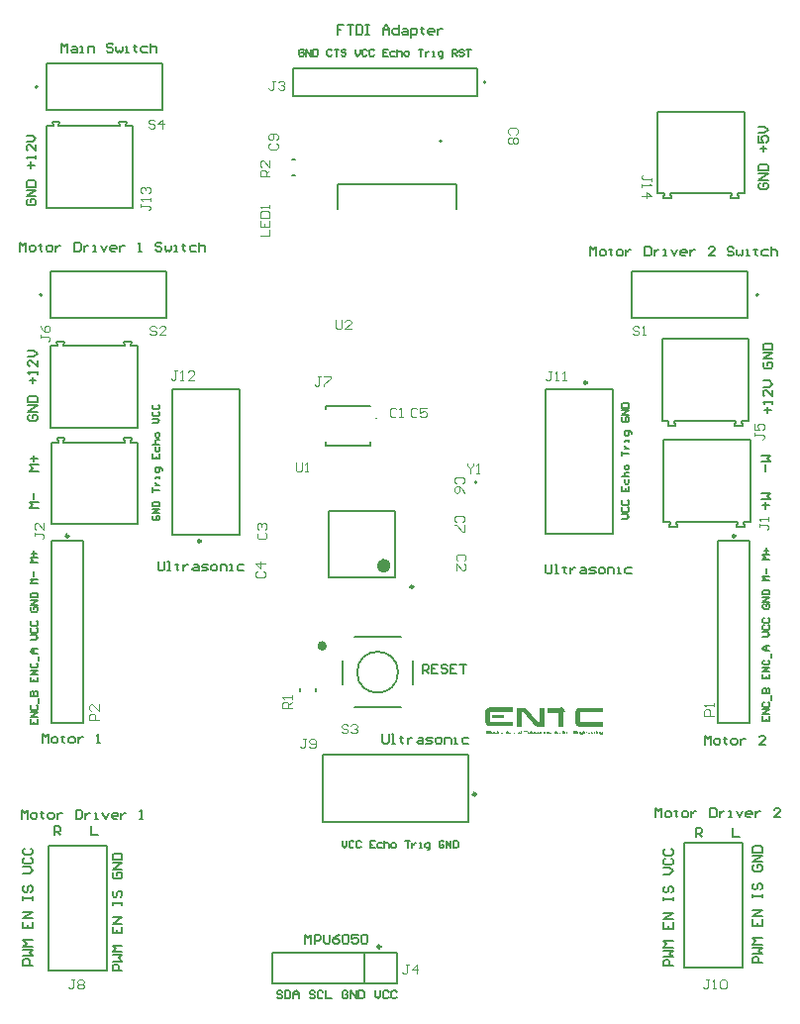
<source format=gto>
G04*
G04 #@! TF.GenerationSoftware,Altium Limited,Altium Designer,23.1.1 (15)*
G04*
G04 Layer_Color=65535*
%FSLAX44Y44*%
%MOMM*%
G71*
G04*
G04 #@! TF.SameCoordinates,DFD0DF4F-A88A-4072-B725-2B201FFE6AA2*
G04*
G04*
G04 #@! TF.FilePolarity,Positive*
G04*
G01*
G75*
%ADD10C,0.2500*%
%ADD11C,0.2000*%
%ADD12C,0.4000*%
%ADD13C,0.1270*%
%ADD14C,0.1000*%
%ADD15C,0.6000*%
%ADD16C,0.1500*%
G36*
X659070Y481120D02*
X659054D01*
Y480970D01*
X661612D01*
Y480955D01*
X661627D01*
Y480327D01*
X661612D01*
Y480776D01*
X661597D01*
Y480940D01*
X660774D01*
Y480925D01*
X660699D01*
Y480940D01*
X659070D01*
Y479893D01*
X648737D01*
Y479908D01*
X648722D01*
Y482555D01*
X659070D01*
Y481120D01*
D02*
G37*
G36*
X661627Y480297D02*
X661612D01*
Y480312D01*
X661627D01*
Y480297D01*
D02*
G37*
G36*
X661612Y479714D02*
X661627D01*
Y479699D01*
X661612D01*
Y479684D01*
X661627D01*
Y479041D01*
X661641D01*
Y478174D01*
X661627D01*
Y478069D01*
Y478054D01*
Y477830D01*
X661641D01*
Y477800D01*
X661656D01*
Y477785D01*
X661671D01*
Y477755D01*
X661686D01*
Y477725D01*
X661582D01*
Y477740D01*
X661567D01*
Y477815D01*
X661582D01*
Y477934D01*
X661597D01*
Y480073D01*
X661612D01*
Y479714D01*
D02*
G37*
G36*
X693672Y472820D02*
X689276D01*
Y472835D01*
X689021D01*
Y472850D01*
X688827D01*
Y472865D01*
X688677D01*
Y472880D01*
X688558D01*
Y472895D01*
X688438D01*
Y472910D01*
X688333D01*
Y472925D01*
X688244D01*
Y472940D01*
X688154D01*
Y472955D01*
X688079D01*
Y472970D01*
X688004D01*
Y472985D01*
X687930D01*
Y473000D01*
X687855D01*
Y473015D01*
X687795D01*
Y473030D01*
X687735D01*
Y473045D01*
X687675D01*
Y473060D01*
X687616D01*
Y473075D01*
X687556D01*
Y473090D01*
X687511D01*
Y473105D01*
X687451D01*
Y473120D01*
X687406D01*
Y473134D01*
X687361D01*
Y473149D01*
X687317D01*
Y473164D01*
X687272D01*
Y473179D01*
X687227D01*
Y473194D01*
X687182D01*
Y473209D01*
X687137D01*
Y473224D01*
X687107D01*
Y473239D01*
X687062D01*
Y473254D01*
X687018D01*
Y473269D01*
X686988D01*
Y473284D01*
X686943D01*
Y473299D01*
X686913D01*
Y473314D01*
X686883D01*
Y473329D01*
X686838D01*
Y473344D01*
X686808D01*
Y473359D01*
X686778D01*
Y473374D01*
X686748D01*
Y473389D01*
X686718D01*
Y473404D01*
X686689D01*
Y473419D01*
X686659D01*
Y473433D01*
X686629D01*
Y473448D01*
X686599D01*
Y473463D01*
X686569D01*
Y473478D01*
X686539D01*
Y473493D01*
X686509D01*
Y473508D01*
X686479D01*
Y473523D01*
X686449D01*
Y473538D01*
X686434D01*
Y473553D01*
X686404D01*
Y473568D01*
X686375D01*
Y473583D01*
X686345D01*
Y473598D01*
X686330D01*
Y473613D01*
X686300D01*
Y473628D01*
X686270D01*
Y473643D01*
X686255D01*
Y473658D01*
X686225D01*
Y473673D01*
X686195D01*
Y473688D01*
X686180D01*
Y473703D01*
X686150D01*
Y473718D01*
X686135D01*
Y473733D01*
X686105D01*
Y473747D01*
X686090D01*
Y473763D01*
X686060D01*
Y473778D01*
X686046D01*
Y473792D01*
X686016D01*
Y473807D01*
X686001D01*
Y473822D01*
X685971D01*
Y473837D01*
X685956D01*
Y473852D01*
X685941D01*
Y473867D01*
X685911D01*
Y473882D01*
X685896D01*
Y473897D01*
X685866D01*
Y473912D01*
X685851D01*
Y473927D01*
X685836D01*
Y473942D01*
X685806D01*
Y473957D01*
X685791D01*
Y473972D01*
X685776D01*
Y473987D01*
X685746D01*
Y474002D01*
X685732D01*
Y474017D01*
X685716D01*
Y474032D01*
X685702D01*
Y474047D01*
X685672D01*
Y474062D01*
X685657D01*
Y474076D01*
X685642D01*
Y474091D01*
X685627D01*
Y474106D01*
X685597D01*
Y474121D01*
X685582D01*
Y474136D01*
X685567D01*
Y474151D01*
X685552D01*
Y474166D01*
X685537D01*
Y474181D01*
X685507D01*
Y474196D01*
X685492D01*
Y474211D01*
X685477D01*
Y474226D01*
X685462D01*
Y474241D01*
X685447D01*
Y474256D01*
X685432D01*
Y474271D01*
X685417D01*
Y474286D01*
X685388D01*
Y474301D01*
X685373D01*
Y474316D01*
X685358D01*
Y474331D01*
X685343D01*
Y474346D01*
X685328D01*
Y474361D01*
X685313D01*
Y474376D01*
X685298D01*
Y474390D01*
X685283D01*
Y474406D01*
X685268D01*
Y474421D01*
X685253D01*
Y474435D01*
X685238D01*
Y474450D01*
X685223D01*
Y474465D01*
X685193D01*
Y474480D01*
X685178D01*
Y474495D01*
X685163D01*
Y474510D01*
X685148D01*
Y474525D01*
X685133D01*
Y474540D01*
X685118D01*
Y474555D01*
X685103D01*
Y474570D01*
X685089D01*
Y474585D01*
X685073D01*
Y474600D01*
X685059D01*
Y474615D01*
X685044D01*
Y474630D01*
X685029D01*
Y474645D01*
X685014D01*
Y474660D01*
X684999D01*
Y474690D01*
X684984D01*
Y474705D01*
X684969D01*
Y474720D01*
X684954D01*
Y474734D01*
X684939D01*
Y474749D01*
X684924D01*
Y474764D01*
X684909D01*
Y474779D01*
X684894D01*
Y474794D01*
X684879D01*
Y474809D01*
X684864D01*
Y474824D01*
X684849D01*
Y474839D01*
X684834D01*
Y474854D01*
X684819D01*
Y474869D01*
X684804D01*
Y474899D01*
X684789D01*
Y474914D01*
X684774D01*
Y474929D01*
X684760D01*
Y474944D01*
X684745D01*
Y474959D01*
X684730D01*
Y474974D01*
X684715D01*
Y475004D01*
X684700D01*
Y475019D01*
X684685D01*
Y475033D01*
X684670D01*
Y475048D01*
X684655D01*
Y475064D01*
X684640D01*
Y475078D01*
X684625D01*
Y475108D01*
X684610D01*
Y475123D01*
X684595D01*
Y475138D01*
X684580D01*
Y475153D01*
X684565D01*
Y475168D01*
X684550D01*
Y475183D01*
X684535D01*
Y475213D01*
X684520D01*
Y475228D01*
X684505D01*
Y475243D01*
X684490D01*
Y475258D01*
X684475D01*
Y475273D01*
X684460D01*
Y475288D01*
X684445D01*
Y475318D01*
X684430D01*
Y475333D01*
X684416D01*
Y475348D01*
X684401D01*
Y475363D01*
X684386D01*
Y475378D01*
X684371D01*
Y475392D01*
X684356D01*
Y475422D01*
X684341D01*
Y475437D01*
X684326D01*
Y475452D01*
X684311D01*
Y475467D01*
X684296D01*
Y475482D01*
X684281D01*
Y475497D01*
X684266D01*
Y475527D01*
X684251D01*
Y475542D01*
X684236D01*
Y475557D01*
X684221D01*
Y475572D01*
X684206D01*
Y475587D01*
X684191D01*
Y475602D01*
X684176D01*
Y475632D01*
X684161D01*
Y475647D01*
X684146D01*
Y475662D01*
X684131D01*
Y475676D01*
X684117D01*
Y475691D01*
X684102D01*
Y475706D01*
X684087D01*
Y475736D01*
X684072D01*
Y475751D01*
X684057D01*
Y475766D01*
X684042D01*
Y475781D01*
X684027D01*
Y475796D01*
X684012D01*
Y475811D01*
X683997D01*
Y475841D01*
X683982D01*
Y475856D01*
X683967D01*
Y475871D01*
X683952D01*
Y475886D01*
X683937D01*
Y475901D01*
X683922D01*
Y475916D01*
X683907D01*
Y475946D01*
X683892D01*
Y475961D01*
X683877D01*
Y475976D01*
X683862D01*
Y475991D01*
X683847D01*
Y476006D01*
X683832D01*
Y476021D01*
X683818D01*
Y476050D01*
X683802D01*
Y476065D01*
X683788D01*
Y476080D01*
X683773D01*
Y476095D01*
X683758D01*
Y476110D01*
X683743D01*
Y476140D01*
X683728D01*
Y476155D01*
X683713D01*
Y476170D01*
X683698D01*
Y476185D01*
X683683D01*
Y476200D01*
X683668D01*
Y476215D01*
X683653D01*
Y476245D01*
X683638D01*
Y476260D01*
X683623D01*
Y476275D01*
X683608D01*
Y476290D01*
X683593D01*
Y476305D01*
X683578D01*
Y476320D01*
X683563D01*
Y476349D01*
X683548D01*
Y476364D01*
X683533D01*
Y476379D01*
X683518D01*
Y476394D01*
X683503D01*
Y476409D01*
X683488D01*
Y476424D01*
X683474D01*
Y476454D01*
X683459D01*
Y476469D01*
X683444D01*
Y476484D01*
X683429D01*
Y476499D01*
X683414D01*
Y476514D01*
X683399D01*
Y476529D01*
X683384D01*
Y476544D01*
X683369D01*
Y476574D01*
X683354D01*
Y476589D01*
X683339D01*
Y476604D01*
X683324D01*
Y476619D01*
X683309D01*
Y476634D01*
X683294D01*
Y476648D01*
X683279D01*
Y476678D01*
X683264D01*
Y476693D01*
X683249D01*
Y476708D01*
X683234D01*
Y476723D01*
X683219D01*
Y476738D01*
X683204D01*
Y476753D01*
X683189D01*
Y476783D01*
X683175D01*
Y476798D01*
X683159D01*
Y476813D01*
X683145D01*
Y476828D01*
X683130D01*
Y476843D01*
X683115D01*
Y476858D01*
X683100D01*
Y476888D01*
X683085D01*
Y476903D01*
X683070D01*
Y476918D01*
X683055D01*
Y476933D01*
X683040D01*
Y476948D01*
X683025D01*
Y476963D01*
X683010D01*
Y476992D01*
X682995D01*
Y477007D01*
X682980D01*
Y477022D01*
X682965D01*
Y477037D01*
X682950D01*
Y477052D01*
X682935D01*
Y477067D01*
X682920D01*
Y477097D01*
X682905D01*
Y477112D01*
X682890D01*
Y477127D01*
X682875D01*
Y477142D01*
X682860D01*
Y477157D01*
X682846D01*
Y477172D01*
X682831D01*
Y477202D01*
X682816D01*
Y477217D01*
X682801D01*
Y477232D01*
X682786D01*
Y477247D01*
X682771D01*
Y477262D01*
X682756D01*
Y477277D01*
X682741D01*
Y477307D01*
X682726D01*
Y477321D01*
X682711D01*
Y477336D01*
X682696D01*
Y477351D01*
X682681D01*
Y477366D01*
X682666D01*
Y477381D01*
X682651D01*
Y477411D01*
X682636D01*
Y477426D01*
X682621D01*
Y477441D01*
X682606D01*
Y477456D01*
X682591D01*
Y477471D01*
X682576D01*
Y477486D01*
X682561D01*
Y477516D01*
X682546D01*
Y477531D01*
X682532D01*
Y477546D01*
X682516D01*
Y477561D01*
X682502D01*
Y477576D01*
X682487D01*
Y477591D01*
X682472D01*
Y477621D01*
X682457D01*
Y477635D01*
X682442D01*
Y477650D01*
X682427D01*
Y477665D01*
X682412D01*
Y477680D01*
X682397D01*
Y477695D01*
X682382D01*
Y477725D01*
X682367D01*
Y477740D01*
X682352D01*
Y477755D01*
X682337D01*
Y477770D01*
X682322D01*
Y477785D01*
X682307D01*
Y477815D01*
X682292D01*
Y477830D01*
X682277D01*
Y477845D01*
X682262D01*
Y477860D01*
X682247D01*
Y477875D01*
X682232D01*
Y477890D01*
X682217D01*
Y477920D01*
X682203D01*
Y477934D01*
X682188D01*
Y477949D01*
X682173D01*
Y477964D01*
X682158D01*
Y477979D01*
X682143D01*
Y477994D01*
X682128D01*
Y478024D01*
X682113D01*
Y478039D01*
X682098D01*
Y478054D01*
X682083D01*
Y478069D01*
X682068D01*
Y478084D01*
X682053D01*
Y478099D01*
X682038D01*
Y478114D01*
X682023D01*
Y478144D01*
X682008D01*
Y478159D01*
X681993D01*
Y478174D01*
X681978D01*
Y478189D01*
X681963D01*
Y478204D01*
X681948D01*
Y478234D01*
X681933D01*
Y478248D01*
X681918D01*
Y478264D01*
X681903D01*
Y478278D01*
X681889D01*
Y478293D01*
X681873D01*
Y478308D01*
X681859D01*
Y478338D01*
X681844D01*
Y478353D01*
X681829D01*
Y478368D01*
X681814D01*
Y478383D01*
X681799D01*
Y478398D01*
X681784D01*
Y478413D01*
X681769D01*
Y478443D01*
X681754D01*
Y478458D01*
X681739D01*
Y478473D01*
X681724D01*
Y478488D01*
X681709D01*
Y478503D01*
X681694D01*
Y478518D01*
X681679D01*
Y478548D01*
X681664D01*
Y478563D01*
X681649D01*
Y478577D01*
X681634D01*
Y478592D01*
X681619D01*
Y478607D01*
X681604D01*
Y478622D01*
X681589D01*
Y478652D01*
X681574D01*
Y478667D01*
X681560D01*
Y478682D01*
X681544D01*
Y478697D01*
X681530D01*
Y478712D01*
X681515D01*
Y478727D01*
X681500D01*
Y478757D01*
X681485D01*
Y478772D01*
X681470D01*
Y478787D01*
X681455D01*
Y478802D01*
X681440D01*
Y478817D01*
X681425D01*
Y478832D01*
X681410D01*
Y478862D01*
X681395D01*
Y478877D01*
X681380D01*
Y478891D01*
X681365D01*
Y478907D01*
X681350D01*
Y478921D01*
X681335D01*
Y478936D01*
X681320D01*
Y478951D01*
X681305D01*
Y478981D01*
X681290D01*
Y478996D01*
X681275D01*
Y479011D01*
X681260D01*
Y479026D01*
X681245D01*
Y479041D01*
X681230D01*
Y479056D01*
X681216D01*
Y479086D01*
X681201D01*
Y479101D01*
X681186D01*
Y479116D01*
X681171D01*
Y479131D01*
X681156D01*
Y479146D01*
X681141D01*
Y479161D01*
X681126D01*
Y479191D01*
X681111D01*
Y479206D01*
X681096D01*
Y479221D01*
X681081D01*
Y479235D01*
X681066D01*
Y479250D01*
X681051D01*
Y479265D01*
X681036D01*
Y479295D01*
X681021D01*
Y479310D01*
X681006D01*
Y479325D01*
X680991D01*
Y479340D01*
X680976D01*
Y479355D01*
X680961D01*
Y479370D01*
X680946D01*
Y479400D01*
X680931D01*
Y479415D01*
X680917D01*
Y479430D01*
X680901D01*
Y479445D01*
X680887D01*
Y479460D01*
X680872D01*
Y479490D01*
X680857D01*
Y479505D01*
X680842D01*
Y479520D01*
X680827D01*
Y479535D01*
X680812D01*
Y479549D01*
X680797D01*
Y479564D01*
X680782D01*
Y479594D01*
X680767D01*
Y479609D01*
X680752D01*
Y479624D01*
X680737D01*
Y479639D01*
X680722D01*
Y479654D01*
X680707D01*
Y479669D01*
X680692D01*
Y479699D01*
X680677D01*
Y479714D01*
X680662D01*
Y479729D01*
X680647D01*
Y479744D01*
X680632D01*
Y479759D01*
X680617D01*
Y479774D01*
X680602D01*
Y479804D01*
X680587D01*
Y479819D01*
X680573D01*
Y479834D01*
X680558D01*
Y479849D01*
X680543D01*
Y479864D01*
X680528D01*
Y479879D01*
X680513D01*
Y479908D01*
X680498D01*
Y479923D01*
X680483D01*
Y479938D01*
X680468D01*
Y479953D01*
X680453D01*
Y479968D01*
X680438D01*
Y479983D01*
X680423D01*
Y480013D01*
X680408D01*
Y480028D01*
X680393D01*
Y480043D01*
X680378D01*
Y480058D01*
X680363D01*
Y480073D01*
X680348D01*
Y480088D01*
X680333D01*
Y480118D01*
X680318D01*
Y480133D01*
X680303D01*
Y480148D01*
X680288D01*
Y480163D01*
X680274D01*
Y480177D01*
X680258D01*
Y480192D01*
X680244D01*
Y480222D01*
X680229D01*
Y480237D01*
X680214D01*
Y480252D01*
X680199D01*
Y480267D01*
X680184D01*
Y480282D01*
X680169D01*
Y480297D01*
X680154D01*
Y480327D01*
X680139D01*
Y480342D01*
X680124D01*
Y480357D01*
X680109D01*
Y480372D01*
X680094D01*
Y480387D01*
X680079D01*
Y480402D01*
X680064D01*
Y480432D01*
X680049D01*
Y480447D01*
X680034D01*
Y480462D01*
X680019D01*
Y480477D01*
X680004D01*
Y480492D01*
X679989D01*
Y480507D01*
X679974D01*
Y480536D01*
X679959D01*
Y480551D01*
X679945D01*
Y480566D01*
X679930D01*
Y480581D01*
X679915D01*
Y480596D01*
X679900D01*
Y480611D01*
X679885D01*
Y480641D01*
X679870D01*
Y480656D01*
X679855D01*
Y480671D01*
X679840D01*
Y480686D01*
X679825D01*
Y480701D01*
X679810D01*
Y480716D01*
X679795D01*
Y480746D01*
X679780D01*
Y480761D01*
X679765D01*
Y480776D01*
X679750D01*
Y480791D01*
X679735D01*
Y480806D01*
X679720D01*
Y480821D01*
X679705D01*
Y480850D01*
X679690D01*
Y480865D01*
X679675D01*
Y480880D01*
X679660D01*
Y480895D01*
X679645D01*
Y480910D01*
X679631D01*
Y480925D01*
X679615D01*
Y480955D01*
X679601D01*
Y480970D01*
X679586D01*
Y480985D01*
X679571D01*
Y481000D01*
X679556D01*
Y481015D01*
X679541D01*
Y481030D01*
X679526D01*
Y481060D01*
X679511D01*
Y481075D01*
X679496D01*
Y481090D01*
X679481D01*
Y481105D01*
X679466D01*
Y481120D01*
X679451D01*
Y481134D01*
X679436D01*
Y481165D01*
X679421D01*
Y481179D01*
X679406D01*
Y481194D01*
X679391D01*
Y481209D01*
X679376D01*
Y481224D01*
X679361D01*
Y481239D01*
X679346D01*
Y481269D01*
X679331D01*
Y481284D01*
X679316D01*
Y481299D01*
X679302D01*
Y481314D01*
X679287D01*
Y481329D01*
X679272D01*
Y481344D01*
X679257D01*
Y481374D01*
X679242D01*
Y481389D01*
X679227D01*
Y481404D01*
X679212D01*
Y481419D01*
X679197D01*
Y481434D01*
X679182D01*
Y481449D01*
X679167D01*
Y481479D01*
X679152D01*
Y481493D01*
X679137D01*
Y481508D01*
X679122D01*
Y481523D01*
X679107D01*
Y481538D01*
X679092D01*
Y481553D01*
X679077D01*
Y481583D01*
X679062D01*
Y481598D01*
X679047D01*
Y481613D01*
X679032D01*
Y481628D01*
X679017D01*
Y481643D01*
X679002D01*
Y481658D01*
X678988D01*
Y481688D01*
X678972D01*
Y481703D01*
X678958D01*
Y481718D01*
X678943D01*
Y481733D01*
X678928D01*
Y481748D01*
X678913D01*
Y481763D01*
X678898D01*
Y481792D01*
X678883D01*
Y481808D01*
X678868D01*
Y481822D01*
X678853D01*
Y481837D01*
X678838D01*
Y481852D01*
X678823D01*
Y481867D01*
X678808D01*
Y481897D01*
X678793D01*
Y481912D01*
X678778D01*
Y481927D01*
X678763D01*
Y481942D01*
X678748D01*
Y481957D01*
X678733D01*
Y481972D01*
X678718D01*
Y482002D01*
X678703D01*
Y482017D01*
X678688D01*
Y482032D01*
X678673D01*
Y482047D01*
X678659D01*
Y482062D01*
X678643D01*
Y482077D01*
X678629D01*
Y482107D01*
X678614D01*
Y482122D01*
X678599D01*
Y482136D01*
X678584D01*
Y482151D01*
X678569D01*
Y482166D01*
X678554D01*
Y482181D01*
X678539D01*
Y482211D01*
X678524D01*
Y482226D01*
X678509D01*
Y482241D01*
X678494D01*
Y482256D01*
X678479D01*
Y482271D01*
X678464D01*
Y482286D01*
X678449D01*
Y482316D01*
X678434D01*
Y482331D01*
X678419D01*
Y482346D01*
X678404D01*
Y482361D01*
X678389D01*
Y482376D01*
X678374D01*
Y482391D01*
X678359D01*
Y482421D01*
X678344D01*
Y482435D01*
X678329D01*
Y482450D01*
X678315D01*
Y482465D01*
X678300D01*
Y482480D01*
X678285D01*
Y482495D01*
X678270D01*
Y482525D01*
X678255D01*
Y482540D01*
X678240D01*
Y482555D01*
X678225D01*
Y482570D01*
X678210D01*
Y482585D01*
X678195D01*
Y482600D01*
X678180D01*
Y482630D01*
X678165D01*
Y482645D01*
X678150D01*
Y482660D01*
X678135D01*
Y482675D01*
X678120D01*
Y482690D01*
X678105D01*
Y482705D01*
X678090D01*
Y482735D01*
X678075D01*
Y482749D01*
X678060D01*
Y482765D01*
X678045D01*
Y482779D01*
X678030D01*
Y482794D01*
X678016D01*
Y482809D01*
X678000D01*
Y482839D01*
X677986D01*
Y482854D01*
X677971D01*
Y482869D01*
X677956D01*
Y482884D01*
X677941D01*
Y482899D01*
X677926D01*
Y482914D01*
X677911D01*
Y482944D01*
X677896D01*
Y482959D01*
X677881D01*
Y482974D01*
X677866D01*
Y482989D01*
X677851D01*
Y483004D01*
X677836D01*
Y483019D01*
X677821D01*
Y483049D01*
X677806D01*
Y483064D01*
X677791D01*
Y483078D01*
X677776D01*
Y483093D01*
X677761D01*
Y483108D01*
X677746D01*
Y483123D01*
X677731D01*
Y483153D01*
X677716D01*
Y483168D01*
X677701D01*
Y483183D01*
X677686D01*
Y483198D01*
X677672D01*
Y483213D01*
X677657D01*
Y483228D01*
X677642D01*
Y483258D01*
X677627D01*
Y483273D01*
X677612D01*
Y483288D01*
X677597D01*
Y483303D01*
X677582D01*
Y483318D01*
X677567D01*
Y483333D01*
X677552D01*
Y483363D01*
X677537D01*
Y483378D01*
X677522D01*
Y483392D01*
X677507D01*
Y483408D01*
X677492D01*
Y483422D01*
X677477D01*
Y483437D01*
X677462D01*
Y483467D01*
X677447D01*
Y483482D01*
X677432D01*
Y483497D01*
X677417D01*
Y483512D01*
X677402D01*
Y483527D01*
X677387D01*
Y483542D01*
X677373D01*
Y483557D01*
X677357D01*
Y483587D01*
X677343D01*
Y483602D01*
X677328D01*
Y483617D01*
X677313D01*
Y483632D01*
X677298D01*
Y483647D01*
X677283D01*
Y483662D01*
X677268D01*
Y483692D01*
X677253D01*
Y483707D01*
X677238D01*
Y483722D01*
X677223D01*
Y483736D01*
X677208D01*
Y483751D01*
X677193D01*
Y483781D01*
X677178D01*
Y483796D01*
X677163D01*
Y483811D01*
X677148D01*
Y483826D01*
X677133D01*
Y483841D01*
X677118D01*
Y483856D01*
X677103D01*
Y483886D01*
X677088D01*
Y483901D01*
X677073D01*
Y483916D01*
X677058D01*
Y483931D01*
X677044D01*
Y483946D01*
X677029D01*
Y483961D01*
X677014D01*
Y483991D01*
X676999D01*
Y484006D01*
X676984D01*
Y484021D01*
X676969D01*
Y484035D01*
X676954D01*
Y484050D01*
X676939D01*
Y484065D01*
X676924D01*
Y484080D01*
X676909D01*
Y484095D01*
X676894D01*
Y484125D01*
X676879D01*
Y484140D01*
X676864D01*
Y484155D01*
X676849D01*
Y484170D01*
X676834D01*
Y484185D01*
X676819D01*
Y484200D01*
X676804D01*
Y484215D01*
X676789D01*
Y484230D01*
X676774D01*
Y484245D01*
X676759D01*
Y484260D01*
X676745D01*
Y484275D01*
X676730D01*
Y484290D01*
X676714D01*
Y484305D01*
X676700D01*
Y484320D01*
X676685D01*
Y484335D01*
X676670D01*
Y484350D01*
X676655D01*
Y484365D01*
X676640D01*
Y484379D01*
X676625D01*
Y484394D01*
X676610D01*
Y484409D01*
X676580D01*
Y484424D01*
X676565D01*
Y484439D01*
X676550D01*
Y484454D01*
X676535D01*
Y484469D01*
X676520D01*
Y484484D01*
X676505D01*
Y484499D01*
X676475D01*
Y484514D01*
X676460D01*
Y484529D01*
X676445D01*
Y484544D01*
X676430D01*
Y484559D01*
X676415D01*
Y484574D01*
X676386D01*
Y484589D01*
X676371D01*
Y484604D01*
X676356D01*
Y484619D01*
X676326D01*
Y484634D01*
X676311D01*
Y484649D01*
X676296D01*
Y484664D01*
X676266D01*
Y484678D01*
X676251D01*
Y484693D01*
X676221D01*
Y484708D01*
X676206D01*
Y484723D01*
X676191D01*
Y484738D01*
X676161D01*
Y484753D01*
X676146D01*
Y484768D01*
X676116D01*
Y484783D01*
X676087D01*
Y484798D01*
X676071D01*
Y484813D01*
X676042D01*
Y484828D01*
X676027D01*
Y484843D01*
X675997D01*
Y484858D01*
X675967D01*
Y484873D01*
X675937D01*
Y484888D01*
X675922D01*
Y484903D01*
X675892D01*
Y484918D01*
X675862D01*
Y484933D01*
X675832D01*
Y484948D01*
X675802D01*
Y484963D01*
X675772D01*
Y484978D01*
X675743D01*
Y484993D01*
X675713D01*
Y485008D01*
X675683D01*
Y485022D01*
X675653D01*
Y485037D01*
X675608D01*
Y485052D01*
X675578D01*
Y485067D01*
X675533D01*
Y485082D01*
X675503D01*
Y485097D01*
X675459D01*
Y485112D01*
X675414D01*
Y485127D01*
X675369D01*
Y485142D01*
X675324D01*
Y485157D01*
X675264D01*
Y485172D01*
X675204D01*
Y485187D01*
X675144D01*
Y485202D01*
X675070D01*
Y485217D01*
X674980D01*
Y485232D01*
X674860D01*
Y485247D01*
X674457D01*
Y472820D01*
X670613D01*
Y480940D01*
X668699D01*
Y480955D01*
X669073D01*
Y480970D01*
X670045D01*
Y480955D01*
X670629D01*
Y480970D01*
X670643D01*
Y480985D01*
X670629D01*
Y481239D01*
X670613D01*
Y488387D01*
Y488402D01*
Y489030D01*
X674771D01*
Y489015D01*
X675085D01*
Y489000D01*
X675309D01*
Y488985D01*
X675488D01*
Y488970D01*
X675638D01*
Y488955D01*
X675758D01*
Y488940D01*
X675877D01*
Y488925D01*
X675982D01*
Y488910D01*
X676071D01*
Y488895D01*
X676146D01*
Y488881D01*
X676236D01*
Y488866D01*
X676311D01*
Y488851D01*
X676371D01*
Y488836D01*
X676430D01*
Y488821D01*
X676490D01*
Y488806D01*
X676550D01*
Y488791D01*
X676610D01*
Y488776D01*
X676670D01*
Y488761D01*
X676714D01*
Y488746D01*
X676759D01*
Y488731D01*
X676804D01*
Y488716D01*
X676849D01*
Y488701D01*
X676894D01*
Y488686D01*
X676939D01*
Y488671D01*
X676984D01*
Y488656D01*
X677014D01*
Y488641D01*
X677058D01*
Y488626D01*
X677103D01*
Y488611D01*
X677133D01*
Y488596D01*
X677178D01*
Y488581D01*
X677208D01*
Y488566D01*
X677238D01*
Y488551D01*
X677283D01*
Y488536D01*
X677313D01*
Y488522D01*
X677343D01*
Y488507D01*
X677373D01*
Y488492D01*
X677402D01*
Y488477D01*
X677432D01*
Y488462D01*
X677462D01*
Y488447D01*
X677492D01*
Y488432D01*
X677522D01*
Y488417D01*
X677552D01*
Y488402D01*
X677582D01*
Y488387D01*
X677612D01*
Y488372D01*
X677642D01*
Y488357D01*
X677672D01*
Y488342D01*
X677701D01*
Y488327D01*
X677716D01*
Y488312D01*
X677746D01*
Y488297D01*
X677776D01*
Y488282D01*
X677791D01*
Y488267D01*
X677821D01*
Y488252D01*
X677851D01*
Y488237D01*
X677866D01*
Y488223D01*
X677896D01*
Y488208D01*
X677926D01*
Y488193D01*
X677941D01*
Y488178D01*
X677971D01*
Y488163D01*
X677986D01*
Y488148D01*
X678016D01*
Y488133D01*
X678045D01*
Y488118D01*
X678060D01*
Y488103D01*
X678075D01*
Y488088D01*
X678105D01*
Y488073D01*
X678120D01*
Y488058D01*
X678150D01*
Y488043D01*
X678165D01*
Y488028D01*
X678195D01*
Y488013D01*
X678210D01*
Y487998D01*
X678240D01*
Y487983D01*
X678255D01*
Y487968D01*
X678270D01*
Y487953D01*
X678300D01*
Y487938D01*
X678315D01*
Y487923D01*
X678329D01*
Y487909D01*
X678359D01*
Y487893D01*
X678374D01*
Y487879D01*
X678389D01*
Y487864D01*
X678419D01*
Y487849D01*
X678434D01*
Y487834D01*
X678449D01*
Y487819D01*
X678464D01*
Y487804D01*
X678494D01*
Y487789D01*
X678509D01*
Y487774D01*
X678524D01*
Y487759D01*
X678539D01*
Y487744D01*
X678569D01*
Y487729D01*
X678584D01*
Y487714D01*
X678599D01*
Y487699D01*
X678614D01*
Y487684D01*
X678643D01*
Y487669D01*
X678659D01*
Y487654D01*
X678673D01*
Y487639D01*
X678688D01*
Y487624D01*
X678703D01*
Y487609D01*
X678718D01*
Y487594D01*
X678748D01*
Y487579D01*
X678763D01*
Y487565D01*
X678778D01*
Y487550D01*
X678793D01*
Y487535D01*
X678808D01*
Y487520D01*
X678823D01*
Y487505D01*
X678838D01*
Y487490D01*
X678853D01*
Y487475D01*
X678868D01*
Y487460D01*
X678898D01*
Y487445D01*
X678913D01*
Y487430D01*
X678928D01*
Y487415D01*
X678943D01*
Y487400D01*
X678958D01*
Y487385D01*
X678972D01*
Y487370D01*
X678988D01*
Y487355D01*
X679002D01*
Y487340D01*
X679017D01*
Y487325D01*
X679032D01*
Y487310D01*
X679047D01*
Y487295D01*
X679062D01*
Y487280D01*
X679077D01*
Y487266D01*
X679092D01*
Y487251D01*
X679107D01*
Y487236D01*
X679122D01*
Y487221D01*
X679137D01*
Y487206D01*
X679152D01*
Y487191D01*
X679167D01*
Y487176D01*
X679182D01*
Y487161D01*
X679197D01*
Y487146D01*
X679212D01*
Y487131D01*
X679227D01*
Y487116D01*
X679242D01*
Y487101D01*
X679257D01*
Y487086D01*
X679272D01*
Y487071D01*
X679287D01*
Y487056D01*
X679302D01*
Y487041D01*
X679316D01*
Y487026D01*
X679331D01*
Y487011D01*
X679346D01*
Y486996D01*
X679361D01*
Y486981D01*
X679376D01*
Y486966D01*
X679391D01*
Y486951D01*
X679406D01*
Y486936D01*
X679421D01*
Y486922D01*
X679436D01*
Y486892D01*
X679451D01*
Y486877D01*
X679466D01*
Y486862D01*
X679481D01*
Y486847D01*
X679496D01*
Y486832D01*
X679511D01*
Y486817D01*
X679526D01*
Y486802D01*
X679541D01*
Y486787D01*
X679556D01*
Y486772D01*
X679571D01*
Y486742D01*
X679586D01*
Y486727D01*
X679601D01*
Y486712D01*
X679615D01*
Y486697D01*
X679631D01*
Y486682D01*
X679645D01*
Y486667D01*
X679660D01*
Y486637D01*
X679675D01*
Y486623D01*
X679690D01*
Y486608D01*
X679705D01*
Y486593D01*
X679720D01*
Y486578D01*
X679735D01*
Y486563D01*
X679750D01*
Y486548D01*
X679765D01*
Y486518D01*
X679780D01*
Y486503D01*
X679795D01*
Y486488D01*
X679810D01*
Y486473D01*
X679825D01*
Y486458D01*
X679840D01*
Y486443D01*
X679855D01*
Y486413D01*
X679870D01*
Y486398D01*
X679885D01*
Y486383D01*
X679900D01*
Y486368D01*
X679915D01*
Y486353D01*
X679930D01*
Y486338D01*
X679945D01*
Y486323D01*
X679959D01*
Y486293D01*
X679974D01*
Y486279D01*
X679989D01*
Y486264D01*
X680004D01*
Y486249D01*
X680019D01*
Y486234D01*
X680034D01*
Y486219D01*
X680049D01*
Y486189D01*
X680064D01*
Y486174D01*
X680079D01*
Y486159D01*
X680094D01*
Y486144D01*
X680109D01*
Y486129D01*
X680124D01*
Y486114D01*
X680139D01*
Y486099D01*
X680154D01*
Y486069D01*
X680169D01*
Y486054D01*
X680184D01*
Y486039D01*
X680199D01*
Y486024D01*
X680214D01*
Y486009D01*
X680229D01*
Y485994D01*
X680244D01*
Y485965D01*
X680258D01*
Y485950D01*
X680274D01*
Y485935D01*
X680288D01*
Y485920D01*
X680303D01*
Y485905D01*
X680318D01*
Y485890D01*
X680333D01*
Y485875D01*
X680348D01*
Y485845D01*
X680363D01*
Y485830D01*
X680378D01*
Y485815D01*
X680393D01*
Y485800D01*
X680408D01*
Y485785D01*
X680423D01*
Y485770D01*
X680438D01*
Y485740D01*
X680453D01*
Y485725D01*
X680468D01*
Y485710D01*
X680483D01*
Y485695D01*
X680498D01*
Y485680D01*
X680513D01*
Y485665D01*
X680528D01*
Y485650D01*
X680543D01*
Y485621D01*
X680558D01*
Y485606D01*
X680573D01*
Y485591D01*
X680587D01*
Y485576D01*
X680602D01*
Y485561D01*
X680617D01*
Y485546D01*
X680632D01*
Y485516D01*
X680647D01*
Y485501D01*
X680662D01*
Y485486D01*
X680677D01*
Y485471D01*
X680692D01*
Y485456D01*
X680707D01*
Y485441D01*
X680722D01*
Y485426D01*
X680737D01*
Y485396D01*
X680752D01*
Y485381D01*
X680767D01*
Y485366D01*
X680782D01*
Y485351D01*
X680797D01*
Y485336D01*
X680812D01*
Y485322D01*
X680827D01*
Y485292D01*
X680842D01*
Y485277D01*
X680857D01*
Y485262D01*
X680872D01*
Y485247D01*
X680887D01*
Y485232D01*
X680901D01*
Y485217D01*
X680917D01*
Y485202D01*
X680931D01*
Y485172D01*
X680946D01*
Y485157D01*
X680961D01*
Y485142D01*
X680976D01*
Y485127D01*
X680991D01*
Y485112D01*
X681006D01*
Y485097D01*
X681021D01*
Y485067D01*
X681036D01*
Y485052D01*
X681051D01*
Y485037D01*
X681066D01*
Y485022D01*
X681081D01*
Y485008D01*
X681096D01*
Y484993D01*
X681111D01*
Y484978D01*
X681126D01*
Y484948D01*
X681141D01*
Y484933D01*
X681156D01*
Y484918D01*
X681171D01*
Y484903D01*
X681186D01*
Y484888D01*
X681201D01*
Y484873D01*
X681216D01*
Y484843D01*
X681230D01*
Y484828D01*
X681245D01*
Y484813D01*
X681260D01*
Y484798D01*
X681275D01*
Y484783D01*
X681290D01*
Y484768D01*
X681305D01*
Y484753D01*
X681320D01*
Y484723D01*
X681335D01*
Y484708D01*
X681350D01*
Y484693D01*
X681365D01*
Y484678D01*
X681380D01*
Y484664D01*
X681395D01*
Y484649D01*
X681410D01*
Y484634D01*
X681425D01*
Y484604D01*
X681440D01*
Y484589D01*
X681455D01*
Y484574D01*
X681470D01*
Y484559D01*
X681485D01*
Y484544D01*
X681500D01*
Y484529D01*
X681515D01*
Y484499D01*
X681530D01*
Y484484D01*
X681544D01*
Y484469D01*
X681560D01*
Y484454D01*
X681574D01*
Y484439D01*
X681589D01*
Y484424D01*
X681604D01*
Y484409D01*
X681619D01*
Y484379D01*
X681634D01*
Y484365D01*
X681649D01*
Y484350D01*
X681664D01*
Y484335D01*
X681679D01*
Y484320D01*
X681694D01*
Y484305D01*
X681709D01*
Y484275D01*
X681724D01*
Y484260D01*
X681739D01*
Y484245D01*
X681754D01*
Y484230D01*
X681769D01*
Y484215D01*
X681784D01*
Y484200D01*
X681799D01*
Y484185D01*
X681814D01*
Y484155D01*
X681829D01*
Y484140D01*
X681844D01*
Y484125D01*
X681859D01*
Y484110D01*
X681873D01*
Y484095D01*
X681889D01*
Y484080D01*
X681903D01*
Y484050D01*
X681918D01*
Y484035D01*
X681933D01*
Y484021D01*
X681948D01*
Y484006D01*
X681963D01*
Y483991D01*
X681978D01*
Y483976D01*
X681993D01*
Y483961D01*
X682008D01*
Y483931D01*
X682023D01*
Y483916D01*
X682038D01*
Y483901D01*
X682053D01*
Y483886D01*
X682068D01*
Y483871D01*
X682083D01*
Y483856D01*
X682098D01*
Y483826D01*
X682113D01*
Y483811D01*
X682128D01*
Y483796D01*
X682143D01*
Y483781D01*
X682158D01*
Y483766D01*
X682173D01*
Y483751D01*
X682188D01*
Y483736D01*
X682203D01*
Y483707D01*
X682217D01*
Y483692D01*
X682232D01*
Y483677D01*
X682247D01*
Y483662D01*
X682262D01*
Y483647D01*
X682277D01*
Y483632D01*
X682292D01*
Y483602D01*
X682307D01*
Y483587D01*
X682322D01*
Y483572D01*
X682337D01*
Y483557D01*
X682352D01*
Y483542D01*
X682367D01*
Y483527D01*
X682382D01*
Y483512D01*
X682397D01*
Y483482D01*
X682412D01*
Y483467D01*
X682427D01*
Y483452D01*
X682442D01*
Y483437D01*
X682457D01*
Y483422D01*
X682472D01*
Y483408D01*
X682487D01*
Y483392D01*
X682502D01*
Y483363D01*
X682516D01*
Y483348D01*
X682532D01*
Y483333D01*
X682546D01*
Y483318D01*
X682561D01*
Y483303D01*
X682576D01*
Y483288D01*
X682591D01*
Y483258D01*
X682606D01*
Y483243D01*
X682621D01*
Y483228D01*
X682636D01*
Y483213D01*
X682651D01*
Y483198D01*
X682666D01*
Y483183D01*
X682681D01*
Y483168D01*
X682696D01*
Y483138D01*
X682711D01*
Y483123D01*
X682726D01*
Y483108D01*
X682741D01*
Y483093D01*
X682756D01*
Y483078D01*
X682771D01*
Y483064D01*
X682786D01*
Y483034D01*
X682801D01*
Y483019D01*
X682816D01*
Y483004D01*
X682831D01*
Y482989D01*
X682846D01*
Y482974D01*
X682860D01*
Y482959D01*
X682875D01*
Y482944D01*
X682890D01*
Y482914D01*
X682905D01*
Y482899D01*
X682920D01*
Y482884D01*
X682935D01*
Y482869D01*
X682950D01*
Y482854D01*
X682965D01*
Y482839D01*
X682980D01*
Y482809D01*
X682995D01*
Y482794D01*
X683010D01*
Y482779D01*
X683025D01*
Y482765D01*
X683040D01*
Y482749D01*
X683055D01*
Y482735D01*
X683070D01*
Y482720D01*
X683085D01*
Y482690D01*
X683100D01*
Y482675D01*
X683115D01*
Y482660D01*
X683130D01*
Y482645D01*
X683145D01*
Y482630D01*
X683159D01*
Y482615D01*
X683175D01*
Y482600D01*
X683189D01*
Y482570D01*
X683204D01*
Y482555D01*
X683219D01*
Y482540D01*
X683234D01*
Y482525D01*
X683249D01*
Y482510D01*
X683264D01*
Y482495D01*
X683279D01*
Y482465D01*
X683294D01*
Y482450D01*
X683309D01*
Y482435D01*
X683324D01*
Y482421D01*
X683339D01*
Y482406D01*
X683354D01*
Y482391D01*
X683369D01*
Y482376D01*
X683384D01*
Y482346D01*
X683399D01*
Y482331D01*
X683414D01*
Y482316D01*
X683429D01*
Y482301D01*
X683444D01*
Y482286D01*
X683459D01*
Y482271D01*
X683474D01*
Y482241D01*
X683488D01*
Y482226D01*
X683503D01*
Y482211D01*
X683518D01*
Y482196D01*
X683533D01*
Y482181D01*
X683548D01*
Y482166D01*
X683563D01*
Y482151D01*
X683578D01*
Y482122D01*
X683593D01*
Y482107D01*
X683608D01*
Y482092D01*
X683623D01*
Y482077D01*
X683638D01*
Y482062D01*
X683653D01*
Y482047D01*
X683668D01*
Y482017D01*
X683683D01*
Y482002D01*
X683698D01*
Y481987D01*
X683713D01*
Y481972D01*
X683728D01*
Y481957D01*
X683743D01*
Y481942D01*
X683758D01*
Y481927D01*
X683773D01*
Y481897D01*
X683788D01*
Y481882D01*
X683802D01*
Y481867D01*
X683818D01*
Y481852D01*
X683832D01*
Y481837D01*
X683847D01*
Y481822D01*
X683862D01*
Y481808D01*
X683877D01*
Y481777D01*
X683892D01*
Y481763D01*
X683907D01*
Y481748D01*
X683922D01*
Y481733D01*
X683937D01*
Y481718D01*
X683952D01*
Y481703D01*
X683967D01*
Y481673D01*
X683982D01*
Y481658D01*
X683997D01*
Y481643D01*
X684012D01*
Y481628D01*
X684027D01*
Y481613D01*
X684042D01*
Y481598D01*
X684057D01*
Y481583D01*
X684072D01*
Y481553D01*
X684087D01*
Y481538D01*
X684102D01*
Y481523D01*
X684117D01*
Y481508D01*
X684131D01*
Y481493D01*
X684146D01*
Y481479D01*
X684161D01*
Y481449D01*
X684176D01*
Y481434D01*
X684191D01*
Y481419D01*
X684206D01*
Y481404D01*
X684221D01*
Y481389D01*
X684236D01*
Y481374D01*
X684251D01*
Y481359D01*
X684266D01*
Y481329D01*
X684281D01*
Y481314D01*
X684296D01*
Y481299D01*
X684311D01*
Y481284D01*
X684326D01*
Y481269D01*
X684341D01*
Y481254D01*
X684356D01*
Y481224D01*
X684371D01*
Y481209D01*
X684386D01*
Y481194D01*
X684401D01*
Y481179D01*
X684416D01*
Y481165D01*
X684430D01*
Y481149D01*
X684445D01*
Y481134D01*
X684460D01*
Y481105D01*
X684475D01*
Y481090D01*
X684490D01*
Y481075D01*
X684505D01*
Y481060D01*
X684520D01*
Y481045D01*
X684535D01*
Y481030D01*
X684550D01*
Y481000D01*
X684565D01*
Y480985D01*
X684580D01*
Y480970D01*
X684595D01*
Y480955D01*
X684610D01*
Y480940D01*
X684625D01*
Y480925D01*
X684640D01*
Y480910D01*
X684655D01*
Y480880D01*
X684670D01*
Y480865D01*
X684685D01*
Y480850D01*
X684700D01*
Y480835D01*
X684715D01*
Y480821D01*
X684730D01*
Y480806D01*
X684745D01*
Y480791D01*
X684760D01*
Y480761D01*
X684774D01*
Y480746D01*
X684789D01*
Y480731D01*
X684804D01*
Y480716D01*
X684819D01*
Y480701D01*
X684834D01*
Y480686D01*
X684849D01*
Y480656D01*
X684864D01*
Y480641D01*
X684879D01*
Y480626D01*
X684894D01*
Y480611D01*
X684909D01*
Y480596D01*
X684924D01*
Y480581D01*
X684939D01*
Y480566D01*
X684954D01*
Y480536D01*
X684969D01*
Y480522D01*
X684984D01*
Y480507D01*
X684999D01*
Y480492D01*
X685014D01*
Y480477D01*
X685029D01*
Y480462D01*
X685044D01*
Y480432D01*
X685059D01*
Y480417D01*
X685073D01*
Y480402D01*
X685089D01*
Y480387D01*
X685103D01*
Y480372D01*
X685118D01*
Y480357D01*
X685133D01*
Y480342D01*
X685148D01*
Y480312D01*
X685163D01*
Y480297D01*
X685178D01*
Y480282D01*
X685193D01*
Y480267D01*
X685208D01*
Y480252D01*
X685223D01*
Y480237D01*
X685238D01*
Y480207D01*
X685253D01*
Y480192D01*
X685268D01*
Y480177D01*
X685283D01*
Y480163D01*
X685298D01*
Y480148D01*
X685313D01*
Y480133D01*
X685328D01*
Y480118D01*
X685343D01*
Y480088D01*
X685358D01*
Y480073D01*
X685373D01*
Y480058D01*
X685388D01*
Y480043D01*
X685403D01*
Y480028D01*
X685417D01*
Y480013D01*
X685432D01*
Y479998D01*
X685447D01*
Y479968D01*
X685462D01*
Y479953D01*
X685477D01*
Y479938D01*
X685492D01*
Y479923D01*
X685507D01*
Y479908D01*
X685522D01*
Y479893D01*
X685537D01*
Y479864D01*
X685552D01*
Y479849D01*
X685567D01*
Y479834D01*
X685582D01*
Y479819D01*
X685597D01*
Y479804D01*
X685612D01*
Y479789D01*
X685627D01*
Y479774D01*
X685642D01*
Y479744D01*
X685657D01*
Y479729D01*
X685672D01*
Y479714D01*
X685687D01*
Y479699D01*
X685702D01*
Y479684D01*
X685716D01*
Y479669D01*
X685732D01*
Y479639D01*
X685746D01*
Y479624D01*
X685761D01*
Y479609D01*
X685776D01*
Y479594D01*
X685791D01*
Y479579D01*
X685806D01*
Y479564D01*
X685821D01*
Y479549D01*
X685836D01*
Y479520D01*
X685851D01*
Y479505D01*
X685866D01*
Y479490D01*
X685881D01*
Y479475D01*
X685896D01*
Y479460D01*
X685911D01*
Y479445D01*
X685926D01*
Y479415D01*
X685941D01*
Y479400D01*
X685956D01*
Y479385D01*
X685971D01*
Y479370D01*
X685986D01*
Y479355D01*
X686001D01*
Y479340D01*
X686016D01*
Y479325D01*
X686031D01*
Y479295D01*
X686046D01*
Y479280D01*
X686060D01*
Y479265D01*
X686075D01*
Y479250D01*
X686090D01*
Y479235D01*
X686105D01*
Y479221D01*
X686120D01*
Y479191D01*
X686135D01*
Y479176D01*
X686150D01*
Y479161D01*
X686165D01*
Y479146D01*
X686180D01*
Y479131D01*
X686195D01*
Y479116D01*
X686210D01*
Y479101D01*
X686225D01*
Y479071D01*
X686240D01*
Y479056D01*
X686255D01*
Y479041D01*
X686270D01*
Y479026D01*
X686285D01*
Y479011D01*
X686300D01*
Y478996D01*
X686315D01*
Y478966D01*
X686330D01*
Y478951D01*
X686345D01*
Y478936D01*
X686359D01*
Y478921D01*
X686375D01*
Y478907D01*
X686389D01*
Y478891D01*
X686404D01*
Y478877D01*
X686419D01*
Y478847D01*
X686434D01*
Y478832D01*
X686449D01*
Y478817D01*
X686464D01*
Y478802D01*
X686479D01*
Y478787D01*
X686494D01*
Y478772D01*
X686509D01*
Y478757D01*
X686524D01*
Y478727D01*
X686539D01*
Y478712D01*
X686554D01*
Y478697D01*
X686569D01*
Y478682D01*
X686584D01*
Y478667D01*
X686599D01*
Y478652D01*
X686614D01*
Y478622D01*
X686629D01*
Y478607D01*
X686644D01*
Y478592D01*
X686659D01*
Y478577D01*
X686674D01*
Y478563D01*
X686689D01*
Y478548D01*
X686703D01*
Y478533D01*
X686718D01*
Y478518D01*
X686733D01*
Y478488D01*
X686748D01*
Y478473D01*
X686763D01*
Y478458D01*
X686778D01*
Y478443D01*
X686793D01*
Y478428D01*
X686808D01*
Y478413D01*
X686823D01*
Y478383D01*
X686838D01*
Y478368D01*
X686853D01*
Y478353D01*
X686868D01*
Y478338D01*
X686883D01*
Y478323D01*
X686898D01*
Y478308D01*
X686913D01*
Y478278D01*
X686928D01*
Y478264D01*
X686943D01*
Y478248D01*
X686958D01*
Y478234D01*
X686973D01*
Y478219D01*
X686988D01*
Y478204D01*
X687002D01*
Y478174D01*
X687018D01*
Y478159D01*
X687032D01*
Y478144D01*
X687047D01*
Y478129D01*
X687062D01*
Y478114D01*
X687077D01*
Y478099D01*
X687092D01*
Y478069D01*
X687107D01*
Y478054D01*
X687122D01*
Y478039D01*
X687137D01*
Y478024D01*
X687152D01*
Y478009D01*
X687167D01*
Y477994D01*
X687182D01*
Y477964D01*
X687197D01*
Y477949D01*
X687212D01*
Y477934D01*
X687227D01*
Y477920D01*
X687242D01*
Y477905D01*
X687257D01*
Y477890D01*
X687272D01*
Y477875D01*
X687287D01*
Y477845D01*
X687302D01*
Y477830D01*
X687317D01*
Y477815D01*
X687331D01*
Y477800D01*
X687346D01*
Y477785D01*
X687361D01*
Y477770D01*
X687376D01*
Y477755D01*
X687391D01*
Y477740D01*
X687406D01*
Y477725D01*
X687421D01*
Y477695D01*
X687436D01*
Y477680D01*
X687451D01*
Y477665D01*
X687466D01*
Y477650D01*
X687481D01*
Y477635D01*
X687496D01*
Y477621D01*
X687511D01*
Y477606D01*
X687526D01*
Y477591D01*
X687541D01*
Y477576D01*
X687556D01*
Y477561D01*
X687571D01*
Y477546D01*
X687586D01*
Y477531D01*
X687601D01*
Y477516D01*
X687616D01*
Y477501D01*
X687645D01*
Y477486D01*
X687661D01*
Y477471D01*
X687675D01*
Y477456D01*
X687690D01*
Y477441D01*
X687705D01*
Y477426D01*
X687720D01*
Y477411D01*
X687750D01*
Y477396D01*
X687765D01*
Y477381D01*
X687780D01*
Y477366D01*
X687795D01*
Y477351D01*
X687810D01*
Y477336D01*
X687840D01*
Y477321D01*
X687855D01*
Y477307D01*
X687870D01*
Y477291D01*
X687900D01*
Y477277D01*
X687915D01*
Y477262D01*
X687930D01*
Y477247D01*
X687945D01*
Y477232D01*
X687974D01*
Y477217D01*
X687990D01*
Y477202D01*
X688004D01*
Y477187D01*
X688034D01*
Y477172D01*
X688049D01*
Y477157D01*
X688079D01*
Y477142D01*
X688094D01*
Y477127D01*
X688109D01*
Y477112D01*
X688139D01*
Y477097D01*
X688154D01*
Y477082D01*
X688184D01*
Y477067D01*
X688199D01*
Y477052D01*
X688229D01*
Y477037D01*
X688244D01*
Y477022D01*
X688274D01*
Y477007D01*
X688304D01*
Y476992D01*
X688318D01*
Y476978D01*
X688348D01*
Y476963D01*
X688378D01*
Y476948D01*
X688393D01*
Y476933D01*
X688423D01*
Y476918D01*
X688453D01*
Y476903D01*
X688483D01*
Y476888D01*
X688513D01*
Y476873D01*
X688543D01*
Y476858D01*
X688573D01*
Y476843D01*
X688603D01*
Y476828D01*
X688633D01*
Y476813D01*
X688662D01*
Y476798D01*
X688692D01*
Y476783D01*
X688737D01*
Y476768D01*
X688767D01*
Y476753D01*
X688812D01*
Y476738D01*
X688842D01*
Y476723D01*
X688887D01*
Y476708D01*
X688932D01*
Y476693D01*
X688991D01*
Y476678D01*
X689036D01*
Y476664D01*
X689096D01*
Y476648D01*
X689171D01*
Y476634D01*
X689260D01*
Y476619D01*
X689395D01*
Y476604D01*
X689589D01*
Y476589D01*
X689814D01*
Y489030D01*
X693672D01*
Y472820D01*
D02*
G37*
G36*
X666606Y489314D02*
X666651D01*
Y489299D01*
X666681D01*
Y489269D01*
X666696D01*
Y489239D01*
X666711D01*
Y485546D01*
X648168D01*
Y485531D01*
X648034D01*
Y485516D01*
X647959D01*
Y485501D01*
X647899D01*
Y485486D01*
X647854D01*
Y485471D01*
X647810D01*
Y485456D01*
X647780D01*
Y485441D01*
X647750D01*
Y485426D01*
X647720D01*
Y485411D01*
X647705D01*
Y485396D01*
X647675D01*
Y485381D01*
X647660D01*
Y485366D01*
X647645D01*
Y485351D01*
X647615D01*
Y485336D01*
X647600D01*
Y485322D01*
X647585D01*
Y485307D01*
X647570D01*
Y485277D01*
X647555D01*
Y485262D01*
X647540D01*
Y485247D01*
X647525D01*
Y485217D01*
X647511D01*
Y485202D01*
X647495D01*
Y485172D01*
X647481D01*
Y485142D01*
X647466D01*
Y485097D01*
X647451D01*
Y485052D01*
X647436D01*
Y484993D01*
X647421D01*
Y484918D01*
X647406D01*
Y484768D01*
X647391D01*
Y477695D01*
X647406D01*
Y477531D01*
X647421D01*
Y477456D01*
X647436D01*
Y477396D01*
X647451D01*
Y477351D01*
X647466D01*
Y477321D01*
X647481D01*
Y477277D01*
X647495D01*
Y477247D01*
X647511D01*
Y477232D01*
X647525D01*
Y477202D01*
X647540D01*
Y477187D01*
X647555D01*
Y477172D01*
X647570D01*
Y477142D01*
X647585D01*
Y477127D01*
X647600D01*
Y477112D01*
X647615D01*
Y477097D01*
X647645D01*
Y477082D01*
X647660D01*
Y477067D01*
X647675D01*
Y477052D01*
X647705D01*
Y477037D01*
X647720D01*
Y477022D01*
X647750D01*
Y477007D01*
X647780D01*
Y476992D01*
X647810D01*
Y476978D01*
X647839D01*
Y476963D01*
X647884D01*
Y476948D01*
X647929D01*
Y476933D01*
X648004D01*
Y476918D01*
X648094D01*
Y476903D01*
X666546D01*
Y476888D01*
X666786D01*
Y473120D01*
X648004D01*
Y473134D01*
X647675D01*
Y473149D01*
X647466D01*
Y473164D01*
X647301D01*
Y473179D01*
X647152D01*
Y473194D01*
X647032D01*
Y473209D01*
X646927D01*
Y473224D01*
X646823D01*
Y473239D01*
X646733D01*
Y473254D01*
X646658D01*
Y473269D01*
X646583D01*
Y473284D01*
X646509D01*
Y473299D01*
X646434D01*
Y473314D01*
X646374D01*
Y473329D01*
X646299D01*
Y473344D01*
X646254D01*
Y473359D01*
X646195D01*
Y473374D01*
X646135D01*
Y473389D01*
X646090D01*
Y473404D01*
X646030D01*
Y473419D01*
X645985D01*
Y473433D01*
X645940D01*
Y473448D01*
X645895D01*
Y473463D01*
X645836D01*
Y473478D01*
X645806D01*
Y473493D01*
X645761D01*
Y473508D01*
X645716D01*
Y473523D01*
X645671D01*
Y473538D01*
X645641D01*
Y473553D01*
X645596D01*
Y473568D01*
X645566D01*
Y473583D01*
X645522D01*
Y473598D01*
X645492D01*
Y473613D01*
X645462D01*
Y473628D01*
X645432D01*
Y473643D01*
X645402D01*
Y473658D01*
X645357D01*
Y473673D01*
X645327D01*
Y473688D01*
X645297D01*
Y473703D01*
X645267D01*
Y473718D01*
X645238D01*
Y473733D01*
X645223D01*
Y473747D01*
X645193D01*
Y473763D01*
X645163D01*
Y473778D01*
X645133D01*
Y473792D01*
X645103D01*
Y473807D01*
X645088D01*
Y473822D01*
X645058D01*
Y473837D01*
X645028D01*
Y473852D01*
X645013D01*
Y473867D01*
X644983D01*
Y473882D01*
X644953D01*
Y473897D01*
X644939D01*
Y473912D01*
X644909D01*
Y473927D01*
X644894D01*
Y473942D01*
X644864D01*
Y473957D01*
X644849D01*
Y473972D01*
X644819D01*
Y473987D01*
X644804D01*
Y474002D01*
X644789D01*
Y474017D01*
X644759D01*
Y474032D01*
X644744D01*
Y474047D01*
X644729D01*
Y474062D01*
X644699D01*
Y474076D01*
X644684D01*
Y474091D01*
X644669D01*
Y474106D01*
X644639D01*
Y474121D01*
X644624D01*
Y474136D01*
X644610D01*
Y474151D01*
X644594D01*
Y474166D01*
X644580D01*
Y474181D01*
X644565D01*
Y474196D01*
X644535D01*
Y474211D01*
X644520D01*
Y474226D01*
X644505D01*
Y474241D01*
X644490D01*
Y474256D01*
X644475D01*
Y474271D01*
X644460D01*
Y474286D01*
X644445D01*
Y474301D01*
X644430D01*
Y474316D01*
X644415D01*
Y474331D01*
X644400D01*
Y474346D01*
X644385D01*
Y474361D01*
X644370D01*
Y474376D01*
X644355D01*
Y474390D01*
X644340D01*
Y474406D01*
X644325D01*
Y474421D01*
X644310D01*
Y474435D01*
X644296D01*
Y474450D01*
X644280D01*
Y474465D01*
X644266D01*
Y474480D01*
X644251D01*
Y474510D01*
X644236D01*
Y474525D01*
X644221D01*
Y474540D01*
X644206D01*
Y474555D01*
X644191D01*
Y474570D01*
X644176D01*
Y474600D01*
X644161D01*
Y474615D01*
X644146D01*
Y474630D01*
X644131D01*
Y474660D01*
X644116D01*
Y474675D01*
X644101D01*
Y474690D01*
X644086D01*
Y474720D01*
X644071D01*
Y474734D01*
X644056D01*
Y474764D01*
X644041D01*
Y474779D01*
X644026D01*
Y474809D01*
X644011D01*
Y474824D01*
X643996D01*
Y474854D01*
X643981D01*
Y474869D01*
X643967D01*
Y474899D01*
X643951D01*
Y474929D01*
X643937D01*
Y474944D01*
X643922D01*
Y474974D01*
X643907D01*
Y475004D01*
X643892D01*
Y475033D01*
X643877D01*
Y475048D01*
X643862D01*
Y475078D01*
X643847D01*
Y475108D01*
X643832D01*
Y475138D01*
X643817D01*
Y475168D01*
X643802D01*
Y475198D01*
X643787D01*
Y475243D01*
X643772D01*
Y475273D01*
X643757D01*
Y475303D01*
X643742D01*
Y475348D01*
X643727D01*
Y475378D01*
X643712D01*
Y475422D01*
X643697D01*
Y475452D01*
X643682D01*
Y475497D01*
X643667D01*
Y475542D01*
X643652D01*
Y475587D01*
X643637D01*
Y475632D01*
X643623D01*
Y475676D01*
X643608D01*
Y475736D01*
X643593D01*
Y475781D01*
X643578D01*
Y475841D01*
X643563D01*
Y475901D01*
X643548D01*
Y475976D01*
X643533D01*
Y476050D01*
X643518D01*
Y476125D01*
X643503D01*
Y476215D01*
X643488D01*
Y476305D01*
X643473D01*
Y476424D01*
X643458D01*
Y476559D01*
X643443D01*
Y476738D01*
X643428D01*
Y477097D01*
X643413D01*
Y485381D01*
X643428D01*
Y485710D01*
X643443D01*
Y485890D01*
X643458D01*
Y486039D01*
X643473D01*
Y486144D01*
X643488D01*
Y486249D01*
X643503D01*
Y486323D01*
X643518D01*
Y486413D01*
X643533D01*
Y486473D01*
X643548D01*
Y486548D01*
X643563D01*
Y486608D01*
X643578D01*
Y486667D01*
X643593D01*
Y486727D01*
X643608D01*
Y486772D01*
X643623D01*
Y486817D01*
X643637D01*
Y486862D01*
X643652D01*
Y486907D01*
X643667D01*
Y486951D01*
X643682D01*
Y486996D01*
X643697D01*
Y487041D01*
X643712D01*
Y487071D01*
X643727D01*
Y487116D01*
X643742D01*
Y487146D01*
X643757D01*
Y487176D01*
X643772D01*
Y487221D01*
X643787D01*
Y487251D01*
X643802D01*
Y487280D01*
X643817D01*
Y487310D01*
X643832D01*
Y487340D01*
X643847D01*
Y487370D01*
X643862D01*
Y487400D01*
X643877D01*
Y487430D01*
X643892D01*
Y487445D01*
X643907D01*
Y487475D01*
X643922D01*
Y487505D01*
X643937D01*
Y487520D01*
X643951D01*
Y487550D01*
X643967D01*
Y487579D01*
X643981D01*
Y487594D01*
X643996D01*
Y487624D01*
X644011D01*
Y487639D01*
X644026D01*
Y487669D01*
X644041D01*
Y487684D01*
X644056D01*
Y487714D01*
X644071D01*
Y487729D01*
X644086D01*
Y487744D01*
X644101D01*
Y487774D01*
X644116D01*
Y487789D01*
X644131D01*
Y487819D01*
X644146D01*
Y487834D01*
X644161D01*
Y487849D01*
X644176D01*
Y487864D01*
X644191D01*
Y487893D01*
X644206D01*
Y487909D01*
X644221D01*
Y487923D01*
X644236D01*
Y487938D01*
X644251D01*
Y487968D01*
X644266D01*
Y487983D01*
X644280D01*
Y487998D01*
X644296D01*
Y488013D01*
X644310D01*
Y488028D01*
X644325D01*
Y488043D01*
X644340D01*
Y488058D01*
X644355D01*
Y488073D01*
X644370D01*
Y488088D01*
X644385D01*
Y488103D01*
X644400D01*
Y488118D01*
X644415D01*
Y488133D01*
X644430D01*
Y488148D01*
X644445D01*
Y488163D01*
X644460D01*
Y488178D01*
X644475D01*
Y488193D01*
X644490D01*
Y488208D01*
X644505D01*
Y488223D01*
X644520D01*
Y488237D01*
X644535D01*
Y488252D01*
X644565D01*
Y488267D01*
X644580D01*
Y488282D01*
X644594D01*
Y488297D01*
X644610D01*
Y488312D01*
X644624D01*
Y488327D01*
X644654D01*
Y488342D01*
X644669D01*
Y488357D01*
X644684D01*
Y488372D01*
X644714D01*
Y488387D01*
X644729D01*
Y488402D01*
X644744D01*
Y488417D01*
X644774D01*
Y488432D01*
X644789D01*
Y488447D01*
X644804D01*
Y488462D01*
X644834D01*
Y488477D01*
X644849D01*
Y488492D01*
X644879D01*
Y488507D01*
X644894D01*
Y488522D01*
X644923D01*
Y488536D01*
X644939D01*
Y488551D01*
X644968D01*
Y488566D01*
X644983D01*
Y488581D01*
X645013D01*
Y488596D01*
X645043D01*
Y488611D01*
X645058D01*
Y488626D01*
X645088D01*
Y488641D01*
X645118D01*
Y488656D01*
X645148D01*
Y488671D01*
X645178D01*
Y488686D01*
X645193D01*
Y488701D01*
X645223D01*
Y488716D01*
X645253D01*
Y488731D01*
X645282D01*
Y488746D01*
X645312D01*
Y488761D01*
X645342D01*
Y488776D01*
X645372D01*
Y488791D01*
X645402D01*
Y488806D01*
X645447D01*
Y488821D01*
X645477D01*
Y488836D01*
X645507D01*
Y488851D01*
X645537D01*
Y488866D01*
X645582D01*
Y488881D01*
X645611D01*
Y488895D01*
X645656D01*
Y488910D01*
X645686D01*
Y488925D01*
X645731D01*
Y488940D01*
X645776D01*
Y488955D01*
X645821D01*
Y488970D01*
X645851D01*
Y488985D01*
X645895D01*
Y489000D01*
X645955D01*
Y489015D01*
X646000D01*
Y489030D01*
X646045D01*
Y489045D01*
X646105D01*
Y489060D01*
X646150D01*
Y489075D01*
X646209D01*
Y489090D01*
X646269D01*
Y489105D01*
X646329D01*
Y489120D01*
X646389D01*
Y489135D01*
X646464D01*
Y489150D01*
X646538D01*
Y489165D01*
X646613D01*
Y489179D01*
X646688D01*
Y489194D01*
X646778D01*
Y489209D01*
X646882D01*
Y489224D01*
X646987D01*
Y489239D01*
X647107D01*
Y489254D01*
X647241D01*
Y489269D01*
X647406D01*
Y489284D01*
X647615D01*
Y489299D01*
X647914D01*
Y489314D01*
X666576D01*
Y489329D01*
X666606D01*
Y489314D01*
D02*
G37*
G36*
X662344Y468723D02*
X661761D01*
Y469052D01*
X662344D01*
Y468723D01*
D02*
G37*
G36*
X656064Y468379D02*
Y468364D01*
Y468005D01*
X655615D01*
Y468020D01*
X655466D01*
Y468005D01*
X655227D01*
Y467990D01*
X655197D01*
Y467976D01*
X655182D01*
Y467961D01*
X655167D01*
Y467946D01*
X655152D01*
Y467886D01*
X655137D01*
Y466734D01*
X654554D01*
Y468050D01*
X654568D01*
Y468095D01*
X654584D01*
Y468140D01*
X654598D01*
Y468170D01*
X654613D01*
Y468185D01*
X654628D01*
Y468215D01*
X654643D01*
Y468230D01*
X654658D01*
Y468245D01*
X654673D01*
Y468260D01*
X654688D01*
Y468275D01*
X654703D01*
Y468289D01*
X654718D01*
Y468304D01*
X654733D01*
Y468320D01*
X654748D01*
Y468334D01*
X654778D01*
Y468349D01*
X654793D01*
Y468364D01*
X654823D01*
Y468379D01*
X654853D01*
Y468394D01*
X654898D01*
Y468409D01*
X654942D01*
Y468424D01*
X655017D01*
Y468439D01*
X656064D01*
Y468379D01*
D02*
G37*
G36*
X652969Y468050D02*
X652983D01*
Y468005D01*
X651548D01*
Y468020D01*
X651503D01*
Y467976D01*
X651488D01*
Y467901D01*
X651473D01*
Y467796D01*
X651458D01*
Y467318D01*
X651473D01*
Y467228D01*
X651488D01*
Y467213D01*
X651503D01*
Y467198D01*
X651518D01*
Y467183D01*
X651548D01*
Y467168D01*
X652983D01*
Y466734D01*
X651324D01*
Y466749D01*
X651264D01*
Y466764D01*
X651219D01*
Y466779D01*
X651174D01*
Y466794D01*
X651144D01*
Y466809D01*
X651114D01*
Y466824D01*
X651099D01*
Y466839D01*
X651069D01*
Y466854D01*
X651054D01*
Y466869D01*
X651040D01*
Y466884D01*
X651024D01*
Y466899D01*
X650995D01*
Y466929D01*
X650980D01*
Y466944D01*
X650965D01*
Y466959D01*
X650950D01*
Y466974D01*
X650935D01*
Y467004D01*
X650920D01*
Y467034D01*
X650905D01*
Y467078D01*
X650890D01*
Y467138D01*
X650875D01*
Y468050D01*
X650890D01*
Y468095D01*
X650905D01*
Y468140D01*
X650920D01*
Y468170D01*
X650935D01*
Y468185D01*
X650950D01*
Y468215D01*
X650965D01*
Y468230D01*
X650980D01*
Y468245D01*
X650995D01*
Y468260D01*
X651010D01*
Y468275D01*
X651024D01*
Y468289D01*
X651040D01*
Y468304D01*
X651054D01*
Y468320D01*
X651069D01*
Y468334D01*
X651099D01*
Y468349D01*
X651114D01*
Y468364D01*
X651144D01*
Y468379D01*
X651174D01*
Y468394D01*
X651219D01*
Y468409D01*
X651264D01*
Y468424D01*
X651339D01*
Y468439D01*
X652969D01*
Y468050D01*
D02*
G37*
G36*
X650277Y468424D02*
X650352D01*
Y468409D01*
X650396D01*
Y468394D01*
X650426D01*
Y468379D01*
X650441D01*
Y468364D01*
X650456D01*
Y468349D01*
X650471D01*
Y468334D01*
X650486D01*
Y468320D01*
X650501D01*
Y468304D01*
X650516D01*
Y468289D01*
X650531D01*
Y468260D01*
X650546D01*
Y468230D01*
X650561D01*
Y468185D01*
X650576D01*
Y468095D01*
X650591D01*
Y467751D01*
X650576D01*
Y467691D01*
X650561D01*
Y467646D01*
X650546D01*
Y467617D01*
X650531D01*
Y467602D01*
X650516D01*
Y467572D01*
X650501D01*
Y467557D01*
X650486D01*
Y467542D01*
X650471D01*
Y467527D01*
X650456D01*
Y467512D01*
X650426D01*
Y467497D01*
X650411D01*
Y467482D01*
X650367D01*
Y467467D01*
X650322D01*
Y467452D01*
X650097D01*
Y467437D01*
X650068D01*
Y467452D01*
X648886D01*
Y467422D01*
X648901D01*
Y467303D01*
X648916D01*
Y467243D01*
X648931D01*
Y467213D01*
X648946D01*
Y467198D01*
X648961D01*
Y467183D01*
X648991D01*
Y467168D01*
X650546D01*
Y466734D01*
X648752D01*
Y466749D01*
X648677D01*
Y466764D01*
X648632D01*
Y466779D01*
X648587D01*
Y466794D01*
X648557D01*
Y466809D01*
X648527D01*
Y466824D01*
X648497D01*
Y466839D01*
X648482D01*
Y466854D01*
X648467D01*
Y466869D01*
X648453D01*
Y466884D01*
X648423D01*
Y466914D01*
X648408D01*
Y466929D01*
X648393D01*
Y466944D01*
X648378D01*
Y466959D01*
X648363D01*
Y466989D01*
X648348D01*
Y467034D01*
X648333D01*
Y467108D01*
X648318D01*
Y468080D01*
X648333D01*
Y468155D01*
X648348D01*
Y468200D01*
X648363D01*
Y468215D01*
X648378D01*
Y468245D01*
X648393D01*
Y468260D01*
X648408D01*
Y468275D01*
X648423D01*
Y468289D01*
X648438D01*
Y468304D01*
X648453D01*
Y468320D01*
X648467D01*
Y468334D01*
X648482D01*
Y468349D01*
X648512D01*
Y468364D01*
X648542D01*
Y468379D01*
X648572D01*
Y468394D01*
X648602D01*
Y468409D01*
X648662D01*
Y468424D01*
X648752D01*
Y468439D01*
X650277D01*
Y468424D01*
D02*
G37*
G36*
X693432D02*
X693507D01*
Y468409D01*
X693552D01*
Y468394D01*
X693597D01*
Y468379D01*
X693627D01*
Y468364D01*
X693657D01*
Y468349D01*
X693687D01*
Y468334D01*
X693717D01*
Y468320D01*
X693732D01*
Y468304D01*
X693746D01*
Y468289D01*
X693762D01*
Y468275D01*
X693776D01*
Y468260D01*
X693791D01*
Y468245D01*
X693806D01*
Y468230D01*
X693821D01*
Y468215D01*
X693836D01*
Y468185D01*
X693851D01*
Y468155D01*
X693866D01*
Y468125D01*
X693881D01*
Y468080D01*
X693896D01*
Y468035D01*
X693911D01*
Y467931D01*
X693926D01*
Y466734D01*
X693328D01*
Y466839D01*
X693313D01*
Y467557D01*
X693328D01*
Y467751D01*
X693313D01*
Y467916D01*
X693298D01*
Y467961D01*
X693283D01*
Y467990D01*
X693268D01*
Y468005D01*
X693044D01*
Y468020D01*
X692954D01*
Y468005D01*
X692625D01*
Y466734D01*
X692012D01*
Y466794D01*
Y466809D01*
Y468005D01*
X691324D01*
Y466734D01*
X690741D01*
Y468439D01*
X693432D01*
Y468424D01*
D02*
G37*
G36*
X689933D02*
X690008D01*
Y468409D01*
X690068D01*
Y468394D01*
X690113D01*
Y468379D01*
X690143D01*
Y468364D01*
X690188D01*
Y468349D01*
X690203D01*
Y468334D01*
X690232D01*
Y468320D01*
X690247D01*
Y468304D01*
X690277D01*
Y468289D01*
X690292D01*
Y468275D01*
X690307D01*
Y468260D01*
X690322D01*
Y468230D01*
X690337D01*
Y468215D01*
X690352D01*
Y468185D01*
X690367D01*
Y468170D01*
X690382D01*
Y468125D01*
X690397D01*
Y468095D01*
X690412D01*
Y468035D01*
X690427D01*
Y467946D01*
X690442D01*
Y467228D01*
X690427D01*
Y467138D01*
X690412D01*
Y467078D01*
X690397D01*
Y467048D01*
X690382D01*
Y467004D01*
X690367D01*
Y466974D01*
X690352D01*
Y466959D01*
X690337D01*
Y466929D01*
X690322D01*
Y466914D01*
X690307D01*
Y466899D01*
X690292D01*
Y466884D01*
X690277D01*
Y466869D01*
X690262D01*
Y466854D01*
X690232D01*
Y466839D01*
X690218D01*
Y466824D01*
X690188D01*
Y466809D01*
X690158D01*
Y466794D01*
X690113D01*
Y466779D01*
X690068D01*
Y466764D01*
X690023D01*
Y466749D01*
X689933D01*
Y466734D01*
X688498D01*
Y466749D01*
X688423D01*
Y466764D01*
X688363D01*
Y466779D01*
X688333D01*
Y466794D01*
X688304D01*
Y466809D01*
X688274D01*
Y466824D01*
X688244D01*
Y466839D01*
X688229D01*
Y466854D01*
X688214D01*
Y466869D01*
X688184D01*
Y466884D01*
X688169D01*
Y466899D01*
X688154D01*
Y466914D01*
X688139D01*
Y466929D01*
X688124D01*
Y466959D01*
X688109D01*
Y466974D01*
X688094D01*
Y467004D01*
X688079D01*
Y467019D01*
X688064D01*
Y467063D01*
X688049D01*
Y467108D01*
X688034D01*
Y467318D01*
X688019D01*
Y467856D01*
X688034D01*
Y468065D01*
X688049D01*
Y468110D01*
X688064D01*
Y468155D01*
X688079D01*
Y468170D01*
X688094D01*
Y468200D01*
X688109D01*
Y468215D01*
X688124D01*
Y468245D01*
X688139D01*
Y468260D01*
X688154D01*
Y468275D01*
X688169D01*
Y468289D01*
X688184D01*
Y468304D01*
X688199D01*
Y468320D01*
X688229D01*
Y468334D01*
X688244D01*
Y468349D01*
X688274D01*
Y468364D01*
X688304D01*
Y468379D01*
X688333D01*
Y468394D01*
X688363D01*
Y468409D01*
X688423D01*
Y468424D01*
X688513D01*
Y468439D01*
X689933D01*
Y468424D01*
D02*
G37*
G36*
X687735Y468200D02*
X687720D01*
Y468005D01*
X686300D01*
Y467990D01*
X686270D01*
Y467976D01*
X686255D01*
Y467961D01*
X686240D01*
Y467946D01*
X686225D01*
Y467856D01*
X686210D01*
Y467332D01*
X686225D01*
Y467228D01*
X686240D01*
Y467213D01*
X686255D01*
Y467198D01*
X686270D01*
Y467183D01*
X686315D01*
Y467168D01*
X687735D01*
Y467153D01*
X687750D01*
Y466734D01*
X686075D01*
Y466749D01*
X686016D01*
Y466764D01*
X685971D01*
Y466779D01*
X685926D01*
Y466794D01*
X685896D01*
Y466809D01*
X685866D01*
Y466824D01*
X685851D01*
Y466839D01*
X685821D01*
Y466854D01*
X685806D01*
Y466869D01*
X685791D01*
Y466884D01*
X685776D01*
Y466899D01*
X685761D01*
Y466914D01*
X685746D01*
Y466929D01*
X685732D01*
Y466944D01*
X685716D01*
Y466959D01*
X685702D01*
Y466989D01*
X685687D01*
Y467004D01*
X685672D01*
Y467034D01*
X685657D01*
Y467078D01*
X685642D01*
Y467123D01*
X685627D01*
Y468035D01*
X685642D01*
Y468095D01*
X685657D01*
Y468140D01*
X685672D01*
Y468170D01*
X685687D01*
Y468185D01*
X685702D01*
Y468215D01*
X685716D01*
Y468230D01*
X685732D01*
Y468245D01*
X685746D01*
Y468260D01*
X685761D01*
Y468275D01*
X685776D01*
Y468289D01*
X685791D01*
Y468304D01*
X685806D01*
Y468320D01*
X685821D01*
Y468334D01*
X685851D01*
Y468349D01*
X685866D01*
Y468364D01*
X685896D01*
Y468379D01*
X685926D01*
Y468394D01*
X685971D01*
Y468409D01*
X686016D01*
Y468424D01*
X686075D01*
Y468439D01*
X687735D01*
Y468200D01*
D02*
G37*
G36*
X685044Y468424D02*
X685103D01*
Y468409D01*
X685148D01*
Y468394D01*
X685163D01*
Y468379D01*
X685193D01*
Y468364D01*
X685208D01*
Y468349D01*
X685238D01*
Y468334D01*
X685253D01*
Y468304D01*
X685268D01*
Y468289D01*
X685283D01*
Y468260D01*
X685298D01*
Y468230D01*
X685313D01*
Y468185D01*
X685328D01*
Y468110D01*
X685343D01*
Y467766D01*
X685328D01*
Y467691D01*
X685313D01*
Y467646D01*
X685298D01*
Y467617D01*
X685283D01*
Y467602D01*
X685268D01*
Y467572D01*
X685253D01*
Y467557D01*
X685238D01*
Y467542D01*
X685223D01*
Y467527D01*
X685208D01*
Y467512D01*
X685178D01*
Y467497D01*
X685163D01*
Y467482D01*
X685118D01*
Y467467D01*
X685073D01*
Y467452D01*
X683638D01*
Y467422D01*
X683653D01*
Y467303D01*
X683668D01*
Y467243D01*
X683683D01*
Y467213D01*
X683698D01*
Y467198D01*
X683713D01*
Y467183D01*
X683743D01*
Y467168D01*
X685298D01*
Y466734D01*
X683488D01*
Y466749D01*
X683429D01*
Y466764D01*
X683384D01*
Y466779D01*
X683339D01*
Y466794D01*
X683309D01*
Y466809D01*
X683279D01*
Y466824D01*
X683264D01*
Y466839D01*
X683234D01*
Y466854D01*
X683219D01*
Y466869D01*
X683204D01*
Y466884D01*
X683189D01*
Y466899D01*
X683175D01*
Y466914D01*
X683159D01*
Y466929D01*
X683145D01*
Y466944D01*
X683130D01*
Y466974D01*
X683115D01*
Y467004D01*
X683100D01*
Y467034D01*
X683085D01*
Y467138D01*
X683070D01*
Y468095D01*
X683085D01*
Y468110D01*
Y468155D01*
X683100D01*
Y468200D01*
X683115D01*
Y468215D01*
X683130D01*
Y468245D01*
X683145D01*
Y468260D01*
X683159D01*
Y468275D01*
X683175D01*
Y468289D01*
X683189D01*
Y468304D01*
X683204D01*
Y468320D01*
X683219D01*
Y468334D01*
X683234D01*
Y468349D01*
X683264D01*
Y468364D01*
X683294D01*
Y468379D01*
X683324D01*
Y468394D01*
X683369D01*
Y468409D01*
X683414D01*
Y468424D01*
X683488D01*
Y468439D01*
X685044D01*
Y468424D01*
D02*
G37*
G36*
X682741Y468020D02*
Y468005D01*
Y466734D01*
X682143D01*
Y467228D01*
X682158D01*
Y468574D01*
X682143D01*
Y469052D01*
X682741D01*
Y468020D01*
D02*
G37*
G36*
X681515Y468424D02*
X681574D01*
Y468409D01*
X681619D01*
Y468394D01*
X681649D01*
Y468379D01*
X681664D01*
Y468364D01*
X681694D01*
Y468349D01*
X681709D01*
Y468334D01*
X681724D01*
Y468320D01*
X681739D01*
Y468289D01*
X681754D01*
Y468275D01*
X681769D01*
Y468230D01*
X681784D01*
Y468185D01*
X681799D01*
Y468140D01*
Y468125D01*
X681814D01*
Y467736D01*
X681799D01*
Y467677D01*
X681784D01*
Y467646D01*
X681769D01*
Y467617D01*
X681754D01*
Y467587D01*
X681739D01*
Y467572D01*
X681724D01*
Y467557D01*
X681709D01*
Y467542D01*
X681694D01*
Y467527D01*
X681679D01*
Y467512D01*
X681649D01*
Y467497D01*
X681634D01*
Y467482D01*
X681604D01*
Y467467D01*
X681560D01*
Y467452D01*
X680124D01*
Y467318D01*
X680139D01*
Y467258D01*
X680154D01*
Y467228D01*
X680169D01*
Y467198D01*
X680184D01*
Y467183D01*
X680229D01*
Y467168D01*
X681769D01*
Y466734D01*
X679974D01*
Y466749D01*
X679900D01*
Y466764D01*
X679855D01*
Y466779D01*
X679810D01*
Y466794D01*
X679780D01*
Y466809D01*
X679750D01*
Y466824D01*
X679735D01*
Y466839D01*
X679705D01*
Y466854D01*
X679690D01*
Y466869D01*
X679675D01*
Y466884D01*
X679660D01*
Y466899D01*
X679645D01*
Y466914D01*
X679631D01*
Y466929D01*
X679615D01*
Y466944D01*
X679601D01*
Y466974D01*
X679586D01*
Y467004D01*
X679571D01*
Y467048D01*
X679556D01*
Y467123D01*
X679541D01*
Y468035D01*
X679556D01*
Y468140D01*
X679571D01*
Y468185D01*
X679586D01*
Y468215D01*
X679601D01*
Y468245D01*
X679615D01*
Y468260D01*
X679631D01*
Y468275D01*
X679645D01*
Y468289D01*
X679660D01*
Y468304D01*
X679675D01*
Y468320D01*
X679690D01*
Y468334D01*
X679720D01*
Y468349D01*
X679735D01*
Y468364D01*
X679765D01*
Y468379D01*
X679795D01*
Y468394D01*
X679840D01*
Y468409D01*
X679885D01*
Y468424D01*
X679959D01*
Y468439D01*
X681515D01*
Y468424D01*
D02*
G37*
G36*
X679481Y468514D02*
X678090D01*
Y466734D01*
X677492D01*
Y467153D01*
X677507D01*
Y468289D01*
X677492D01*
Y468514D01*
X676071D01*
Y468723D01*
Y468738D01*
Y469007D01*
X679481D01*
Y468514D01*
D02*
G37*
G36*
X674292Y467213D02*
X674277D01*
Y467123D01*
X674262D01*
Y467078D01*
X674247D01*
Y467034D01*
X674232D01*
Y467004D01*
X674217D01*
Y466974D01*
X674202D01*
Y466944D01*
X674187D01*
Y466929D01*
X674173D01*
Y466914D01*
X674157D01*
Y466899D01*
X674143D01*
Y466884D01*
X674128D01*
Y466869D01*
X674113D01*
Y466854D01*
X674083D01*
Y466839D01*
X674068D01*
Y466824D01*
X674038D01*
Y466809D01*
X674008D01*
Y466794D01*
X673963D01*
Y466779D01*
X673918D01*
Y466764D01*
X673873D01*
Y466749D01*
X673784D01*
Y466734D01*
X672348D01*
Y466749D01*
X672258D01*
Y466764D01*
X672214D01*
Y466779D01*
X672184D01*
Y466794D01*
X672154D01*
Y466809D01*
X672124D01*
Y466824D01*
X672094D01*
Y466839D01*
X672079D01*
Y466854D01*
X672064D01*
Y466869D01*
X672034D01*
Y466884D01*
X672019D01*
Y466899D01*
X672004D01*
Y466914D01*
X671989D01*
Y466929D01*
X671974D01*
Y466959D01*
X671959D01*
Y466974D01*
X671944D01*
Y467004D01*
X671929D01*
Y467034D01*
X671915D01*
Y467063D01*
X671899D01*
Y467108D01*
X671885D01*
Y467168D01*
Y467183D01*
Y467303D01*
X671870D01*
Y467871D01*
X671885D01*
Y468065D01*
X671899D01*
Y468110D01*
X671915D01*
Y468155D01*
X671929D01*
Y468170D01*
X671944D01*
Y468200D01*
X671959D01*
Y468215D01*
X671974D01*
Y468245D01*
X671989D01*
Y468260D01*
X672004D01*
Y468275D01*
X672019D01*
Y468289D01*
X672034D01*
Y468304D01*
X672064D01*
Y468320D01*
X672079D01*
Y468334D01*
X672094D01*
Y468349D01*
X672124D01*
Y468364D01*
X672154D01*
Y468379D01*
X672184D01*
Y468394D01*
X672214D01*
Y468409D01*
X672258D01*
Y468424D01*
X672333D01*
Y468439D01*
X673679D01*
Y468454D01*
X673694D01*
Y469052D01*
X674292D01*
Y467213D01*
D02*
G37*
G36*
X671032Y468424D02*
X671107D01*
Y468409D01*
X671167D01*
Y468394D01*
X671212D01*
Y468379D01*
X671242D01*
Y468364D01*
X671272D01*
Y468349D01*
X671301D01*
Y468334D01*
X671316D01*
Y468320D01*
X671346D01*
Y468304D01*
X671361D01*
Y468289D01*
X671376D01*
Y468275D01*
X671391D01*
Y468260D01*
X671406D01*
Y468245D01*
X671421D01*
Y468230D01*
X671436D01*
Y468200D01*
X671451D01*
Y468185D01*
X671466D01*
Y468140D01*
X671481D01*
Y468110D01*
X671496D01*
Y468065D01*
X671511D01*
Y467990D01*
X671526D01*
Y467856D01*
X671541D01*
Y466734D01*
X670928D01*
Y467976D01*
X670913D01*
Y467990D01*
X670793D01*
Y468005D01*
X669701D01*
Y466734D01*
X669118D01*
Y468439D01*
X671032D01*
Y468424D01*
D02*
G37*
G36*
X668385D02*
X668460D01*
Y468409D01*
X668505D01*
Y468394D01*
X668550D01*
Y468379D01*
X668580D01*
Y468364D01*
X668595D01*
Y468349D01*
X668625D01*
Y468334D01*
X668640D01*
Y468320D01*
X668670D01*
Y468304D01*
X668684D01*
Y468289D01*
X668699D01*
Y468275D01*
X668715D01*
Y468245D01*
X668729D01*
Y468230D01*
X668744D01*
Y468215D01*
X668759D01*
Y468185D01*
X668774D01*
Y468155D01*
X668789D01*
Y468125D01*
X668804D01*
Y468065D01*
X668819D01*
Y467990D01*
X668834D01*
Y467168D01*
X668819D01*
Y467063D01*
X668804D01*
Y467019D01*
X668789D01*
Y466974D01*
X668774D01*
Y466959D01*
X668759D01*
Y466929D01*
X668744D01*
Y466914D01*
X668729D01*
Y466899D01*
X668715D01*
Y466884D01*
X668699D01*
Y466869D01*
X668684D01*
Y466854D01*
X668670D01*
Y466839D01*
X668640D01*
Y466824D01*
X668625D01*
Y466809D01*
X668595D01*
Y466794D01*
X668565D01*
Y466779D01*
X668520D01*
Y466764D01*
X668475D01*
Y466749D01*
X668400D01*
Y466734D01*
X666845D01*
Y466749D01*
X666786D01*
Y466764D01*
X666741D01*
Y466779D01*
X666711D01*
Y466794D01*
X666681D01*
Y466809D01*
X666666D01*
Y466824D01*
X666651D01*
Y466839D01*
X666636D01*
Y466854D01*
X666621D01*
Y466884D01*
X666606D01*
Y466899D01*
X666591D01*
Y466944D01*
X666576D01*
Y467019D01*
X666561D01*
Y467467D01*
X666576D01*
Y467527D01*
X666591D01*
Y467557D01*
X666606D01*
Y467587D01*
X666621D01*
Y467602D01*
X666636D01*
Y467617D01*
X666651D01*
Y467632D01*
X666666D01*
Y467646D01*
X666681D01*
Y467662D01*
X666711D01*
Y467677D01*
X666726D01*
Y467691D01*
X666770D01*
Y467706D01*
X666815D01*
Y467721D01*
X668266D01*
Y467781D01*
X668251D01*
Y467856D01*
X668236D01*
Y467901D01*
X668221D01*
Y467931D01*
X668206D01*
Y467961D01*
X668191D01*
Y467976D01*
X668176D01*
Y467990D01*
X668146D01*
Y468005D01*
X666591D01*
Y468095D01*
X666576D01*
Y468439D01*
X668385D01*
Y468424D01*
D02*
G37*
G36*
X664752D02*
X664767D01*
Y468379D01*
X664782D01*
Y468005D01*
X663361D01*
Y467990D01*
X663331D01*
Y467976D01*
X663316D01*
Y467961D01*
X663301D01*
Y467946D01*
X663286D01*
Y467916D01*
X663271D01*
Y467766D01*
X663257D01*
Y467392D01*
X663271D01*
Y467243D01*
X663286D01*
Y467213D01*
X663301D01*
Y467198D01*
X663331D01*
Y467183D01*
X663361D01*
Y467168D01*
X664797D01*
Y466734D01*
X663152D01*
Y466749D01*
X663077D01*
Y466764D01*
X663017D01*
Y466779D01*
X662987D01*
Y466794D01*
X662942D01*
Y466809D01*
X662927D01*
Y466824D01*
X662898D01*
Y466839D01*
X662868D01*
Y466854D01*
X662853D01*
Y466869D01*
X662838D01*
Y466884D01*
X662823D01*
Y466899D01*
X662808D01*
Y466914D01*
X662793D01*
Y466929D01*
X662778D01*
Y466944D01*
X662763D01*
Y466974D01*
X662748D01*
Y466989D01*
X662733D01*
Y467019D01*
X662718D01*
Y467048D01*
X662703D01*
Y467108D01*
X662688D01*
Y467183D01*
X662673D01*
Y467990D01*
X662688D01*
Y468065D01*
X662703D01*
Y468125D01*
X662718D01*
Y468155D01*
X662733D01*
Y468185D01*
X662748D01*
Y468200D01*
X662763D01*
Y468230D01*
X662778D01*
Y468245D01*
X662793D01*
Y468260D01*
X662808D01*
Y468275D01*
X662823D01*
Y468289D01*
X662838D01*
Y468304D01*
X662853D01*
Y468320D01*
X662868D01*
Y468334D01*
X662898D01*
Y468349D01*
X662927D01*
Y468364D01*
X662942D01*
Y468379D01*
X662987D01*
Y468394D01*
X663017D01*
Y468409D01*
X663077D01*
Y468424D01*
X663152D01*
Y468439D01*
X664752D01*
Y468424D01*
D02*
G37*
G36*
X662344Y466734D02*
X661761D01*
Y468439D01*
X662344D01*
Y466734D01*
D02*
G37*
G36*
X660909Y468424D02*
X660984D01*
Y468409D01*
X661043D01*
Y468394D01*
X661088D01*
Y468379D01*
X661118D01*
Y468364D01*
X661148D01*
Y468349D01*
X661178D01*
Y468334D01*
X661208D01*
Y468320D01*
X661223D01*
Y468304D01*
X661238D01*
Y468289D01*
X661253D01*
Y468275D01*
X661283D01*
Y468245D01*
X661298D01*
Y468230D01*
X661312D01*
Y468215D01*
X661328D01*
Y468185D01*
X661342D01*
Y468155D01*
X661357D01*
Y468125D01*
X661372D01*
Y468080D01*
X661387D01*
Y468020D01*
X661402D01*
Y467916D01*
X661417D01*
Y466734D01*
X660804D01*
Y467990D01*
X660669D01*
Y468005D01*
X659593D01*
Y467766D01*
X659578D01*
Y467123D01*
X659593D01*
Y466734D01*
X658995D01*
Y466884D01*
Y466899D01*
Y468439D01*
X660909D01*
Y468424D01*
D02*
G37*
G36*
X654015Y468439D02*
X654344D01*
Y468005D01*
X654015D01*
Y467198D01*
Y467183D01*
Y466734D01*
X653432D01*
Y467183D01*
X653447D01*
Y467602D01*
X653432D01*
Y468005D01*
X653133D01*
Y468439D01*
X653432D01*
Y468947D01*
X653896D01*
Y468963D01*
X654015D01*
Y468439D01*
D02*
G37*
G36*
X647989Y466734D02*
X647391D01*
Y467557D01*
X647406D01*
Y468289D01*
X647391D01*
Y468619D01*
Y468633D01*
Y469052D01*
X647989D01*
Y466734D01*
D02*
G37*
G36*
X647092Y468529D02*
X647077D01*
Y468514D01*
X644340D01*
Y468499D01*
X644310D01*
Y468484D01*
X644296D01*
Y468469D01*
X644280D01*
Y468439D01*
X644266D01*
Y468379D01*
X644251D01*
Y468080D01*
X647062D01*
Y467602D01*
X644251D01*
Y467332D01*
X644266D01*
Y467288D01*
X644280D01*
Y467273D01*
X644296D01*
Y467243D01*
X644325D01*
Y467228D01*
X644385D01*
Y467213D01*
X647107D01*
Y466734D01*
X644146D01*
Y466749D01*
X644056D01*
Y466764D01*
X644011D01*
Y466779D01*
X643967D01*
Y466794D01*
X643937D01*
Y466809D01*
X643907D01*
Y466824D01*
X643892D01*
Y466839D01*
X643862D01*
Y466854D01*
X643847D01*
Y466869D01*
X643832D01*
Y466884D01*
X643817D01*
Y466899D01*
X643802D01*
Y466914D01*
X643787D01*
Y466929D01*
X643772D01*
Y466944D01*
X643757D01*
Y466959D01*
X643742D01*
Y466989D01*
X643727D01*
Y467004D01*
X643712D01*
Y467034D01*
X643697D01*
Y467063D01*
X643682D01*
Y467123D01*
X643667D01*
Y468619D01*
X643682D01*
Y468663D01*
X643697D01*
Y468708D01*
X643712D01*
Y468738D01*
X643727D01*
Y468753D01*
X643742D01*
Y468768D01*
Y468783D01*
X643757D01*
Y468798D01*
X643772D01*
Y468813D01*
X643787D01*
Y468828D01*
X643802D01*
Y468843D01*
X643817D01*
Y468858D01*
X643832D01*
Y468873D01*
X643847D01*
Y468888D01*
X643877D01*
Y468903D01*
X643892D01*
Y468918D01*
X643922D01*
Y468932D01*
X643951D01*
Y468947D01*
X643981D01*
Y468963D01*
X644026D01*
Y468977D01*
X644071D01*
Y468992D01*
X644161D01*
Y469007D01*
X647092D01*
Y468529D01*
D02*
G37*
G36*
X658202Y468424D02*
X658277D01*
Y468409D01*
X658337D01*
Y468394D01*
X658382D01*
Y468379D01*
X658411D01*
Y468364D01*
X658441D01*
Y468349D01*
X658471D01*
Y468334D01*
X658501D01*
Y468320D01*
X658516D01*
Y468304D01*
X658531D01*
Y468289D01*
X658546D01*
Y468275D01*
X658561D01*
Y468260D01*
X658576D01*
Y468245D01*
X658591D01*
Y468230D01*
X658606D01*
Y468200D01*
X658621D01*
Y468170D01*
X658636D01*
Y468140D01*
X658651D01*
Y468110D01*
X658666D01*
Y468065D01*
X658681D01*
Y468005D01*
X658696D01*
Y467901D01*
X658711D01*
Y467258D01*
X658696D01*
Y467168D01*
X658681D01*
Y467108D01*
X658666D01*
Y467063D01*
X658651D01*
Y467019D01*
X658636D01*
Y466989D01*
X658621D01*
Y466974D01*
X658606D01*
Y466944D01*
X658591D01*
Y466929D01*
X658576D01*
Y466914D01*
X658561D01*
Y466884D01*
X658546D01*
Y466869D01*
X658516D01*
Y466854D01*
X658501D01*
Y466839D01*
X658486D01*
Y466824D01*
X658456D01*
Y466809D01*
X658411D01*
Y466794D01*
X658382D01*
Y466779D01*
X658322D01*
Y466764D01*
X658262D01*
Y466749D01*
X658172D01*
Y466734D01*
X657978D01*
Y466719D01*
X657813D01*
Y466734D01*
X656767D01*
Y466749D01*
X656692D01*
Y466764D01*
X656632D01*
Y466779D01*
X656602D01*
Y466794D01*
X656557D01*
Y466809D01*
X656542D01*
Y466824D01*
X656513D01*
Y466839D01*
X656482D01*
Y466854D01*
X656468D01*
Y466869D01*
X656453D01*
Y466884D01*
X656438D01*
Y466899D01*
X656423D01*
Y466914D01*
X656408D01*
Y466929D01*
X656393D01*
Y466944D01*
X656378D01*
Y466959D01*
X656363D01*
Y466989D01*
X656348D01*
Y467004D01*
X656333D01*
Y467048D01*
X656318D01*
Y467093D01*
X656303D01*
Y467168D01*
X656288D01*
Y467990D01*
X656303D01*
Y468095D01*
X656318D01*
Y468125D01*
X656333D01*
Y468155D01*
X656348D01*
Y468185D01*
X656363D01*
Y468215D01*
X656378D01*
Y468230D01*
X656393D01*
Y468245D01*
X656408D01*
Y468260D01*
X656423D01*
Y468275D01*
X656438D01*
Y468289D01*
X656453D01*
Y468304D01*
X656468D01*
Y468320D01*
X656482D01*
Y468334D01*
X656513D01*
Y468349D01*
X656527D01*
Y468364D01*
X656557D01*
Y468379D01*
X656587D01*
Y468394D01*
X656632D01*
Y468409D01*
X656677D01*
Y468424D01*
X656782D01*
Y468439D01*
X658202D01*
Y468424D01*
D02*
G37*
G36*
X743691Y489015D02*
X743706D01*
Y485920D01*
X743691D01*
Y485247D01*
X726106D01*
Y485232D01*
X725911D01*
Y485247D01*
X725223D01*
Y485232D01*
X724999D01*
Y485217D01*
X724910D01*
Y485202D01*
X724850D01*
Y485187D01*
X724805D01*
Y485172D01*
X724775D01*
Y485157D01*
X724745D01*
Y485142D01*
X724715D01*
Y485127D01*
X724700D01*
Y485112D01*
X724670D01*
Y485097D01*
X724655D01*
Y485082D01*
X724625D01*
Y485067D01*
X724611D01*
Y485052D01*
X724595D01*
Y485037D01*
X724581D01*
Y485022D01*
X724566D01*
Y485008D01*
X724551D01*
Y484993D01*
X724536D01*
Y484978D01*
X724521D01*
Y484948D01*
X724506D01*
Y484933D01*
X724491D01*
Y484918D01*
X724476D01*
Y484888D01*
X724461D01*
Y484858D01*
X724446D01*
Y484828D01*
X724431D01*
Y484798D01*
X724416D01*
Y484753D01*
X724401D01*
Y484693D01*
X724386D01*
Y477561D01*
X724371D01*
Y477336D01*
X724386D01*
Y477187D01*
X724401D01*
Y477112D01*
X724416D01*
Y477067D01*
X724431D01*
Y477022D01*
X724446D01*
Y476992D01*
X724461D01*
Y476963D01*
X724476D01*
Y476933D01*
X724491D01*
Y476918D01*
X724506D01*
Y476903D01*
X724521D01*
Y476873D01*
X724536D01*
Y476858D01*
X724551D01*
Y476843D01*
X724566D01*
Y476828D01*
X724581D01*
Y476813D01*
X724595D01*
Y476798D01*
X724611D01*
Y476783D01*
X724625D01*
Y476768D01*
X724640D01*
Y476753D01*
X724670D01*
Y476738D01*
X724685D01*
Y476723D01*
X724715D01*
Y476708D01*
X724745D01*
Y476693D01*
X724775D01*
Y476678D01*
X724820D01*
Y476664D01*
X724865D01*
Y476648D01*
X724910D01*
Y476634D01*
X724984D01*
Y476619D01*
X725074D01*
Y476604D01*
X725254D01*
Y476589D01*
X743751D01*
Y476574D01*
X743766D01*
Y473523D01*
X743751D01*
Y472820D01*
X724999D01*
Y472835D01*
X724670D01*
Y472850D01*
X724446D01*
Y472865D01*
X724281D01*
Y472880D01*
X724147D01*
Y472895D01*
X724012D01*
Y472910D01*
X723908D01*
Y472925D01*
X723818D01*
Y472940D01*
X723713D01*
Y472955D01*
X723639D01*
Y472970D01*
X723549D01*
Y472985D01*
X723474D01*
Y473000D01*
X723414D01*
Y473015D01*
X723339D01*
Y473030D01*
X723280D01*
Y473045D01*
X723220D01*
Y473060D01*
X723160D01*
Y473075D01*
X723100D01*
Y473090D01*
X723055D01*
Y473105D01*
X722996D01*
Y473120D01*
X722951D01*
Y473134D01*
X722906D01*
Y473149D01*
X722861D01*
Y473164D01*
X722816D01*
Y473179D01*
X722771D01*
Y473194D01*
X722726D01*
Y473209D01*
X722682D01*
Y473224D01*
X722637D01*
Y473239D01*
X722607D01*
Y473254D01*
X722562D01*
Y473269D01*
X722532D01*
Y473284D01*
X722502D01*
Y473299D01*
X722457D01*
Y473314D01*
X722427D01*
Y473329D01*
X722397D01*
Y473344D01*
X722367D01*
Y473359D01*
X722337D01*
Y473374D01*
X722308D01*
Y473389D01*
X722278D01*
Y473404D01*
X722248D01*
Y473419D01*
X722218D01*
Y473433D01*
X722188D01*
Y473448D01*
X722158D01*
Y473463D01*
X722128D01*
Y473478D01*
X722098D01*
Y473493D01*
X722083D01*
Y473508D01*
X722053D01*
Y473523D01*
X722023D01*
Y473538D01*
X721994D01*
Y473553D01*
X721979D01*
Y473568D01*
X721949D01*
Y473583D01*
X721934D01*
Y473598D01*
X721904D01*
Y473613D01*
X721889D01*
Y473628D01*
X721859D01*
Y473643D01*
X721844D01*
Y473658D01*
X721814D01*
Y473673D01*
X721799D01*
Y473688D01*
X721769D01*
Y473703D01*
X721754D01*
Y473718D01*
X721739D01*
Y473733D01*
X721710D01*
Y473747D01*
X721694D01*
Y473763D01*
X721680D01*
Y473778D01*
X721650D01*
Y473792D01*
X721635D01*
Y473807D01*
X721620D01*
Y473822D01*
X721605D01*
Y473837D01*
X721575D01*
Y473852D01*
X721560D01*
Y473867D01*
X721545D01*
Y473882D01*
X721530D01*
Y473897D01*
X721515D01*
Y473912D01*
X721500D01*
Y473927D01*
X721470D01*
Y473942D01*
X721455D01*
Y473957D01*
X721440D01*
Y473972D01*
X721425D01*
Y473987D01*
X721410D01*
Y474002D01*
X721395D01*
Y474017D01*
X721380D01*
Y474032D01*
X721366D01*
Y474047D01*
X721351D01*
Y474062D01*
X721336D01*
Y474076D01*
X721321D01*
Y474091D01*
X721306D01*
Y474106D01*
X721291D01*
Y474121D01*
X721276D01*
Y474136D01*
X721261D01*
Y474166D01*
X721246D01*
Y474181D01*
X721231D01*
Y474196D01*
X721216D01*
Y474211D01*
X721201D01*
Y474226D01*
X721186D01*
Y474241D01*
X721171D01*
Y474271D01*
X721156D01*
Y474286D01*
X721141D01*
Y474301D01*
X721126D01*
Y474316D01*
X721111D01*
Y474346D01*
X721096D01*
Y474361D01*
X721081D01*
Y474376D01*
X721067D01*
Y474406D01*
X721051D01*
Y474421D01*
X721037D01*
Y474450D01*
X721022D01*
Y474465D01*
X721007D01*
Y474495D01*
X720992D01*
Y474510D01*
X720977D01*
Y474540D01*
X720962D01*
Y474555D01*
X720947D01*
Y474585D01*
X720932D01*
Y474615D01*
X720917D01*
Y474630D01*
X720902D01*
Y474660D01*
X720887D01*
Y474690D01*
X720872D01*
Y474720D01*
X720857D01*
Y474734D01*
X720842D01*
Y474764D01*
X720827D01*
Y474794D01*
X720812D01*
Y474824D01*
X720797D01*
Y474854D01*
X720782D01*
Y474884D01*
X720767D01*
Y474914D01*
X720752D01*
Y474944D01*
X720738D01*
Y474989D01*
X720723D01*
Y475019D01*
X720708D01*
Y475048D01*
X720693D01*
Y475093D01*
X720678D01*
Y475123D01*
X720663D01*
Y475168D01*
X720648D01*
Y475213D01*
X720633D01*
Y475258D01*
X720618D01*
Y475303D01*
X720603D01*
Y475348D01*
X720588D01*
Y475392D01*
X720573D01*
Y475452D01*
X720558D01*
Y475512D01*
X720543D01*
Y475572D01*
X720528D01*
Y475632D01*
X720513D01*
Y475706D01*
X720498D01*
Y475781D01*
X720483D01*
Y475856D01*
X720468D01*
Y475946D01*
X720453D01*
Y476050D01*
X720438D01*
Y476185D01*
X720424D01*
Y476334D01*
X720408D01*
Y476544D01*
X720394D01*
Y477022D01*
X720379D01*
Y477441D01*
X720394D01*
Y484185D01*
X720379D01*
Y484873D01*
X720394D01*
Y485336D01*
X720408D01*
Y485531D01*
X720424D01*
Y485680D01*
X720438D01*
Y485800D01*
X720453D01*
Y485905D01*
X720468D01*
Y485994D01*
X720483D01*
Y486084D01*
X720498D01*
Y486159D01*
X720513D01*
Y486219D01*
X720528D01*
Y486293D01*
X720543D01*
Y486353D01*
X720558D01*
Y486398D01*
X720573D01*
Y486458D01*
X720588D01*
Y486503D01*
X720603D01*
Y486563D01*
X720618D01*
Y486608D01*
X720633D01*
Y486652D01*
X720648D01*
Y486682D01*
X720663D01*
Y486727D01*
X720678D01*
Y486772D01*
X720693D01*
Y486802D01*
X720708D01*
Y486832D01*
X720723D01*
Y486877D01*
X720738D01*
Y486907D01*
X720752D01*
Y486936D01*
X720767D01*
Y486966D01*
X720782D01*
Y486996D01*
X720797D01*
Y487026D01*
X720812D01*
Y487056D01*
X720827D01*
Y487086D01*
X720842D01*
Y487116D01*
X720857D01*
Y487146D01*
X720872D01*
Y487176D01*
X720887D01*
Y487191D01*
X720902D01*
Y487221D01*
X720917D01*
Y487251D01*
X720932D01*
Y487266D01*
X720947D01*
Y487295D01*
X720962D01*
Y487310D01*
X720977D01*
Y487340D01*
X720992D01*
Y487355D01*
X721007D01*
Y487385D01*
X721022D01*
Y487400D01*
X721037D01*
Y487430D01*
X721051D01*
Y487445D01*
X721067D01*
Y487475D01*
X721081D01*
Y487490D01*
X721096D01*
Y487505D01*
X721111D01*
Y487535D01*
X721126D01*
Y487550D01*
X721141D01*
Y487565D01*
X721156D01*
Y487594D01*
X721171D01*
Y487609D01*
X721186D01*
Y487624D01*
X721201D01*
Y487639D01*
X721216D01*
Y487654D01*
X721231D01*
Y487669D01*
X721246D01*
Y487699D01*
X721261D01*
Y487714D01*
X721276D01*
Y487729D01*
X721291D01*
Y487744D01*
X721306D01*
Y487759D01*
X721321D01*
Y487774D01*
X721336D01*
Y487789D01*
X721351D01*
Y487804D01*
X721366D01*
Y487819D01*
X721380D01*
Y487834D01*
X721395D01*
Y487849D01*
X721410D01*
Y487864D01*
X721425D01*
Y487879D01*
X721440D01*
Y487893D01*
X721455D01*
Y487909D01*
X721470D01*
Y487923D01*
X721485D01*
Y487938D01*
X721515D01*
Y487953D01*
X721530D01*
Y487968D01*
X721545D01*
Y487983D01*
X721560D01*
Y487998D01*
X721575D01*
Y488013D01*
X721605D01*
Y488028D01*
X721620D01*
Y488043D01*
X721635D01*
Y488058D01*
X721650D01*
Y488073D01*
X721680D01*
Y488088D01*
X721694D01*
Y488103D01*
X721710D01*
Y488118D01*
X721739D01*
Y488133D01*
X721754D01*
Y488148D01*
X721769D01*
Y488163D01*
X721799D01*
Y488178D01*
X721814D01*
Y488193D01*
X721844D01*
Y488208D01*
X721859D01*
Y488223D01*
X721889D01*
Y488237D01*
X721904D01*
Y488252D01*
X721934D01*
Y488267D01*
X721949D01*
Y488282D01*
X721979D01*
Y488297D01*
X722009D01*
Y488312D01*
X722023D01*
Y488327D01*
X722053D01*
Y488342D01*
X722083D01*
Y488357D01*
X722113D01*
Y488372D01*
X722128D01*
Y488387D01*
X722158D01*
Y488402D01*
X722188D01*
Y488417D01*
X722218D01*
Y488432D01*
X722248D01*
Y488447D01*
X722278D01*
Y488462D01*
X722308D01*
Y488477D01*
X722337D01*
Y488492D01*
X722367D01*
Y488507D01*
X722412D01*
Y488522D01*
X722442D01*
Y488536D01*
X722472D01*
Y488551D01*
X722502D01*
Y488566D01*
X722547D01*
Y488581D01*
X722577D01*
Y488596D01*
X722622D01*
Y488611D01*
X722652D01*
Y488626D01*
X722696D01*
Y488641D01*
X722741D01*
Y488656D01*
X722786D01*
Y488671D01*
X722831D01*
Y488686D01*
X722876D01*
Y488701D01*
X722921D01*
Y488716D01*
X722966D01*
Y488731D01*
X723025D01*
Y488746D01*
X723070D01*
Y488761D01*
X723130D01*
Y488776D01*
X723175D01*
Y488791D01*
X723235D01*
Y488806D01*
X723295D01*
Y488821D01*
X723369D01*
Y488836D01*
X723429D01*
Y488851D01*
X723504D01*
Y488866D01*
X723579D01*
Y488881D01*
X723668D01*
Y488895D01*
X723743D01*
Y488910D01*
X723848D01*
Y488925D01*
X723952D01*
Y488940D01*
X724057D01*
Y488955D01*
X724192D01*
Y488970D01*
X724341D01*
Y488985D01*
X724536D01*
Y489000D01*
X724775D01*
Y489015D01*
X725179D01*
Y489030D01*
X743691D01*
Y489015D01*
D02*
G37*
G36*
X707922Y489733D02*
X707967D01*
Y489718D01*
X708027D01*
Y489703D01*
X708072D01*
Y489688D01*
X708102D01*
Y489673D01*
X708147D01*
Y489658D01*
X708192D01*
Y489643D01*
X708236D01*
Y489628D01*
X708266D01*
Y489613D01*
X708311D01*
Y489598D01*
X708356D01*
Y489583D01*
X708386D01*
Y489568D01*
X708431D01*
Y489553D01*
X708461D01*
Y489538D01*
X708491D01*
Y489524D01*
X708536D01*
Y489509D01*
X708565D01*
Y489493D01*
X708595D01*
Y489479D01*
X708625D01*
Y489464D01*
X708655D01*
Y489449D01*
X708685D01*
Y489434D01*
X708730D01*
Y489419D01*
X708760D01*
Y489404D01*
X708790D01*
Y489389D01*
X708820D01*
Y489374D01*
X708849D01*
Y489359D01*
X708865D01*
Y489344D01*
X708894D01*
Y489329D01*
X708924D01*
Y489314D01*
X708954D01*
Y489299D01*
X708984D01*
Y489284D01*
X709014D01*
Y489269D01*
X709029D01*
Y489254D01*
X709059D01*
Y489239D01*
X709089D01*
Y489224D01*
X709119D01*
Y489209D01*
X709134D01*
Y489194D01*
X709164D01*
Y489179D01*
X709193D01*
Y489165D01*
X709208D01*
Y489150D01*
X709238D01*
Y489135D01*
X709253D01*
Y489120D01*
X709283D01*
Y489105D01*
X709298D01*
Y489090D01*
X709328D01*
Y489075D01*
X709343D01*
Y489060D01*
X709373D01*
Y489045D01*
X709388D01*
Y489030D01*
X709418D01*
Y489015D01*
X709433D01*
Y489000D01*
X709463D01*
Y488985D01*
X709478D01*
Y488970D01*
X709508D01*
Y488955D01*
X709522D01*
Y488940D01*
X709537D01*
Y488925D01*
X709567D01*
Y488910D01*
X709582D01*
Y488895D01*
X709597D01*
Y488881D01*
X709627D01*
Y488866D01*
X709642D01*
Y488851D01*
X709657D01*
Y488836D01*
X709672D01*
Y488821D01*
X709702D01*
Y488806D01*
X709717D01*
Y488791D01*
X709732D01*
Y488776D01*
X709747D01*
Y488761D01*
X709777D01*
Y488746D01*
X709792D01*
Y488731D01*
X709807D01*
Y488716D01*
X709821D01*
Y488701D01*
X709837D01*
Y488686D01*
X709851D01*
Y488671D01*
X709881D01*
Y488656D01*
X709896D01*
Y488641D01*
X709911D01*
Y488626D01*
X709926D01*
Y488611D01*
X709941D01*
Y488596D01*
X709956D01*
Y488581D01*
X709971D01*
Y488566D01*
X709986D01*
Y488551D01*
X710001D01*
Y488536D01*
X710016D01*
Y488522D01*
X710031D01*
Y488507D01*
X710046D01*
Y488492D01*
X710061D01*
Y488477D01*
X710076D01*
Y488462D01*
X710091D01*
Y488447D01*
X710106D01*
Y488432D01*
X710121D01*
Y488417D01*
X710135D01*
Y488402D01*
X710151D01*
Y488387D01*
X710165D01*
Y488372D01*
X710180D01*
Y488357D01*
X710195D01*
Y488342D01*
X710210D01*
Y488327D01*
X710225D01*
Y488312D01*
X710240D01*
Y488297D01*
X710255D01*
Y488282D01*
X710270D01*
Y488267D01*
X710285D01*
Y488252D01*
X710300D01*
Y488237D01*
X710315D01*
Y488223D01*
X710330D01*
Y488193D01*
X710345D01*
Y488178D01*
X710360D01*
Y488163D01*
X710375D01*
Y488148D01*
X710390D01*
Y488133D01*
X710405D01*
Y488118D01*
X710420D01*
Y488088D01*
X710435D01*
Y488073D01*
X710450D01*
Y488058D01*
X710464D01*
Y488043D01*
X710480D01*
Y488028D01*
X710494D01*
Y487998D01*
X710509D01*
Y487983D01*
X710524D01*
Y487968D01*
X710539D01*
Y487938D01*
X710554D01*
Y487923D01*
X710569D01*
Y487909D01*
X710584D01*
Y487879D01*
X710599D01*
Y487864D01*
X710614D01*
Y487849D01*
X710629D01*
Y487819D01*
X710644D01*
Y487804D01*
X710659D01*
Y487774D01*
X710674D01*
Y487759D01*
X710689D01*
Y487729D01*
X710704D01*
Y487714D01*
X710719D01*
Y487684D01*
X710734D01*
Y487669D01*
X710749D01*
Y487639D01*
X710764D01*
Y487624D01*
X710779D01*
Y487594D01*
X710794D01*
Y487565D01*
X710808D01*
Y487550D01*
X710823D01*
Y487520D01*
X710838D01*
Y487490D01*
X710853D01*
Y487475D01*
X710868D01*
Y487445D01*
X710883D01*
Y487415D01*
X710898D01*
Y487385D01*
X710913D01*
Y487355D01*
X710928D01*
Y487325D01*
X710943D01*
Y487310D01*
X710958D01*
Y487280D01*
X710973D01*
Y487251D01*
X710988D01*
Y487221D01*
X711003D01*
Y487191D01*
X711018D01*
Y487146D01*
X711033D01*
Y487116D01*
X711048D01*
Y487086D01*
X711063D01*
Y487056D01*
X711078D01*
Y487026D01*
X711093D01*
Y486981D01*
X711107D01*
Y486951D01*
X711123D01*
Y486922D01*
X711137D01*
Y486877D01*
X711152D01*
Y486832D01*
X711167D01*
Y486802D01*
X711182D01*
Y486757D01*
X711197D01*
Y486712D01*
X711212D01*
Y486667D01*
X711227D01*
Y486637D01*
X711242D01*
Y486578D01*
X711257D01*
Y486533D01*
X711272D01*
Y486488D01*
X711287D01*
Y486428D01*
X711302D01*
Y486383D01*
X711317D01*
Y486323D01*
X711332D01*
Y486264D01*
X711347D01*
Y486204D01*
X711362D01*
Y486129D01*
X711377D01*
Y486054D01*
X711392D01*
Y485965D01*
X711407D01*
Y485875D01*
X711422D01*
Y485770D01*
X711436D01*
Y485636D01*
X711451D01*
Y485411D01*
X711466D01*
Y485247D01*
X710360D01*
Y485232D01*
X710106D01*
Y472596D01*
X710091D01*
Y472357D01*
X706128D01*
Y473583D01*
X706113D01*
Y484783D01*
X696677D01*
Y488536D01*
X696872D01*
Y488551D01*
X707489D01*
Y488596D01*
X707504D01*
Y488641D01*
X707519D01*
Y488686D01*
X707534D01*
Y488731D01*
X707549D01*
Y488776D01*
X707563D01*
Y488806D01*
X707579D01*
Y488851D01*
X707593D01*
Y488895D01*
X707608D01*
Y488940D01*
X707623D01*
Y488985D01*
X707638D01*
Y489030D01*
X707653D01*
Y489060D01*
X707668D01*
Y489105D01*
X707683D01*
Y489150D01*
X707698D01*
Y489194D01*
X707713D01*
Y489239D01*
X707728D01*
Y489284D01*
X707743D01*
Y489314D01*
X707758D01*
Y489359D01*
X707773D01*
Y489404D01*
X707788D01*
Y489449D01*
X707803D01*
Y489493D01*
X707818D01*
Y489538D01*
X707833D01*
Y489583D01*
X707848D01*
Y489613D01*
X707863D01*
Y489658D01*
X707878D01*
Y489703D01*
X707893D01*
Y489748D01*
X707922D01*
Y489733D01*
D02*
G37*
G36*
X738502Y468723D02*
X737904D01*
Y469052D01*
X738502D01*
Y468723D01*
D02*
G37*
G36*
X727915D02*
X727332D01*
Y469052D01*
X727915D01*
Y468723D01*
D02*
G37*
G36*
X710898D02*
X710315D01*
Y469052D01*
X710898D01*
Y468723D01*
D02*
G37*
G36*
X703750D02*
X703152D01*
Y469052D01*
X703750D01*
Y468723D01*
D02*
G37*
G36*
X721605Y468529D02*
X721590D01*
Y468514D01*
X719317D01*
Y468529D01*
X718988D01*
Y468514D01*
X718838D01*
Y468499D01*
X718823D01*
Y468484D01*
X718809D01*
Y468469D01*
X718794D01*
Y468439D01*
X718779D01*
Y468394D01*
X718764D01*
Y468080D01*
X721575D01*
Y467602D01*
X718764D01*
Y467347D01*
X718779D01*
Y467303D01*
X718794D01*
Y467273D01*
X718809D01*
Y467258D01*
X718823D01*
Y467243D01*
X718838D01*
Y467228D01*
X718883D01*
Y467213D01*
X721620D01*
Y466734D01*
X718629D01*
Y466749D01*
X718569D01*
Y466764D01*
X718524D01*
Y466779D01*
X718480D01*
Y466794D01*
X718450D01*
Y466809D01*
X718435D01*
Y466824D01*
X718405D01*
Y466839D01*
X718375D01*
Y466854D01*
X718360D01*
Y466869D01*
X718345D01*
Y466884D01*
X718330D01*
Y466899D01*
X718315D01*
Y466914D01*
X718300D01*
Y466929D01*
X718285D01*
Y466944D01*
X718270D01*
Y466959D01*
X718255D01*
Y466989D01*
X718240D01*
Y467004D01*
X718225D01*
Y467034D01*
X718210D01*
Y467078D01*
X718195D01*
Y467123D01*
X718180D01*
Y468619D01*
X718195D01*
Y468663D01*
X718210D01*
Y468708D01*
X718225D01*
Y468738D01*
X718240D01*
Y468753D01*
X718255D01*
Y468783D01*
X718270D01*
Y468798D01*
X718285D01*
Y468813D01*
X718300D01*
Y468828D01*
X718315D01*
Y468843D01*
X718330D01*
Y468858D01*
X718345D01*
Y468873D01*
X718360D01*
Y468888D01*
X718390D01*
Y468903D01*
X718405D01*
Y468918D01*
X718435D01*
Y468932D01*
X718465D01*
Y468947D01*
X718494D01*
Y468963D01*
X718539D01*
Y468977D01*
X718584D01*
Y468992D01*
X718674D01*
Y469007D01*
X721605D01*
Y468529D01*
D02*
G37*
G36*
X737680Y468005D02*
X737231D01*
Y468020D01*
X737082D01*
Y468005D01*
X736842D01*
Y467990D01*
X736813D01*
Y467976D01*
X736797D01*
Y467961D01*
X736783D01*
Y467946D01*
X736768D01*
Y467796D01*
X736753D01*
Y466734D01*
X736170D01*
Y468035D01*
X736184D01*
Y468095D01*
X736199D01*
Y468125D01*
X736214D01*
Y468170D01*
X736229D01*
Y468185D01*
X736244D01*
Y468215D01*
X736259D01*
Y468230D01*
X736274D01*
Y468245D01*
X736289D01*
Y468260D01*
X736304D01*
Y468275D01*
X736319D01*
Y468289D01*
X736334D01*
Y468304D01*
X736349D01*
Y468320D01*
X736364D01*
Y468334D01*
X736394D01*
Y468349D01*
X736409D01*
Y468364D01*
X736439D01*
Y468379D01*
X736469D01*
Y468394D01*
X736513D01*
Y468409D01*
X736558D01*
Y468424D01*
X736633D01*
Y468439D01*
X737680D01*
Y468005D01*
D02*
G37*
G36*
X700102Y467153D02*
X700087D01*
Y467078D01*
X700072D01*
Y467048D01*
X700057D01*
Y467019D01*
X700042D01*
Y466989D01*
X700027D01*
Y466959D01*
X700012D01*
Y466944D01*
X699997D01*
Y466929D01*
X699982D01*
Y466914D01*
X699967D01*
Y466899D01*
X699952D01*
Y466884D01*
X699937D01*
Y466869D01*
X699922D01*
Y466854D01*
X699907D01*
Y466839D01*
X699877D01*
Y466824D01*
X699847D01*
Y466809D01*
X699833D01*
Y466794D01*
X699788D01*
Y466779D01*
X699758D01*
Y466764D01*
X699713D01*
Y466749D01*
X699623D01*
Y466734D01*
X698218D01*
Y466749D01*
X698128D01*
Y466764D01*
X698083D01*
Y466779D01*
X698038D01*
Y466794D01*
X698008D01*
Y466809D01*
X697978D01*
Y466824D01*
X697963D01*
Y466839D01*
X697934D01*
Y466854D01*
X697918D01*
Y466869D01*
X697904D01*
Y466884D01*
X697889D01*
Y466899D01*
X697874D01*
Y466914D01*
X697859D01*
Y466929D01*
X697844D01*
Y466944D01*
X697829D01*
Y466959D01*
X697814D01*
Y466974D01*
X697799D01*
Y467004D01*
X697784D01*
Y467034D01*
X697769D01*
Y467063D01*
X697754D01*
Y467123D01*
X697739D01*
Y468394D01*
X698322D01*
Y467198D01*
X698352D01*
Y467183D01*
X698472D01*
Y467168D01*
X699489D01*
Y467347D01*
X699504D01*
Y468394D01*
X700102D01*
Y467153D01*
D02*
G37*
G36*
X740700Y468424D02*
X740775D01*
Y468409D01*
X740820D01*
Y468394D01*
X740865D01*
Y468379D01*
X740895D01*
Y468364D01*
X740925D01*
Y468349D01*
X740955D01*
Y468334D01*
X740969D01*
Y468320D01*
X740999D01*
Y468304D01*
X741014D01*
Y468289D01*
X741029D01*
Y468275D01*
X741044D01*
Y468260D01*
X741059D01*
Y468245D01*
X741074D01*
Y468230D01*
X741089D01*
Y468215D01*
X741104D01*
Y468185D01*
X741119D01*
Y468170D01*
X741134D01*
Y468140D01*
X741149D01*
Y468095D01*
X741164D01*
Y468035D01*
X741179D01*
Y467871D01*
X741194D01*
Y466734D01*
X740581D01*
Y467931D01*
X740566D01*
Y467961D01*
X740551D01*
Y467976D01*
X740536D01*
Y467990D01*
X740491D01*
Y468005D01*
X740162D01*
Y468020D01*
X740027D01*
Y468005D01*
X739370D01*
Y466734D01*
X738771D01*
Y468439D01*
X740700D01*
Y468424D01*
D02*
G37*
G36*
X738487Y466959D02*
X738502D01*
Y466734D01*
X737904D01*
Y467153D01*
Y467168D01*
Y468424D01*
X737919D01*
Y468439D01*
X738487D01*
Y466959D01*
D02*
G37*
G36*
X735541Y468424D02*
X735601D01*
Y468409D01*
X735631D01*
Y468394D01*
X735661D01*
Y468379D01*
X735691D01*
Y468364D01*
X735706D01*
Y468349D01*
X735721D01*
Y468334D01*
X735736D01*
Y468320D01*
X735751D01*
Y468304D01*
X735766D01*
Y468289D01*
X735781D01*
Y468260D01*
X735796D01*
Y468215D01*
X735811D01*
Y468170D01*
X735826D01*
Y468080D01*
X735841D01*
Y467826D01*
X735826D01*
Y467706D01*
X735811D01*
Y467662D01*
X735796D01*
Y467632D01*
X735781D01*
Y467602D01*
X735766D01*
Y467587D01*
X735751D01*
Y467557D01*
X735736D01*
Y467542D01*
X735721D01*
Y467527D01*
X735691D01*
Y467512D01*
X735676D01*
Y467497D01*
X735646D01*
Y467482D01*
X735616D01*
Y467467D01*
X735571D01*
Y467452D01*
X734136D01*
Y467362D01*
X734151D01*
Y467288D01*
X734166D01*
Y467243D01*
X734181D01*
Y467213D01*
X734196D01*
Y467198D01*
X734211D01*
Y467183D01*
X734225D01*
Y467168D01*
X735781D01*
Y466734D01*
X733986D01*
Y466749D01*
X733926D01*
Y466764D01*
X733867D01*
Y466779D01*
X733837D01*
Y466794D01*
X733807D01*
Y466809D01*
X733777D01*
Y466824D01*
X733747D01*
Y466839D01*
X733732D01*
Y466854D01*
X733702D01*
Y466869D01*
X733687D01*
Y466884D01*
X733672D01*
Y466899D01*
X733657D01*
Y466914D01*
X733642D01*
Y466944D01*
X733627D01*
Y466959D01*
X733612D01*
Y466989D01*
X733597D01*
Y467019D01*
X733583D01*
Y467078D01*
X733568D01*
Y467377D01*
X733553D01*
Y467422D01*
X733568D01*
Y468110D01*
X733583D01*
Y468170D01*
X733597D01*
Y468200D01*
X733612D01*
Y468230D01*
X733627D01*
Y468245D01*
X733642D01*
Y468275D01*
X733657D01*
Y468289D01*
X733672D01*
Y468304D01*
X733702D01*
Y468320D01*
X733717D01*
Y468334D01*
X733732D01*
Y468349D01*
X733762D01*
Y468364D01*
X733777D01*
Y468379D01*
X733822D01*
Y468394D01*
X733852D01*
Y468409D01*
X733912D01*
Y468424D01*
X733986D01*
Y468439D01*
X735541D01*
Y468424D01*
D02*
G37*
G36*
X732940D02*
X732999D01*
Y468409D01*
X733029D01*
Y468394D01*
X733059D01*
Y468379D01*
X733074D01*
Y468364D01*
X733104D01*
Y468349D01*
X733119D01*
Y468334D01*
X733134D01*
Y468320D01*
X733149D01*
Y468304D01*
X733164D01*
Y468275D01*
X733179D01*
Y468245D01*
X733194D01*
Y468215D01*
X733209D01*
Y468140D01*
X733224D01*
Y468005D01*
X733239D01*
Y467856D01*
X733224D01*
Y467736D01*
X733209D01*
Y467706D01*
Y467691D01*
Y467677D01*
X733194D01*
Y467632D01*
X733179D01*
Y467602D01*
X733164D01*
Y467587D01*
X733149D01*
Y467572D01*
X733134D01*
Y467557D01*
X733119D01*
Y467542D01*
X733104D01*
Y467527D01*
X733089D01*
Y467512D01*
X733074D01*
Y467497D01*
X733044D01*
Y467482D01*
X733014D01*
Y467467D01*
X732954D01*
Y467452D01*
X731534D01*
Y467347D01*
X731549D01*
Y467258D01*
X731564D01*
Y467228D01*
X731579D01*
Y467198D01*
X731609D01*
Y467183D01*
X731639D01*
Y467168D01*
X733179D01*
Y466734D01*
X731384D01*
Y466749D01*
X731310D01*
Y466764D01*
X731265D01*
Y466779D01*
X731235D01*
Y466794D01*
X731190D01*
Y466809D01*
X731175D01*
Y466824D01*
X731145D01*
Y466839D01*
X731115D01*
Y466854D01*
X731100D01*
Y466869D01*
X731085D01*
Y466884D01*
X731070D01*
Y466899D01*
X731055D01*
Y466914D01*
X731040D01*
Y466929D01*
X731025D01*
Y466959D01*
X731011D01*
Y466989D01*
X730996D01*
Y467019D01*
X730981D01*
Y467063D01*
X730966D01*
Y467198D01*
X730951D01*
Y468035D01*
X730966D01*
Y468140D01*
X730981D01*
Y468185D01*
X730996D01*
Y468215D01*
X731011D01*
Y468230D01*
X731025D01*
Y468260D01*
X731040D01*
Y468275D01*
X731055D01*
Y468289D01*
X731070D01*
Y468304D01*
X731085D01*
Y468320D01*
X731100D01*
Y468334D01*
X731130D01*
Y468349D01*
X731145D01*
Y468364D01*
X731175D01*
Y468379D01*
X731205D01*
Y468394D01*
X731250D01*
Y468409D01*
X731295D01*
Y468424D01*
X731384D01*
Y468439D01*
X732940D01*
Y468424D01*
D02*
G37*
G36*
X730158D02*
X730233D01*
Y468409D01*
X730293D01*
Y468394D01*
X730338D01*
Y468379D01*
X730368D01*
Y468364D01*
X730397D01*
Y468349D01*
X730427D01*
Y468334D01*
X730457D01*
Y468320D01*
X730472D01*
Y468304D01*
X730487D01*
Y468289D01*
X730517D01*
Y468275D01*
X730532D01*
Y468260D01*
X730547D01*
Y468230D01*
X730562D01*
Y468215D01*
X730577D01*
Y468185D01*
X730592D01*
Y468155D01*
X730607D01*
Y468125D01*
X730622D01*
Y468080D01*
X730637D01*
Y468020D01*
X730652D01*
Y467916D01*
X730667D01*
Y466734D01*
X730083D01*
Y466749D01*
X730069D01*
Y466779D01*
X730053D01*
Y467990D01*
X729919D01*
Y468005D01*
X728842D01*
Y467662D01*
X728827D01*
Y467138D01*
X728842D01*
Y466734D01*
X728244D01*
Y468439D01*
X730158D01*
Y468424D01*
D02*
G37*
G36*
X727915Y466734D02*
X727332D01*
Y468439D01*
X727915D01*
Y466734D01*
D02*
G37*
G36*
X723818Y468424D02*
X723908D01*
Y468409D01*
X723952D01*
Y468394D01*
X723997D01*
Y468379D01*
X724027D01*
Y468364D01*
X724072D01*
Y468349D01*
X724087D01*
Y468334D01*
X724117D01*
Y468320D01*
X724132D01*
Y468304D01*
X724162D01*
Y468289D01*
X724177D01*
Y468275D01*
X724192D01*
Y468260D01*
X724207D01*
Y468230D01*
X724222D01*
Y468215D01*
X724237D01*
Y468185D01*
X724252D01*
Y468170D01*
X724267D01*
Y468125D01*
X724281D01*
Y468080D01*
X724296D01*
Y468035D01*
X724311D01*
Y467946D01*
X724326D01*
Y466734D01*
X723713D01*
Y467990D01*
X723579D01*
Y468005D01*
X722502D01*
Y466734D01*
X721904D01*
Y467153D01*
X721919D01*
Y468020D01*
X721904D01*
Y468439D01*
X723818D01*
Y468424D01*
D02*
G37*
G36*
X715863D02*
X715938D01*
Y468409D01*
X715982D01*
Y468394D01*
X716027D01*
Y468379D01*
X716057D01*
Y468364D01*
X716087D01*
Y468349D01*
X716117D01*
Y468334D01*
X716132D01*
Y468320D01*
X716162D01*
Y468304D01*
X716177D01*
Y468289D01*
X716192D01*
Y468275D01*
X716207D01*
Y468260D01*
X716222D01*
Y468245D01*
X716236D01*
Y468230D01*
X716252D01*
Y468215D01*
X716266D01*
Y468185D01*
X716281D01*
Y468170D01*
X716296D01*
Y468140D01*
X716311D01*
Y468095D01*
X716326D01*
Y468035D01*
X716341D01*
Y467871D01*
X716356D01*
Y466734D01*
X715743D01*
Y467931D01*
X715728D01*
Y467961D01*
X715713D01*
Y467976D01*
X715698D01*
Y467990D01*
X715653D01*
Y468005D01*
X715324D01*
Y468020D01*
X715190D01*
Y468005D01*
X714532D01*
Y466734D01*
X713934D01*
Y468439D01*
X715863D01*
Y468424D01*
D02*
G37*
G36*
X713141D02*
X713216D01*
Y468409D01*
X713276D01*
Y468394D01*
X713321D01*
Y468379D01*
X713351D01*
Y468364D01*
X713380D01*
Y468349D01*
X713410D01*
Y468334D01*
X713440D01*
Y468320D01*
X713455D01*
Y468304D01*
X713470D01*
Y468289D01*
X713500D01*
Y468260D01*
X713515D01*
Y468245D01*
X713530D01*
Y468230D01*
X713545D01*
Y468215D01*
X713560D01*
Y468185D01*
X713575D01*
Y468155D01*
X713590D01*
Y468110D01*
X713605D01*
Y468080D01*
X713620D01*
Y468005D01*
X713635D01*
Y467886D01*
X713650D01*
Y467273D01*
X713635D01*
Y467168D01*
X713620D01*
Y467093D01*
X713605D01*
Y467048D01*
X713590D01*
Y467019D01*
X713575D01*
Y466989D01*
X713560D01*
Y466959D01*
X713545D01*
Y466944D01*
X713530D01*
Y466929D01*
X713515D01*
Y466899D01*
X713500D01*
Y466884D01*
X713485D01*
Y466869D01*
X713455D01*
Y466854D01*
X713440D01*
Y466839D01*
X713410D01*
Y466824D01*
X713380D01*
Y466809D01*
X713351D01*
Y466794D01*
X713321D01*
Y466779D01*
X713276D01*
Y466764D01*
X713216D01*
Y466749D01*
X713141D01*
Y466734D01*
X711691D01*
Y466749D01*
X711616D01*
Y466764D01*
X711571D01*
Y466779D01*
X711526D01*
Y466794D01*
X711496D01*
Y466809D01*
X711481D01*
Y466824D01*
X711451D01*
Y466839D01*
X711422D01*
Y466854D01*
X711407D01*
Y466869D01*
X711392D01*
Y466884D01*
X711377D01*
Y466899D01*
X711362D01*
Y466914D01*
X711347D01*
Y466929D01*
X711332D01*
Y466944D01*
X711317D01*
Y466974D01*
X711302D01*
Y466989D01*
X711287D01*
Y467019D01*
X711272D01*
Y467048D01*
X711257D01*
Y467093D01*
X711242D01*
Y467153D01*
X711227D01*
Y467691D01*
Y467706D01*
Y468020D01*
X711242D01*
Y468095D01*
X711257D01*
Y468125D01*
X711272D01*
Y468155D01*
X711287D01*
Y468185D01*
X711302D01*
Y468215D01*
X711317D01*
Y468230D01*
X711332D01*
Y468245D01*
X711347D01*
Y468260D01*
X711362D01*
Y468275D01*
X711377D01*
Y468289D01*
X711392D01*
Y468304D01*
X711407D01*
Y468320D01*
X711422D01*
Y468334D01*
X711451D01*
Y468349D01*
X711466D01*
Y468364D01*
X711496D01*
Y468379D01*
X711526D01*
Y468394D01*
X711571D01*
Y468409D01*
X711616D01*
Y468424D01*
X711721D01*
Y468439D01*
X713141D01*
Y468424D01*
D02*
G37*
G36*
X710883D02*
X710898D01*
Y467856D01*
Y467841D01*
Y466734D01*
X710315D01*
Y468439D01*
X710883D01*
Y468424D01*
D02*
G37*
G36*
X709762Y468947D02*
X709777D01*
Y468439D01*
X710106D01*
Y468005D01*
X709777D01*
Y466734D01*
X709193D01*
Y468005D01*
X708894D01*
Y468439D01*
X709193D01*
Y468947D01*
X709717D01*
Y468963D01*
X709762D01*
Y468947D01*
D02*
G37*
G36*
X708311Y468424D02*
X708371D01*
Y468409D01*
X708416D01*
Y468394D01*
X708461D01*
Y468379D01*
X708491D01*
Y468364D01*
X708506D01*
Y468349D01*
X708536D01*
Y468334D01*
X708550D01*
Y468320D01*
X708580D01*
Y468304D01*
X708595D01*
Y468289D01*
X708610D01*
Y468275D01*
X708625D01*
Y468260D01*
X708640D01*
Y468230D01*
X708655D01*
Y468215D01*
X708670D01*
Y468200D01*
X708685D01*
Y468170D01*
X708700D01*
Y468140D01*
X708715D01*
Y468095D01*
X708730D01*
Y468020D01*
X708745D01*
Y467153D01*
X708730D01*
Y467048D01*
X708715D01*
Y467004D01*
X708700D01*
Y466974D01*
X708685D01*
Y466944D01*
X708670D01*
Y466929D01*
X708655D01*
Y466914D01*
X708640D01*
Y466899D01*
X708625D01*
Y466884D01*
X708610D01*
Y466869D01*
X708595D01*
Y466854D01*
X708580D01*
Y466839D01*
X708550D01*
Y466824D01*
X708536D01*
Y466809D01*
X708506D01*
Y466794D01*
X708476D01*
Y466779D01*
X708431D01*
Y466764D01*
X708386D01*
Y466749D01*
X708311D01*
Y466734D01*
X706741D01*
Y466749D01*
X706681D01*
Y466764D01*
X706651D01*
Y466779D01*
X706621D01*
Y466794D01*
X706607D01*
Y466809D01*
X706577D01*
Y466824D01*
X706562D01*
Y466839D01*
X706547D01*
Y466869D01*
X706532D01*
Y466884D01*
X706517D01*
Y466914D01*
X706502D01*
Y466944D01*
X706487D01*
Y467048D01*
X706472D01*
Y467422D01*
X706487D01*
Y467512D01*
X706502D01*
Y467557D01*
X706517D01*
Y467587D01*
X706532D01*
Y467602D01*
X706547D01*
Y467617D01*
X706562D01*
Y467632D01*
X706577D01*
Y467646D01*
X706592D01*
Y467662D01*
X706621D01*
Y467677D01*
X706651D01*
Y467691D01*
X706681D01*
Y467706D01*
X706726D01*
Y467721D01*
X708177D01*
Y467781D01*
X708162D01*
Y467856D01*
X708147D01*
Y467901D01*
X708132D01*
Y467946D01*
X708117D01*
Y467961D01*
X708102D01*
Y467990D01*
X708027D01*
Y468005D01*
X707698D01*
Y468020D01*
X707444D01*
Y468005D01*
X706592D01*
Y468020D01*
X706517D01*
Y468035D01*
X706502D01*
Y468110D01*
X706487D01*
Y468439D01*
X708311D01*
Y468424D01*
D02*
G37*
G36*
X706173Y468200D02*
X706188D01*
Y468020D01*
X706113D01*
Y468005D01*
X704782D01*
Y467990D01*
X704722D01*
Y467976D01*
X704707D01*
Y467961D01*
X704693D01*
Y467946D01*
X704678D01*
Y467871D01*
X704662D01*
Y467677D01*
X704648D01*
Y467497D01*
X704662D01*
Y467303D01*
X704678D01*
Y467228D01*
X704693D01*
Y467213D01*
X704707D01*
Y467198D01*
X704722D01*
Y467183D01*
X704797D01*
Y467168D01*
X706188D01*
Y466734D01*
X704543D01*
Y466749D01*
X704468D01*
Y466764D01*
X704408D01*
Y466779D01*
X704378D01*
Y466794D01*
X704349D01*
Y466809D01*
X704319D01*
Y466824D01*
X704289D01*
Y466839D01*
X704274D01*
Y466854D01*
X704259D01*
Y466869D01*
X704244D01*
Y466884D01*
X704214D01*
Y466899D01*
X704199D01*
Y466914D01*
X704184D01*
Y466944D01*
X704169D01*
Y466959D01*
X704154D01*
Y466974D01*
X704139D01*
Y467004D01*
X704124D01*
Y467034D01*
X704109D01*
Y467063D01*
X704094D01*
Y467108D01*
X704079D01*
Y467467D01*
X704064D01*
Y467721D01*
X704079D01*
Y468050D01*
X704094D01*
Y468110D01*
X704109D01*
Y468140D01*
X704124D01*
Y468170D01*
X704139D01*
Y468200D01*
X704154D01*
Y468215D01*
X704169D01*
Y468230D01*
X704184D01*
Y468260D01*
X704199D01*
Y468275D01*
X704214D01*
Y468289D01*
X704229D01*
Y468304D01*
X704259D01*
Y468320D01*
X704274D01*
Y468334D01*
X704289D01*
Y468349D01*
X704319D01*
Y468364D01*
X704349D01*
Y468379D01*
X704378D01*
Y468394D01*
X704408D01*
Y468409D01*
X704468D01*
Y468424D01*
X704528D01*
Y468439D01*
X706173D01*
Y468200D01*
D02*
G37*
G36*
X703735Y466854D02*
X703750D01*
Y466734D01*
X703152D01*
Y466899D01*
Y466914D01*
Y468439D01*
X703735D01*
Y466854D01*
D02*
G37*
G36*
X702360Y468424D02*
X702434D01*
Y468409D01*
X702494D01*
Y468394D01*
X702539D01*
Y468379D01*
X702569D01*
Y468364D01*
X702599D01*
Y468349D01*
X702629D01*
Y468334D01*
X702644D01*
Y468320D01*
X702674D01*
Y468304D01*
X702689D01*
Y468289D01*
X702704D01*
Y468275D01*
X702719D01*
Y468260D01*
X702734D01*
Y468245D01*
X702748D01*
Y468230D01*
X702764D01*
Y468200D01*
X702778D01*
Y468185D01*
X702793D01*
Y468155D01*
X702808D01*
Y468110D01*
X702823D01*
Y468065D01*
X702838D01*
Y468005D01*
X702853D01*
Y467871D01*
X702868D01*
Y467258D01*
Y467243D01*
Y466734D01*
X702255D01*
Y467886D01*
X702240D01*
Y467961D01*
X702225D01*
Y467976D01*
X702210D01*
Y467990D01*
X702165D01*
Y468005D01*
X701821D01*
Y468020D01*
X701687D01*
Y468005D01*
X701029D01*
Y466734D01*
X700446D01*
Y468439D01*
X702360D01*
Y468424D01*
D02*
G37*
G36*
X696947D02*
X697021D01*
Y468409D01*
X697081D01*
Y468394D01*
X697126D01*
Y468379D01*
X697156D01*
Y468364D01*
X697186D01*
Y468349D01*
X697216D01*
Y468334D01*
X697246D01*
Y468320D01*
X697261D01*
Y468304D01*
X697275D01*
Y468289D01*
X697290D01*
Y468275D01*
X697306D01*
Y468260D01*
X697320D01*
Y468245D01*
X697335D01*
Y468230D01*
X697350D01*
Y468215D01*
X697365D01*
Y468185D01*
X697380D01*
Y468155D01*
X697395D01*
Y468125D01*
X697410D01*
Y468080D01*
X697425D01*
Y468020D01*
X697440D01*
Y467901D01*
X697455D01*
Y466734D01*
X696857D01*
Y466749D01*
X696842D01*
Y467931D01*
X696827D01*
Y467961D01*
X696812D01*
Y467976D01*
X696797D01*
Y467990D01*
X696752D01*
Y468005D01*
X696603D01*
Y468020D01*
X696423D01*
Y468005D01*
X696154D01*
Y466734D01*
X695541D01*
Y468005D01*
X694853D01*
Y466734D01*
X694255D01*
Y467108D01*
X694270D01*
Y468065D01*
X694255D01*
Y468439D01*
X696947D01*
Y468424D01*
D02*
G37*
G36*
X743497D02*
X743571D01*
Y468409D01*
X743631D01*
Y468394D01*
X743676D01*
Y468379D01*
X743706D01*
Y468364D01*
X743736D01*
Y468349D01*
X743766D01*
Y468334D01*
X743781D01*
Y468320D01*
X743811D01*
Y468304D01*
X743826D01*
Y468289D01*
X743841D01*
Y468275D01*
X743856D01*
Y468260D01*
X743870D01*
Y468230D01*
X743885D01*
Y468215D01*
X743900D01*
Y468185D01*
X743915D01*
Y468155D01*
X743930D01*
Y468095D01*
X743945D01*
Y467871D01*
X743960D01*
Y467482D01*
X743945D01*
Y467063D01*
X743960D01*
Y466794D01*
X743945D01*
Y466630D01*
X743930D01*
Y466555D01*
X743915D01*
Y466510D01*
X743900D01*
Y466465D01*
X743885D01*
Y466435D01*
X743870D01*
Y466405D01*
X743856D01*
Y466390D01*
X743841D01*
Y466376D01*
X743826D01*
Y466346D01*
X743811D01*
Y466331D01*
X743796D01*
Y466316D01*
X743781D01*
Y466301D01*
X743751D01*
Y466286D01*
X743736D01*
Y466271D01*
X743706D01*
Y466256D01*
X743676D01*
Y466241D01*
X743646D01*
Y466226D01*
X743601D01*
Y466211D01*
X743557D01*
Y466196D01*
X743497D01*
Y466181D01*
X743392D01*
Y466166D01*
X741642D01*
Y466301D01*
Y466316D01*
Y466600D01*
X743123D01*
Y466615D01*
X743198D01*
Y466630D01*
X743242D01*
Y466645D01*
X743287D01*
Y466660D01*
X743332D01*
Y466675D01*
X743347D01*
Y466764D01*
X743332D01*
Y466989D01*
X741852D01*
Y467004D01*
X741792D01*
Y467019D01*
X741747D01*
Y467034D01*
X741717D01*
Y467048D01*
X741702D01*
Y467063D01*
X741672D01*
Y467078D01*
X741657D01*
Y467093D01*
X741642D01*
Y467108D01*
X741628D01*
Y467123D01*
X741612D01*
Y467138D01*
X741598D01*
Y467168D01*
X741583D01*
Y467183D01*
X741568D01*
Y467228D01*
X741553D01*
Y467288D01*
X741538D01*
Y468125D01*
X741553D01*
Y468185D01*
X741568D01*
Y468215D01*
X741583D01*
Y468230D01*
X741598D01*
Y468245D01*
X741612D01*
Y468260D01*
X741628D01*
Y468289D01*
X741642D01*
Y468304D01*
X741672D01*
Y468320D01*
X741687D01*
Y468334D01*
X741702D01*
Y468349D01*
X741732D01*
Y468364D01*
X741762D01*
Y468379D01*
X741792D01*
Y468394D01*
X741837D01*
Y468409D01*
X741897D01*
Y468424D01*
X741971D01*
Y468439D01*
X743497D01*
Y468424D01*
D02*
G37*
G36*
X726569D02*
X726644D01*
Y468409D01*
X726704D01*
Y468394D01*
X726749D01*
Y468379D01*
X726794D01*
Y468364D01*
X726824D01*
Y468349D01*
X726839D01*
Y468334D01*
X726868D01*
Y468320D01*
X726898D01*
Y468304D01*
X726913D01*
Y468289D01*
X726928D01*
Y468275D01*
X726943D01*
Y468260D01*
X726958D01*
Y468230D01*
X726973D01*
Y468200D01*
X726988D01*
Y468170D01*
X727003D01*
Y468125D01*
X727018D01*
Y468065D01*
X727033D01*
Y466660D01*
X727018D01*
Y466570D01*
X727003D01*
Y466525D01*
X726988D01*
Y466480D01*
X726973D01*
Y466450D01*
X726958D01*
Y466420D01*
X726943D01*
Y466390D01*
X726928D01*
Y466376D01*
X726913D01*
Y466361D01*
X726898D01*
Y466346D01*
X726883D01*
Y466331D01*
X726868D01*
Y466316D01*
X726853D01*
Y466301D01*
X726839D01*
Y466286D01*
X726809D01*
Y466271D01*
X726794D01*
Y466256D01*
X726764D01*
Y466241D01*
X726734D01*
Y466226D01*
X726689D01*
Y466211D01*
X726644D01*
Y466196D01*
X726584D01*
Y466181D01*
X726480D01*
Y466166D01*
X724715D01*
Y466600D01*
X726210D01*
Y466615D01*
X726285D01*
Y466630D01*
X726330D01*
Y466645D01*
X726375D01*
Y466660D01*
X726420D01*
Y466914D01*
X726435D01*
Y466974D01*
X726420D01*
Y466989D01*
X724924D01*
Y467004D01*
X724865D01*
Y467019D01*
X724835D01*
Y467034D01*
X724805D01*
Y467048D01*
X724775D01*
Y467063D01*
X724760D01*
Y467078D01*
X724745D01*
Y467093D01*
X724730D01*
Y467108D01*
X724715D01*
Y467123D01*
X724700D01*
Y467138D01*
X724685D01*
Y467153D01*
X724670D01*
Y467183D01*
X724655D01*
Y467213D01*
X724640D01*
Y467273D01*
X724625D01*
Y467482D01*
X724611D01*
Y467871D01*
X724625D01*
Y468155D01*
X724640D01*
Y468185D01*
X724655D01*
Y468215D01*
X724670D01*
Y468245D01*
X724685D01*
Y468260D01*
X724700D01*
Y468275D01*
X724715D01*
Y468289D01*
X724730D01*
Y468304D01*
X724745D01*
Y468320D01*
X724775D01*
Y468334D01*
X724790D01*
Y468349D01*
X724820D01*
Y468364D01*
X724850D01*
Y468379D01*
X724880D01*
Y468394D01*
X724910D01*
Y468409D01*
X724969D01*
Y468424D01*
X725074D01*
Y468439D01*
X726569D01*
Y468424D01*
D02*
G37*
%LPC*%
G36*
X649993Y468020D02*
X648946D01*
Y468005D01*
X648916D01*
Y467976D01*
X648901D01*
Y467946D01*
X648886D01*
Y467736D01*
X648871D01*
Y467706D01*
X649185D01*
Y467721D01*
X649694D01*
Y467706D01*
X649993D01*
Y467826D01*
X650008D01*
Y467916D01*
X649993D01*
Y468020D01*
D02*
G37*
G36*
X689649D02*
X689425D01*
Y468005D01*
X689156D01*
Y468020D01*
X688872D01*
Y468005D01*
X688692D01*
Y467990D01*
X688662D01*
Y467976D01*
X688647D01*
Y467946D01*
X688633D01*
Y467916D01*
X688617D01*
Y467856D01*
Y467841D01*
Y467826D01*
X688603D01*
Y467751D01*
X688617D01*
Y467677D01*
X688603D01*
Y467347D01*
X688617D01*
Y467273D01*
X688633D01*
Y467243D01*
X688647D01*
Y467213D01*
X688662D01*
Y467198D01*
X688677D01*
Y467183D01*
X688692D01*
Y467168D01*
X688902D01*
Y467153D01*
X689096D01*
Y467168D01*
X689425D01*
Y467153D01*
X689455D01*
Y467168D01*
X689545D01*
Y467153D01*
X689634D01*
Y467168D01*
X689754D01*
Y467183D01*
X689784D01*
Y467198D01*
X689814D01*
Y467213D01*
X689829D01*
Y467303D01*
X689844D01*
Y467871D01*
X689829D01*
Y467976D01*
X689799D01*
Y467990D01*
X689754D01*
Y468005D01*
X689649D01*
Y468020D01*
D02*
G37*
G36*
X684745D02*
X683728D01*
Y468005D01*
X683653D01*
Y467931D01*
X683638D01*
Y467781D01*
X683623D01*
Y467706D01*
X683937D01*
Y467721D01*
X684445D01*
Y467706D01*
X684745D01*
Y467796D01*
X684760D01*
Y467916D01*
X684745D01*
Y468020D01*
D02*
G37*
G36*
X681216D02*
X680169D01*
Y468005D01*
X680154D01*
Y467990D01*
X680139D01*
Y467976D01*
X680124D01*
Y467931D01*
X680109D01*
Y467706D01*
X680423D01*
Y467721D01*
X680931D01*
Y467706D01*
X681216D01*
Y467751D01*
X681230D01*
Y467841D01*
Y467856D01*
Y467976D01*
X681216D01*
Y468020D01*
D02*
G37*
G36*
X673171D02*
X672812D01*
Y468005D01*
X672542D01*
Y467990D01*
X672513D01*
Y467961D01*
X672498D01*
Y467946D01*
X672483D01*
Y467901D01*
X672468D01*
Y467811D01*
X672453D01*
Y467362D01*
X672468D01*
Y467273D01*
X672483D01*
Y467228D01*
X672498D01*
Y467213D01*
X672513D01*
Y467183D01*
X672542D01*
Y467168D01*
X672752D01*
Y467153D01*
X672976D01*
Y467168D01*
X673275D01*
Y467153D01*
X673305D01*
Y467168D01*
X673410D01*
Y467153D01*
X673455D01*
Y467168D01*
X673589D01*
Y467183D01*
X673634D01*
Y467198D01*
X673664D01*
Y467213D01*
X673679D01*
Y467303D01*
X673694D01*
Y467706D01*
Y467721D01*
Y468005D01*
X673171D01*
Y468020D01*
D02*
G37*
G36*
X668266Y467467D02*
X668221D01*
Y467452D01*
X668042D01*
Y467467D01*
X667473D01*
Y467452D01*
X667129D01*
Y467168D01*
X667264D01*
Y467153D01*
X668131D01*
Y467168D01*
X668191D01*
Y467183D01*
X668206D01*
Y467198D01*
X668221D01*
Y467213D01*
X668236D01*
Y467243D01*
X668251D01*
Y467303D01*
X668266D01*
Y467422D01*
X668281D01*
Y467452D01*
X668266D01*
Y467467D01*
D02*
G37*
G36*
X657918Y468020D02*
X657784D01*
Y468005D01*
X657724D01*
Y468020D01*
X657694D01*
Y468005D01*
X657425D01*
Y468020D01*
X657141D01*
Y468005D01*
X656976D01*
Y467990D01*
X656931D01*
Y467976D01*
X656916D01*
Y467961D01*
X656901D01*
Y467946D01*
X656886D01*
Y467841D01*
X656871D01*
Y467347D01*
X656886D01*
Y467228D01*
X656901D01*
Y467213D01*
X656916D01*
Y467198D01*
X656931D01*
Y467183D01*
X656976D01*
Y467168D01*
X657155D01*
Y467153D01*
X657395D01*
Y467168D01*
X657694D01*
Y467153D01*
X657724D01*
Y467168D01*
X657784D01*
Y467153D01*
X657888D01*
Y467168D01*
X658008D01*
Y467183D01*
X658053D01*
Y467198D01*
X658083D01*
Y467228D01*
X658098D01*
Y467362D01*
X658112D01*
Y467796D01*
X658098D01*
Y467946D01*
X658083D01*
Y467976D01*
X658053D01*
Y467990D01*
X658008D01*
Y468005D01*
X657918D01*
Y468020D01*
D02*
G37*
G36*
X734779D02*
X734435D01*
Y468005D01*
X734225D01*
Y467990D01*
X734211D01*
Y467976D01*
X734196D01*
Y467961D01*
X734181D01*
Y467931D01*
X734166D01*
Y467901D01*
X734151D01*
Y467811D01*
X734136D01*
Y467721D01*
X735183D01*
Y467736D01*
X735198D01*
Y467766D01*
X735212D01*
Y467796D01*
X735227D01*
Y467826D01*
X735242D01*
Y467871D01*
X735257D01*
Y467916D01*
X735242D01*
Y467931D01*
X735227D01*
Y467946D01*
X735212D01*
Y467976D01*
X735198D01*
Y467990D01*
X735183D01*
Y468005D01*
X734779D01*
Y468020D01*
D02*
G37*
G36*
X731713D02*
X731594D01*
Y468005D01*
X731579D01*
Y467916D01*
X731564D01*
Y467856D01*
X731549D01*
Y467796D01*
X731534D01*
Y467751D01*
X731519D01*
Y467721D01*
X732581D01*
Y467751D01*
X732596D01*
Y467781D01*
X732610D01*
Y467811D01*
X732626D01*
Y467841D01*
X732641D01*
Y467871D01*
X732655D01*
Y467901D01*
X732641D01*
Y467931D01*
X732626D01*
Y467946D01*
X732610D01*
Y467961D01*
X732596D01*
Y467990D01*
X732581D01*
Y468005D01*
X731713D01*
Y468020D01*
D02*
G37*
G36*
X712827D02*
X712618D01*
Y468005D01*
X712364D01*
Y468020D01*
X712079D01*
Y468005D01*
X711900D01*
Y467990D01*
X711870D01*
Y467976D01*
X711855D01*
Y467961D01*
X711840D01*
Y467946D01*
X711825D01*
Y467826D01*
X711810D01*
Y467347D01*
X711825D01*
Y467228D01*
X711840D01*
Y467213D01*
X711855D01*
Y467198D01*
X711870D01*
Y467183D01*
X711900D01*
Y467168D01*
X712109D01*
Y467153D01*
X712319D01*
Y467168D01*
X712633D01*
Y467153D01*
X712678D01*
Y467168D01*
X712737D01*
Y467153D01*
X712812D01*
Y467168D01*
X712947D01*
Y467183D01*
X712992D01*
Y467198D01*
X713021D01*
Y467228D01*
X713036D01*
Y467362D01*
X713051D01*
Y467811D01*
X713036D01*
Y467946D01*
X713021D01*
Y467976D01*
X712992D01*
Y467990D01*
X712947D01*
Y468005D01*
X712827D01*
Y468020D01*
D02*
G37*
G36*
X708192Y467467D02*
X708162D01*
Y467452D01*
X707907D01*
Y467467D01*
X707369D01*
Y467452D01*
X707055D01*
Y467437D01*
X707040D01*
Y467168D01*
X707190D01*
Y467153D01*
X708027D01*
Y467168D01*
X708102D01*
Y467183D01*
X708117D01*
Y467198D01*
X708132D01*
Y467213D01*
X708147D01*
Y467243D01*
X708162D01*
Y467288D01*
X708177D01*
Y467407D01*
X708192D01*
Y467467D01*
D02*
G37*
G36*
X742271Y468020D02*
X742166D01*
Y467990D01*
X742151D01*
Y467916D01*
X742136D01*
Y467841D01*
X742121D01*
Y467691D01*
X742106D01*
Y467646D01*
X742121D01*
Y467527D01*
X742136D01*
Y467482D01*
X742151D01*
Y467467D01*
X742166D01*
Y467452D01*
X742181D01*
Y467437D01*
X742211D01*
Y467422D01*
X743332D01*
Y467617D01*
X743347D01*
Y467990D01*
X743257D01*
Y468005D01*
X742271D01*
Y468020D01*
D02*
G37*
G36*
X725343D02*
X725254D01*
Y468005D01*
X725238D01*
Y467961D01*
X725223D01*
Y467886D01*
X725209D01*
Y467557D01*
X725223D01*
Y467482D01*
X725238D01*
Y467422D01*
X725254D01*
Y467407D01*
X725283D01*
Y467422D01*
X726420D01*
Y467990D01*
X726360D01*
Y468005D01*
X725343D01*
Y468020D01*
D02*
G37*
%LPD*%
D10*
X635170Y415120D02*
G03*
X635170Y415120I-1250J0D01*
G01*
X553700Y284700D02*
G03*
X553700Y284700I-1250J0D01*
G01*
X287000Y635920D02*
G03*
X287000Y635920I-1250J0D01*
G01*
X730230Y767070D02*
G03*
X730230Y767070I-1250J0D01*
G01*
X857230Y635920D02*
G03*
X857230Y635920I-1250J0D01*
G01*
X581640Y592470D02*
G03*
X581640Y592470I-1250J0D01*
G01*
X400030Y631600D02*
G03*
X400030Y631600I-1250J0D01*
G01*
D11*
X606190Y973420D02*
G03*
X606190Y973420I-1000J0D01*
G01*
X643780Y1023620D02*
G03*
X643780Y1023620I-1000J0D01*
G01*
X876880Y842010D02*
G03*
X876880Y842010I-1000J0D01*
G01*
X636120Y681630D02*
G03*
X636120Y681630I-1000J0D01*
G01*
X264310Y842010D02*
G03*
X264310Y842010I-1000J0D01*
G01*
X260500Y1019810D02*
G03*
X260500Y1019810I-1000J0D01*
G01*
X504420Y391620D02*
Y449120D01*
Y391620D02*
X628420D01*
Y449120D01*
X504420D02*
X628420D01*
X461050Y253500D02*
X567650D01*
X461050D02*
Y279900D01*
X567650D01*
Y253500D02*
Y279900D01*
X539750Y253500D02*
Y279900D01*
X269890Y264150D02*
Y370850D01*
X319390D01*
Y264150D02*
Y370850D01*
X269890Y264150D02*
X319390D01*
X478780Y1035670D02*
X636280D01*
X478780Y1011570D02*
X636280D01*
X478780D02*
Y1035670D01*
X636280Y1011570D02*
Y1035670D01*
X272300Y476020D02*
X299200D01*
Y631420D01*
X272300D02*
X299200D01*
X272300Y476020D02*
Y631420D01*
X346070Y646000D02*
Y716000D01*
X272070Y646000D02*
Y716000D01*
Y646000D02*
X346070D01*
X277120Y720000D02*
X283620D01*
X277120D02*
X277870Y716000D01*
X282870D02*
X283620Y720000D01*
X272070Y716000D02*
X277870D01*
X334520Y720000D02*
X335270Y716000D01*
X340270D02*
X341020Y720000D01*
X334520D02*
X341020D01*
X340270Y716000D02*
X346070D01*
X282870D02*
X335270D01*
X345610Y728270D02*
Y798270D01*
X271610Y728270D02*
Y798270D01*
Y728270D02*
X345610D01*
X276660Y802270D02*
X283160D01*
X276660D02*
X277410Y798270D01*
X282410D02*
X283160Y802270D01*
X271610Y798270D02*
X277410D01*
X334060Y802270D02*
X334810Y798270D01*
X339810D02*
X340560Y802270D01*
X334060D02*
X340560D01*
X339810Y798270D02*
X345610D01*
X282410D02*
X334810D01*
X694980Y637570D02*
Y761570D01*
X752480D01*
Y637570D02*
Y761570D01*
X694980Y637570D02*
X752480D01*
X794390Y734340D02*
Y804340D01*
X868390Y734340D02*
Y804340D01*
X794390D02*
X868390D01*
X856840Y730340D02*
X863340D01*
X862590Y734340D02*
X863340Y730340D01*
X856840D02*
X857590Y734340D01*
X862590D02*
X868390D01*
X805190D02*
X805940Y730340D01*
X799440D02*
X800190Y734340D01*
X799440Y730340D02*
X805940D01*
X794390Y734340D02*
X800190D01*
X805190D02*
X857590D01*
X842530Y476020D02*
X869430D01*
Y631420D01*
X842530D02*
X869430D01*
X842530Y476020D02*
Y631420D01*
X801380Y928650D02*
X853780D01*
X790580D02*
X796380D01*
X795630Y924650D02*
X802130D01*
X795630D02*
X796380Y928650D01*
X801380D02*
X802130Y924650D01*
X858780Y928650D02*
X864580D01*
X853030Y924650D02*
X853780Y928650D01*
X858780D02*
X859530Y924650D01*
X853030D02*
X859530D01*
X790580Y998650D02*
X864580D01*
Y928650D02*
Y998650D01*
X790580Y928650D02*
Y998650D01*
X544830Y713100D02*
Y716250D01*
X506730Y713100D02*
X544830D01*
X506730D02*
Y716250D01*
Y744250D02*
Y747400D01*
X544830D01*
X509390Y657470D02*
X566390D01*
X509390Y600470D02*
X566390D01*
X509390D02*
Y657470D01*
X566390Y600470D02*
Y657470D01*
X278600Y986230D02*
X331000D01*
X336000D02*
X341800D01*
X330250Y990230D02*
X336750D01*
X336000Y986230D02*
X336750Y990230D01*
X330250D02*
X331000Y986230D01*
X267800D02*
X273600D01*
X278600D02*
X279350Y990230D01*
X272850D02*
X273600Y986230D01*
X272850Y990230D02*
X279350D01*
X267800Y916230D02*
X341800D01*
X267800D02*
Y986230D01*
X341800Y916230D02*
Y986230D01*
X806460Y647980D02*
X858860D01*
X795660D02*
X801460D01*
X800710Y643980D02*
X807210D01*
X800710D02*
X801460Y647980D01*
X806460D02*
X807210Y643980D01*
X863860Y647980D02*
X869660D01*
X858110Y643980D02*
X858860Y647980D01*
X863860D02*
X864610Y643980D01*
X858110D02*
X864610D01*
X795660Y717980D02*
X869660D01*
Y647980D02*
Y717980D01*
X795660Y647980D02*
Y717980D01*
X813450Y266690D02*
X862950D01*
Y373390D01*
X813450D02*
X862950D01*
X813450Y266690D02*
Y373390D01*
X375280Y761100D02*
X432780D01*
X375280Y637100D02*
Y761100D01*
Y637100D02*
X432780D01*
Y761100D01*
D12*
X505680Y541930D02*
G03*
X505680Y541930I-2000J0D01*
G01*
D13*
X568680Y519430D02*
G03*
X568680Y519430I-17500J0D01*
G01*
X516690Y915255D02*
Y937045D01*
X618690Y915255D02*
Y937045D01*
X516690D02*
X618690D01*
X478250Y958030D02*
X480650D01*
X478250Y944430D02*
X480650D01*
X531180Y489430D02*
X571180D01*
X531180Y549430D02*
X571180D01*
X581180Y509430D02*
Y529430D01*
X521180Y509430D02*
Y529430D01*
X867380Y822210D02*
Y861810D01*
X768380D02*
X867380D01*
X768380Y822210D02*
Y861810D01*
Y822210D02*
X867380D01*
X271810Y861810D02*
X370810D01*
Y822210D02*
Y861810D01*
X271810Y822210D02*
X370810D01*
X271810D02*
Y861810D01*
X268000Y1039610D02*
X367000D01*
Y1000010D02*
Y1039610D01*
X268000Y1000010D02*
X367000D01*
X268000D02*
Y1039610D01*
X498290Y502990D02*
Y505390D01*
X484690Y502990D02*
Y505390D01*
D14*
X478790Y925510D02*
G03*
X478790Y926510I0J500D01*
G01*
D02*
G03*
X478790Y925510I0J-500D01*
G01*
X550480Y736600D02*
G03*
X549480Y736600I-500J0D01*
G01*
D02*
G03*
X550480Y736600I500J0D01*
G01*
X577787Y269429D02*
X575121D01*
X576454D01*
Y262764D01*
X575121Y261431D01*
X573788D01*
X572455Y262764D01*
X584452Y261431D02*
Y269429D01*
X580453Y265430D01*
X585784D01*
X785049Y939385D02*
Y942051D01*
Y940718D01*
X778384D01*
X777051Y942051D01*
Y943384D01*
X778384Y944717D01*
X777051Y936719D02*
Y934053D01*
Y935386D01*
X785049D01*
X783716Y936719D01*
X777051Y926056D02*
X785049D01*
X781050Y930055D01*
Y924723D01*
X627634Y697607D02*
Y696274D01*
X630300Y693609D01*
X632966Y696274D01*
Y697607D01*
X630300Y693609D02*
Y689610D01*
X635631D02*
X638297D01*
X636964D01*
Y697607D01*
X635631Y696274D01*
X502664Y772029D02*
X499998D01*
X501331D01*
Y765365D01*
X499998Y764032D01*
X498665D01*
X497332Y765365D01*
X505329Y772029D02*
X510661D01*
Y770696D01*
X505329Y765365D01*
Y764032D01*
X515305Y820609D02*
Y813944D01*
X516638Y812611D01*
X519304D01*
X520637Y813944D01*
Y820609D01*
X528634Y812611D02*
X523303D01*
X528634Y817943D01*
Y819276D01*
X527302Y820609D01*
X524636D01*
X523303Y819276D01*
X481078Y698689D02*
Y692024D01*
X482411Y690691D01*
X485077D01*
X486410Y692024D01*
Y698689D01*
X489076Y690691D02*
X491742D01*
X490409D01*
Y698689D01*
X489076Y697356D01*
X360617Y990726D02*
X359284Y992059D01*
X356618D01*
X355285Y990726D01*
Y989393D01*
X356618Y988060D01*
X359284D01*
X360617Y986727D01*
Y985394D01*
X359284Y984061D01*
X356618D01*
X355285Y985394D01*
X367282Y984061D02*
Y992059D01*
X363283Y988060D01*
X368615D01*
X525717Y473836D02*
X524384Y475169D01*
X521718D01*
X520386Y473836D01*
Y472503D01*
X521718Y471170D01*
X524384D01*
X525717Y469837D01*
Y468504D01*
X524384Y467171D01*
X521718D01*
X520386Y468504D01*
X528383Y473836D02*
X529716Y475169D01*
X532382D01*
X533714Y473836D01*
Y472503D01*
X532382Y471170D01*
X531049D01*
X532382D01*
X533714Y469837D01*
Y468504D01*
X532382Y467171D01*
X529716D01*
X528383Y468504D01*
X361887Y814196D02*
X360554Y815529D01*
X357888D01*
X356555Y814196D01*
Y812863D01*
X357888Y811530D01*
X360554D01*
X361887Y810197D01*
Y808864D01*
X360554Y807531D01*
X357888D01*
X356555Y808864D01*
X369884Y807531D02*
X364553D01*
X369884Y812863D01*
Y814196D01*
X368552Y815529D01*
X365886D01*
X364553Y814196D01*
X774700D02*
X773367Y815529D01*
X770701D01*
X769368Y814196D01*
Y812863D01*
X770701Y811530D01*
X773367D01*
X774700Y810197D01*
Y808864D01*
X773367Y807531D01*
X770701D01*
X769368Y808864D01*
X777366Y807531D02*
X780032D01*
X778699D01*
Y815529D01*
X777366Y814196D01*
X458659Y943296D02*
X450661D01*
Y947294D01*
X451994Y948627D01*
X454660D01*
X455993Y947294D01*
Y943296D01*
Y945961D02*
X458659Y948627D01*
Y956625D02*
Y951293D01*
X453327Y956625D01*
X451994D01*
X450661Y955292D01*
Y952626D01*
X451994Y951293D01*
X477709Y488698D02*
X469711D01*
Y492697D01*
X471044Y494030D01*
X473710D01*
X475043Y492697D01*
Y488698D01*
Y491364D02*
X477709Y494030D01*
Y496696D02*
Y499362D01*
Y498029D01*
X469711D01*
X471044Y496696D01*
X312609Y478475D02*
X304611D01*
Y482474D01*
X305944Y483807D01*
X308610D01*
X309943Y482474D01*
Y478475D01*
X312609Y491805D02*
Y486473D01*
X307277Y491805D01*
X305944D01*
X304611Y490472D01*
Y487806D01*
X305944Y486473D01*
X838389Y482348D02*
X830391D01*
Y486347D01*
X831724Y487680D01*
X834390D01*
X835723Y486347D01*
Y482348D01*
X838389Y490346D02*
Y493012D01*
Y491679D01*
X830391D01*
X831724Y490346D01*
X450661Y892181D02*
X458659D01*
Y897513D01*
X450661Y905510D02*
Y900178D01*
X458659D01*
Y905510D01*
X454660Y900178D02*
Y902844D01*
X450661Y908176D02*
X458659D01*
Y912175D01*
X457326Y913507D01*
X451994D01*
X450661Y912175D01*
Y908176D01*
X458659Y916173D02*
Y918839D01*
Y917506D01*
X450661D01*
X451994Y916173D01*
X348601Y919615D02*
Y916949D01*
Y918282D01*
X355266D01*
X356599Y916949D01*
Y915616D01*
X355266Y914283D01*
X356599Y922281D02*
Y924947D01*
Y923614D01*
X348601D01*
X349934Y922281D01*
Y928945D02*
X348601Y930278D01*
Y932944D01*
X349934Y934277D01*
X351267D01*
X352600Y932944D01*
Y931611D01*
Y932944D01*
X353933Y934277D01*
X355266D01*
X356599Y932944D01*
Y930278D01*
X355266Y928945D01*
X379728Y777109D02*
X377062D01*
X378395D01*
Y770445D01*
X377062Y769112D01*
X375729D01*
X374396Y770445D01*
X382393Y769112D02*
X385059D01*
X383726D01*
Y777109D01*
X382393Y775777D01*
X394390Y769112D02*
X389058D01*
X394390Y774444D01*
Y775777D01*
X393057Y777109D01*
X390391D01*
X389058Y775777D01*
X700248Y776629D02*
X697582D01*
X698915D01*
Y769964D01*
X697582Y768631D01*
X696249D01*
X694916Y769964D01*
X702914Y768631D02*
X705579D01*
X704247D01*
Y776629D01*
X702914Y775296D01*
X709578Y768631D02*
X712244D01*
X710911D01*
Y776629D01*
X709578Y775296D01*
X834805Y256729D02*
X832139D01*
X833472D01*
Y250064D01*
X832139Y248731D01*
X830806D01*
X829473Y250064D01*
X837471Y248731D02*
X840136D01*
X838804D01*
Y256729D01*
X837471Y255396D01*
X844135D02*
X845468Y256729D01*
X848134D01*
X849467Y255396D01*
Y250064D01*
X848134Y248731D01*
X845468D01*
X844135Y250064D01*
Y255396D01*
X490157Y462469D02*
X487491D01*
X488824D01*
Y455804D01*
X487491Y454471D01*
X486158D01*
X484826Y455804D01*
X492823D02*
X494156Y454471D01*
X496822D01*
X498154Y455804D01*
Y461136D01*
X496822Y462469D01*
X494156D01*
X492823Y461136D01*
Y459803D01*
X494156Y458470D01*
X498154D01*
X292037Y256729D02*
X289371D01*
X290704D01*
Y250064D01*
X289371Y248731D01*
X288038D01*
X286705Y250064D01*
X294703Y255396D02*
X296036Y256729D01*
X298702D01*
X300035Y255396D01*
Y254063D01*
X298702Y252730D01*
X300035Y251397D01*
Y250064D01*
X298702Y248731D01*
X296036D01*
X294703Y250064D01*
Y251397D01*
X296036Y252730D01*
X294703Y254063D01*
Y255396D01*
X296036Y252730D02*
X298702D01*
X262701Y807657D02*
Y804991D01*
Y806324D01*
X269366D01*
X270699Y804991D01*
Y803658D01*
X269366Y802326D01*
X262701Y815655D02*
X264034Y812989D01*
X266700Y810323D01*
X269366D01*
X270699Y811656D01*
Y814322D01*
X269366Y815655D01*
X268033D01*
X266700Y814322D01*
Y810323D01*
X873571Y723837D02*
Y721171D01*
Y722504D01*
X880236D01*
X881569Y721171D01*
Y719838D01*
X880236Y718505D01*
X873571Y731834D02*
Y726503D01*
X877570D01*
X876237Y729169D01*
Y730502D01*
X877570Y731834D01*
X880236D01*
X881569Y730502D01*
Y727836D01*
X880236Y726503D01*
X463487Y1025079D02*
X460821D01*
X462154D01*
Y1018414D01*
X460821Y1017081D01*
X459488D01*
X458156Y1018414D01*
X466153Y1023746D02*
X467486Y1025079D01*
X470152D01*
X471484Y1023746D01*
Y1022413D01*
X470152Y1021080D01*
X468819D01*
X470152D01*
X471484Y1019747D01*
Y1018414D01*
X470152Y1017081D01*
X467486D01*
X466153Y1018414D01*
X257621Y638747D02*
Y636081D01*
Y637414D01*
X264286D01*
X265619Y636081D01*
Y634748D01*
X264286Y633415D01*
X265619Y646745D02*
Y641413D01*
X260287Y646745D01*
X258954D01*
X257621Y645412D01*
Y642746D01*
X258954Y641413D01*
X877381Y646430D02*
Y643764D01*
Y645097D01*
X884046D01*
X885379Y643764D01*
Y642431D01*
X884046Y641098D01*
X885379Y649096D02*
Y651762D01*
Y650429D01*
X877381D01*
X878714Y649096D01*
X459494Y971741D02*
X458161Y970408D01*
Y967742D01*
X459494Y966410D01*
X464826D01*
X466159Y967742D01*
Y970408D01*
X464826Y971741D01*
Y974407D02*
X466159Y975740D01*
Y978406D01*
X464826Y979738D01*
X459494D01*
X458161Y978406D01*
Y975740D01*
X459494Y974407D01*
X460827D01*
X462160Y975740D01*
Y979738D01*
X669656Y979233D02*
X670989Y980566D01*
Y983232D01*
X669656Y984565D01*
X664324D01*
X662991Y983232D01*
Y980566D01*
X664324Y979233D01*
X669656Y976567D02*
X670989Y975234D01*
Y972568D01*
X669656Y971236D01*
X668323D01*
X666990Y972568D01*
X665657Y971236D01*
X664324D01*
X662991Y972568D01*
Y975234D01*
X664324Y976567D01*
X665657D01*
X666990Y975234D01*
X668323Y976567D01*
X669656D01*
X666990Y975234D02*
Y972568D01*
X623696Y647763D02*
X625029Y649096D01*
Y651762D01*
X623696Y653094D01*
X618364D01*
X617031Y651762D01*
Y649096D01*
X618364Y647763D01*
X625029Y645097D02*
Y639766D01*
X623696D01*
X618364Y645097D01*
X617031D01*
X623696Y680783D02*
X625029Y682116D01*
Y684782D01*
X623696Y686115D01*
X618364D01*
X617031Y684782D01*
Y682116D01*
X618364Y680783D01*
X625029Y672785D02*
X623696Y675451D01*
X621030Y678117D01*
X618364D01*
X617031Y676784D01*
Y674118D01*
X618364Y672785D01*
X619697D01*
X621030Y674118D01*
Y678117D01*
X584960Y744026D02*
X583627Y745359D01*
X580961D01*
X579628Y744026D01*
Y738695D01*
X580961Y737362D01*
X583627D01*
X584960Y738695D01*
X592957Y745359D02*
X587625D01*
Y741361D01*
X590291Y742694D01*
X591624D01*
X592957Y741361D01*
Y738695D01*
X591624Y737362D01*
X588958D01*
X587625Y738695D01*
X448184Y605727D02*
X446851Y604394D01*
Y601728D01*
X448184Y600396D01*
X453516D01*
X454849Y601728D01*
Y604394D01*
X453516Y605727D01*
X454849Y612392D02*
X446851D01*
X450850Y608393D01*
Y613725D01*
X449454Y638747D02*
X448121Y637414D01*
Y634748D01*
X449454Y633415D01*
X454786D01*
X456119Y634748D01*
Y637414D01*
X454786Y638747D01*
X449454Y641413D02*
X448121Y642746D01*
Y645412D01*
X449454Y646745D01*
X450787D01*
X452120Y645412D01*
Y644079D01*
Y645412D01*
X453453Y646745D01*
X454786D01*
X456119Y645412D01*
Y642746D01*
X454786Y641413D01*
X624966Y614743D02*
X626299Y616076D01*
Y618742D01*
X624966Y620075D01*
X619634D01*
X618301Y618742D01*
Y616076D01*
X619634Y614743D01*
X618301Y606745D02*
Y612077D01*
X623633Y606745D01*
X624966D01*
X626299Y608078D01*
Y610744D01*
X624966Y612077D01*
X567180Y744026D02*
X565847Y745359D01*
X563181D01*
X561848Y744026D01*
Y738695D01*
X563181Y737362D01*
X565847D01*
X567180Y738695D01*
X569845Y737362D02*
X572511D01*
X571178D01*
Y745359D01*
X569845Y744026D01*
D15*
X559390Y610470D02*
G03*
X559390Y610470I-3000J0D01*
G01*
D16*
X733020Y875260D02*
Y883257D01*
X735686Y880592D01*
X738352Y883257D01*
Y875260D01*
X742350D02*
X745016D01*
X746349Y876593D01*
Y879259D01*
X745016Y880592D01*
X742350D01*
X741017Y879259D01*
Y876593D01*
X742350Y875260D01*
X750348Y881925D02*
Y880592D01*
X749015D01*
X751681D01*
X750348D01*
Y876593D01*
X751681Y875260D01*
X757012D02*
X759678D01*
X761011Y876593D01*
Y879259D01*
X759678Y880592D01*
X757012D01*
X755679Y879259D01*
Y876593D01*
X757012Y875260D01*
X763677Y880592D02*
Y875260D01*
Y877926D01*
X765010Y879259D01*
X766343Y880592D01*
X767675D01*
X779672Y883257D02*
Y875260D01*
X783670D01*
X785003Y876593D01*
Y881925D01*
X783670Y883257D01*
X779672D01*
X787669Y880592D02*
Y875260D01*
Y877926D01*
X789002Y879259D01*
X790335Y880592D01*
X791668D01*
X795666Y875260D02*
X798332D01*
X796999D01*
Y880592D01*
X795666D01*
X802331D02*
X804997Y875260D01*
X807663Y880592D01*
X814327Y875260D02*
X811661D01*
X810328Y876593D01*
Y879259D01*
X811661Y880592D01*
X814327D01*
X815660Y879259D01*
Y877926D01*
X810328D01*
X818326Y880592D02*
Y875260D01*
Y877926D01*
X819659Y879259D01*
X820992Y880592D01*
X822325D01*
X839652Y875260D02*
X834321D01*
X839652Y880592D01*
Y881925D01*
X838319Y883257D01*
X835654D01*
X834321Y881925D01*
X855647D02*
X854314Y883257D01*
X851648D01*
X850315Y881925D01*
Y880592D01*
X851648Y879259D01*
X854314D01*
X855647Y877926D01*
Y876593D01*
X854314Y875260D01*
X851648D01*
X850315Y876593D01*
X858313Y880592D02*
Y876593D01*
X859646Y875260D01*
X860979Y876593D01*
X862312Y875260D01*
X863644Y876593D01*
Y880592D01*
X866310Y875260D02*
X868976D01*
X867643D01*
Y880592D01*
X866310D01*
X874308Y881925D02*
Y880592D01*
X872975D01*
X875641D01*
X874308D01*
Y876593D01*
X875641Y875260D01*
X884971Y880592D02*
X880972D01*
X879639Y879259D01*
Y876593D01*
X880972Y875260D01*
X884971D01*
X887637Y883257D02*
Y875260D01*
Y879259D01*
X888970Y880592D01*
X891636D01*
X892968Y879259D01*
Y875260D01*
X245340Y879070D02*
Y887067D01*
X248006Y884402D01*
X250672Y887067D01*
Y879070D01*
X254670D02*
X257336D01*
X258669Y880403D01*
Y883069D01*
X257336Y884402D01*
X254670D01*
X253337Y883069D01*
Y880403D01*
X254670Y879070D01*
X262668Y885734D02*
Y884402D01*
X261335D01*
X264001D01*
X262668D01*
Y880403D01*
X264001Y879070D01*
X269332D02*
X271998D01*
X273331Y880403D01*
Y883069D01*
X271998Y884402D01*
X269332D01*
X267999Y883069D01*
Y880403D01*
X269332Y879070D01*
X275997Y884402D02*
Y879070D01*
Y881736D01*
X277330Y883069D01*
X278663Y884402D01*
X279995D01*
X291992Y887067D02*
Y879070D01*
X295990D01*
X297323Y880403D01*
Y885734D01*
X295990Y887067D01*
X291992D01*
X299989Y884402D02*
Y879070D01*
Y881736D01*
X301322Y883069D01*
X302655Y884402D01*
X303988D01*
X307986Y879070D02*
X310652D01*
X309319D01*
Y884402D01*
X307986D01*
X314651D02*
X317317Y879070D01*
X319983Y884402D01*
X326647Y879070D02*
X323981D01*
X322648Y880403D01*
Y883069D01*
X323981Y884402D01*
X326647D01*
X327980Y883069D01*
Y881736D01*
X322648D01*
X330646Y884402D02*
Y879070D01*
Y881736D01*
X331979Y883069D01*
X333312Y884402D01*
X334645D01*
X346641Y879070D02*
X349306D01*
X347974D01*
Y887067D01*
X346641Y885734D01*
X366634D02*
X365301Y887067D01*
X362635D01*
X361303Y885734D01*
Y884402D01*
X362635Y883069D01*
X365301D01*
X366634Y881736D01*
Y880403D01*
X365301Y879070D01*
X362635D01*
X361303Y880403D01*
X369300Y884402D02*
Y880403D01*
X370633Y879070D01*
X371966Y880403D01*
X373299Y879070D01*
X374632Y880403D01*
Y884402D01*
X377297Y879070D02*
X379963D01*
X378630D01*
Y884402D01*
X377297D01*
X385295Y885734D02*
Y884402D01*
X383962D01*
X386628D01*
X385295D01*
Y880403D01*
X386628Y879070D01*
X395958Y884402D02*
X391959D01*
X390626Y883069D01*
Y880403D01*
X391959Y879070D01*
X395958D01*
X398624Y887067D02*
Y879070D01*
Y883069D01*
X399957Y884402D01*
X402623D01*
X403955Y883069D01*
Y879070D01*
X280900Y1049250D02*
Y1057247D01*
X283566Y1054582D01*
X286232Y1057247D01*
Y1049250D01*
X290230Y1054582D02*
X292896D01*
X294229Y1053249D01*
Y1049250D01*
X290230D01*
X288897Y1050583D01*
X290230Y1051916D01*
X294229D01*
X296895Y1049250D02*
X299561D01*
X298228D01*
Y1054582D01*
X296895D01*
X303559Y1049250D02*
Y1054582D01*
X307558D01*
X308891Y1053249D01*
Y1049250D01*
X324886Y1055915D02*
X323553Y1057247D01*
X320887D01*
X319554Y1055915D01*
Y1054582D01*
X320887Y1053249D01*
X323553D01*
X324886Y1051916D01*
Y1050583D01*
X323553Y1049250D01*
X320887D01*
X319554Y1050583D01*
X327552Y1054582D02*
Y1050583D01*
X328885Y1049250D01*
X330217Y1050583D01*
X331550Y1049250D01*
X332883Y1050583D01*
Y1054582D01*
X335549Y1049250D02*
X338215D01*
X336882D01*
Y1054582D01*
X335549D01*
X343546Y1055915D02*
Y1054582D01*
X342214D01*
X344879D01*
X343546D01*
Y1050583D01*
X344879Y1049250D01*
X354210Y1054582D02*
X350211D01*
X348878Y1053249D01*
Y1050583D01*
X350211Y1049250D01*
X354210D01*
X356875Y1057247D02*
Y1049250D01*
Y1053249D01*
X358208Y1054582D01*
X360874D01*
X362207Y1053249D01*
Y1049250D01*
X522452Y1072613D02*
X517120D01*
Y1068615D01*
X519786D01*
X517120D01*
Y1064616D01*
X525117Y1072613D02*
X530449D01*
X527783D01*
Y1064616D01*
X533115Y1072613D02*
Y1064616D01*
X537113D01*
X538446Y1065949D01*
Y1071280D01*
X537113Y1072613D01*
X533115D01*
X541112D02*
X543778D01*
X542445D01*
Y1064616D01*
X541112D01*
X543778D01*
X555774D02*
Y1069947D01*
X558440Y1072613D01*
X561106Y1069947D01*
Y1064616D01*
Y1068615D01*
X555774D01*
X569103Y1072613D02*
Y1064616D01*
X565104D01*
X563772Y1065949D01*
Y1068615D01*
X565104Y1069947D01*
X569103D01*
X573102D02*
X575768D01*
X577101Y1068615D01*
Y1064616D01*
X573102D01*
X571769Y1065949D01*
X573102Y1067282D01*
X577101D01*
X579766Y1061950D02*
Y1069947D01*
X583765D01*
X585098Y1068615D01*
Y1065949D01*
X583765Y1064616D01*
X579766D01*
X589097Y1071280D02*
Y1069947D01*
X587764D01*
X590430D01*
X589097D01*
Y1065949D01*
X590430Y1064616D01*
X598427D02*
X595761D01*
X594428Y1065949D01*
Y1068615D01*
X595761Y1069947D01*
X598427D01*
X599760Y1068615D01*
Y1067282D01*
X594428D01*
X602426Y1069947D02*
Y1064616D01*
Y1067282D01*
X603759Y1068615D01*
X605092Y1069947D01*
X606424D01*
X488099Y1051168D02*
X487099Y1052167D01*
X485100D01*
X484100Y1051168D01*
Y1047169D01*
X485100Y1046169D01*
X487099D01*
X488099Y1047169D01*
Y1049168D01*
X486099D01*
X490098Y1046169D02*
Y1052167D01*
X494097Y1046169D01*
Y1052167D01*
X496096D02*
Y1046169D01*
X499095D01*
X500095Y1047169D01*
Y1051168D01*
X499095Y1052167D01*
X496096D01*
X512091Y1051168D02*
X511091Y1052167D01*
X509092D01*
X508092Y1051168D01*
Y1047169D01*
X509092Y1046169D01*
X511091D01*
X512091Y1047169D01*
X514090Y1052167D02*
X518089D01*
X516090D01*
Y1046169D01*
X524087Y1051168D02*
X523087Y1052167D01*
X521088D01*
X520088Y1051168D01*
Y1050168D01*
X521088Y1049168D01*
X523087D01*
X524087Y1048169D01*
Y1047169D01*
X523087Y1046169D01*
X521088D01*
X520088Y1047169D01*
X532084Y1052167D02*
Y1048169D01*
X534084Y1046169D01*
X536083Y1048169D01*
Y1052167D01*
X542081Y1051168D02*
X541082Y1052167D01*
X539082D01*
X538083Y1051168D01*
Y1047169D01*
X539082Y1046169D01*
X541082D01*
X542081Y1047169D01*
X548079Y1051168D02*
X547080Y1052167D01*
X545080D01*
X544081Y1051168D01*
Y1047169D01*
X545080Y1046169D01*
X547080D01*
X548079Y1047169D01*
X560075Y1052167D02*
X556077D01*
Y1046169D01*
X560075D01*
X556077Y1049168D02*
X558076D01*
X566073Y1050168D02*
X563074D01*
X562075Y1049168D01*
Y1047169D01*
X563074Y1046169D01*
X566073D01*
X568073Y1052167D02*
Y1046169D01*
Y1049168D01*
X569072Y1050168D01*
X571072D01*
X572071Y1049168D01*
Y1046169D01*
X575070D02*
X577070D01*
X578069Y1047169D01*
Y1049168D01*
X577070Y1050168D01*
X575070D01*
X574071Y1049168D01*
Y1047169D01*
X575070Y1046169D01*
X586067Y1052167D02*
X590066D01*
X588066D01*
Y1046169D01*
X592065Y1050168D02*
Y1046169D01*
Y1048169D01*
X593065Y1049168D01*
X594064Y1050168D01*
X595064D01*
X598063Y1046169D02*
X600062D01*
X599063D01*
Y1050168D01*
X598063D01*
X605061Y1044170D02*
X606060D01*
X607060Y1045170D01*
Y1050168D01*
X604061D01*
X603061Y1049168D01*
Y1047169D01*
X604061Y1046169D01*
X607060D01*
X615057D02*
Y1052167D01*
X618057D01*
X619056Y1051168D01*
Y1049168D01*
X618057Y1048169D01*
X615057D01*
X617057D02*
X619056Y1046169D01*
X625054Y1051168D02*
X624055Y1052167D01*
X622055D01*
X621056Y1051168D01*
Y1050168D01*
X622055Y1049168D01*
X624055D01*
X625054Y1048169D01*
Y1047169D01*
X624055Y1046169D01*
X622055D01*
X621056Y1047169D01*
X627054Y1052167D02*
X631052D01*
X629053D01*
Y1046169D01*
X878296Y937742D02*
X876963Y936409D01*
Y933743D01*
X878296Y932410D01*
X883627D01*
X884960Y933743D01*
Y936409D01*
X883627Y937742D01*
X880961D01*
Y935076D01*
X884960Y940407D02*
X876963D01*
X884960Y945739D01*
X876963D01*
Y948405D02*
X884960D01*
Y952403D01*
X883627Y953736D01*
X878296D01*
X876963Y952403D01*
Y948405D01*
X880961Y964400D02*
Y969731D01*
X878296Y967066D02*
X883627D01*
X876963Y977729D02*
Y972397D01*
X880961D01*
X879628Y975063D01*
Y976396D01*
X880961Y977729D01*
X883627D01*
X884960Y976396D01*
Y973730D01*
X883627Y972397D01*
X876963Y980395D02*
X882294D01*
X884960Y983060D01*
X882294Y985726D01*
X876963D01*
X884771Y740640D02*
Y745972D01*
X882105Y743306D02*
X887437D01*
X888770Y748637D02*
Y751303D01*
Y749970D01*
X880773D01*
X882105Y748637D01*
X888770Y760633D02*
Y755302D01*
X883438Y760633D01*
X882105D01*
X880773Y759301D01*
Y756635D01*
X882105Y755302D01*
X880773Y763299D02*
X886104D01*
X888770Y765965D01*
X886104Y768631D01*
X880773D01*
X882105Y784626D02*
X880773Y783293D01*
Y780627D01*
X882105Y779294D01*
X887437D01*
X888770Y780627D01*
Y783293D01*
X887437Y784626D01*
X884771D01*
Y781960D01*
X888770Y787292D02*
X880773D01*
X888770Y792623D01*
X880773D01*
Y795289D02*
X888770D01*
Y799288D01*
X887437Y800621D01*
X882105D01*
X880773Y799288D01*
Y795289D01*
X879070Y704620D02*
X887067D01*
X884402Y701954D01*
X887067Y699288D01*
X879070D01*
X883069Y696623D02*
Y691291D01*
X879070Y672630D02*
X887067D01*
X884402Y669965D01*
X887067Y667299D01*
X879070D01*
X883069Y664633D02*
Y659301D01*
X885734Y661967D02*
X880403D01*
X252185Y923772D02*
X250853Y922439D01*
Y919773D01*
X252185Y918440D01*
X257517D01*
X258850Y919773D01*
Y922439D01*
X257517Y923772D01*
X254851D01*
Y921106D01*
X258850Y926437D02*
X250853D01*
X258850Y931769D01*
X250853D01*
Y934435D02*
X258850D01*
Y938434D01*
X257517Y939766D01*
X252185D01*
X250853Y938434D01*
Y934435D01*
X254851Y950430D02*
Y955761D01*
X252185Y953095D02*
X257517D01*
X258850Y958427D02*
Y961093D01*
Y959760D01*
X250853D01*
X252185Y958427D01*
X258850Y970423D02*
Y965092D01*
X253518Y970423D01*
X252185D01*
X250853Y969090D01*
Y966424D01*
X252185Y965092D01*
X250853Y973089D02*
X256184D01*
X258850Y975755D01*
X256184Y978421D01*
X250853D01*
X253456Y739622D02*
X252123Y738289D01*
Y735623D01*
X253456Y734290D01*
X258787D01*
X260120Y735623D01*
Y738289D01*
X258787Y739622D01*
X256121D01*
Y736956D01*
X260120Y742287D02*
X252123D01*
X260120Y747619D01*
X252123D01*
Y750285D02*
X260120D01*
Y754284D01*
X258787Y755616D01*
X253456D01*
X252123Y754284D01*
Y750285D01*
X256121Y766280D02*
Y771611D01*
X253456Y768945D02*
X258787D01*
X260120Y774277D02*
Y776943D01*
Y775610D01*
X252123D01*
X253456Y774277D01*
X260120Y786273D02*
Y780942D01*
X254788Y786273D01*
X253456D01*
X252123Y784940D01*
Y782274D01*
X253456Y780942D01*
X252123Y788939D02*
X257454D01*
X260120Y791605D01*
X257454Y794271D01*
X252123D01*
X261390Y659360D02*
X253393D01*
X256058Y662026D01*
X253393Y664692D01*
X261390D01*
X257391Y667357D02*
Y672689D01*
X261390Y691350D02*
X253393D01*
X256058Y694016D01*
X253393Y696681D01*
X261390D01*
X257391Y699347D02*
Y704679D01*
X254725Y702013D02*
X260057D01*
X830810Y457430D02*
Y465427D01*
X833476Y462762D01*
X836142Y465427D01*
Y457430D01*
X840140D02*
X842806D01*
X844139Y458763D01*
Y461429D01*
X842806Y462762D01*
X840140D01*
X838807Y461429D01*
Y458763D01*
X840140Y457430D01*
X848138Y464095D02*
Y462762D01*
X846805D01*
X849471D01*
X848138D01*
Y458763D01*
X849471Y457430D01*
X854802D02*
X857468D01*
X858801Y458763D01*
Y461429D01*
X857468Y462762D01*
X854802D01*
X853469Y461429D01*
Y458763D01*
X854802Y457430D01*
X861467Y462762D02*
Y457430D01*
Y460096D01*
X862800Y461429D01*
X864133Y462762D01*
X865465D01*
X882793Y457430D02*
X877462D01*
X882793Y462762D01*
Y464095D01*
X881460Y465427D01*
X878794D01*
X877462Y464095D01*
X264390Y458700D02*
Y466697D01*
X267056Y464032D01*
X269722Y466697D01*
Y458700D01*
X273720D02*
X276386D01*
X277719Y460033D01*
Y462699D01*
X276386Y464032D01*
X273720D01*
X272387Y462699D01*
Y460033D01*
X273720Y458700D01*
X281718Y465364D02*
Y464032D01*
X280385D01*
X283051D01*
X281718D01*
Y460033D01*
X283051Y458700D01*
X288382D02*
X291048D01*
X292381Y460033D01*
Y462699D01*
X291048Y464032D01*
X288382D01*
X287049Y462699D01*
Y460033D01*
X288382Y458700D01*
X295047Y464032D02*
Y458700D01*
Y461366D01*
X296380Y462699D01*
X297713Y464032D01*
X299046D01*
X311042Y458700D02*
X313707D01*
X312374D01*
Y466697D01*
X311042Y465364D01*
X880502Y481749D02*
Y477750D01*
X886500D01*
Y481749D01*
X883501Y477750D02*
Y479749D01*
X886500Y483748D02*
X880502D01*
X886500Y487747D01*
X880502D01*
X881502Y493745D02*
X880502Y492745D01*
Y490746D01*
X881502Y489746D01*
X885501D01*
X886500Y490746D01*
Y492745D01*
X885501Y493745D01*
X887500Y495744D02*
Y499743D01*
X880502Y501742D02*
X886500D01*
Y504741D01*
X885501Y505741D01*
X884501D01*
X883501Y504741D01*
Y501742D01*
Y504741D01*
X882502Y505741D01*
X881502D01*
X880502Y504741D01*
Y501742D01*
Y517737D02*
Y513738D01*
X886500D01*
Y517737D01*
X883501Y513738D02*
Y515738D01*
X886500Y519736D02*
X880502D01*
X886500Y523735D01*
X880502D01*
X881502Y529733D02*
X880502Y528733D01*
Y526734D01*
X881502Y525734D01*
X885501D01*
X886500Y526734D01*
Y528733D01*
X885501Y529733D01*
X887500Y531732D02*
Y535731D01*
X886500Y537730D02*
X882502D01*
X880502Y539730D01*
X882502Y541729D01*
X886500D01*
X883501D01*
Y537730D01*
X880502Y549727D02*
X884501D01*
X886500Y551726D01*
X884501Y553725D01*
X880502D01*
X881502Y559723D02*
X880502Y558724D01*
Y556724D01*
X881502Y555725D01*
X885501D01*
X886500Y556724D01*
Y558724D01*
X885501Y559723D01*
X881502Y565722D02*
X880502Y564722D01*
Y562722D01*
X881502Y561723D01*
X885501D01*
X886500Y562722D01*
Y564722D01*
X885501Y565722D01*
X881502Y577718D02*
X880502Y576718D01*
Y574719D01*
X881502Y573719D01*
X885501D01*
X886500Y574719D01*
Y576718D01*
X885501Y577718D01*
X883501D01*
Y575718D01*
X886500Y579717D02*
X880502D01*
X886500Y583716D01*
X880502D01*
Y585715D02*
X886500D01*
Y588714D01*
X885501Y589714D01*
X881502D01*
X880502Y588714D01*
Y585715D01*
X886500Y597711D02*
X880502D01*
X882502Y599711D01*
X880502Y601710D01*
X886500D01*
X883501Y603709D02*
Y607708D01*
X886500Y615705D02*
X880502D01*
X882502Y617705D01*
X880502Y619704D01*
X886500D01*
X883501Y621703D02*
Y625702D01*
X881502Y623703D02*
X885501D01*
X254392Y479209D02*
Y475210D01*
X260390D01*
Y479209D01*
X257391Y475210D02*
Y477209D01*
X260390Y481208D02*
X254392D01*
X260390Y485207D01*
X254392D01*
X255392Y491205D02*
X254392Y490205D01*
Y488206D01*
X255392Y487206D01*
X259391D01*
X260390Y488206D01*
Y490205D01*
X259391Y491205D01*
X261390Y493204D02*
Y497203D01*
X254392Y499202D02*
X260390D01*
Y502201D01*
X259391Y503201D01*
X258391D01*
X257391Y502201D01*
Y499202D01*
Y502201D01*
X256392Y503201D01*
X255392D01*
X254392Y502201D01*
Y499202D01*
Y515197D02*
Y511198D01*
X260390D01*
Y515197D01*
X257391Y511198D02*
Y513198D01*
X260390Y517196D02*
X254392D01*
X260390Y521195D01*
X254392D01*
X255392Y527193D02*
X254392Y526194D01*
Y524194D01*
X255392Y523194D01*
X259391D01*
X260390Y524194D01*
Y526194D01*
X259391Y527193D01*
X261390Y529193D02*
Y533191D01*
X260390Y535191D02*
X256392D01*
X254392Y537190D01*
X256392Y539189D01*
X260390D01*
X257391D01*
Y535191D01*
X254392Y547187D02*
X258391D01*
X260390Y549186D01*
X258391Y551185D01*
X254392D01*
X255392Y557183D02*
X254392Y556184D01*
Y554184D01*
X255392Y553185D01*
X259391D01*
X260390Y554184D01*
Y556184D01*
X259391Y557183D01*
X255392Y563181D02*
X254392Y562182D01*
Y560182D01*
X255392Y559183D01*
X259391D01*
X260390Y560182D01*
Y562182D01*
X259391Y563181D01*
X255392Y575178D02*
X254392Y574178D01*
Y572179D01*
X255392Y571179D01*
X259391D01*
X260390Y572179D01*
Y574178D01*
X259391Y575178D01*
X257391D01*
Y573178D01*
X260390Y577177D02*
X254392D01*
X260390Y581176D01*
X254392D01*
Y583175D02*
X260390D01*
Y586174D01*
X259391Y587174D01*
X255392D01*
X254392Y586174D01*
Y583175D01*
X260390Y595171D02*
X254392D01*
X256392Y597170D01*
X254392Y599170D01*
X260390D01*
X257391Y601169D02*
Y605168D01*
X260390Y613165D02*
X254392D01*
X256392Y615165D01*
X254392Y617164D01*
X260390D01*
X257391Y619163D02*
Y623162D01*
X255392Y621163D02*
X259391D01*
X589510Y518390D02*
Y526387D01*
X593509D01*
X594842Y525055D01*
Y522389D01*
X593509Y521056D01*
X589510D01*
X592176D02*
X594842Y518390D01*
X602839Y526387D02*
X597507D01*
Y518390D01*
X602839D01*
X597507Y522389D02*
X600173D01*
X610836Y525055D02*
X609504Y526387D01*
X606838D01*
X605505Y525055D01*
Y523722D01*
X606838Y522389D01*
X609504D01*
X610836Y521056D01*
Y519723D01*
X609504Y518390D01*
X606838D01*
X605505Y519723D01*
X618834Y526387D02*
X613502D01*
Y518390D01*
X618834D01*
X613502Y522389D02*
X616168D01*
X621500Y526387D02*
X626831D01*
X624165D01*
Y518390D01*
X555420Y466358D02*
Y459694D01*
X556753Y458361D01*
X559419D01*
X560752Y459694D01*
Y466358D01*
X563418Y458361D02*
X566083D01*
X564751D01*
Y466358D01*
X563418D01*
X571415Y465025D02*
Y463693D01*
X570082D01*
X572748D01*
X571415D01*
Y459694D01*
X572748Y458361D01*
X576747Y463693D02*
Y458361D01*
Y461027D01*
X578079Y462360D01*
X579412Y463693D01*
X580745D01*
X586077D02*
X588743D01*
X590076Y462360D01*
Y458361D01*
X586077D01*
X584744Y459694D01*
X586077Y461027D01*
X590076D01*
X592741Y458361D02*
X596740D01*
X598073Y459694D01*
X596740Y461027D01*
X594074D01*
X592741Y462360D01*
X594074Y463693D01*
X598073D01*
X602072Y458361D02*
X604738D01*
X606071Y459694D01*
Y462360D01*
X604738Y463693D01*
X602072D01*
X600739Y462360D01*
Y459694D01*
X602072Y458361D01*
X608736D02*
Y463693D01*
X612735D01*
X614068Y462360D01*
Y458361D01*
X616734D02*
X619399D01*
X618067D01*
Y463693D01*
X616734D01*
X628730D02*
X624731D01*
X623398Y462360D01*
Y459694D01*
X624731Y458361D01*
X628730D01*
X694920Y611477D02*
Y604813D01*
X696253Y603480D01*
X698919D01*
X700252Y604813D01*
Y611477D01*
X702917Y603480D02*
X705583D01*
X704250D01*
Y611477D01*
X702917D01*
X710915Y610145D02*
Y608812D01*
X709582D01*
X712248D01*
X710915D01*
Y604813D01*
X712248Y603480D01*
X716246Y608812D02*
Y603480D01*
Y606146D01*
X717579Y607479D01*
X718912Y608812D01*
X720245D01*
X725577D02*
X728243D01*
X729576Y607479D01*
Y603480D01*
X725577D01*
X724244Y604813D01*
X725577Y606146D01*
X729576D01*
X732241Y603480D02*
X736240D01*
X737573Y604813D01*
X736240Y606146D01*
X733574D01*
X732241Y607479D01*
X733574Y608812D01*
X737573D01*
X741572Y603480D02*
X744237D01*
X745570Y604813D01*
Y607479D01*
X744237Y608812D01*
X741572D01*
X740239Y607479D01*
Y604813D01*
X741572Y603480D01*
X748236D02*
Y608812D01*
X752235D01*
X753568Y607479D01*
Y603480D01*
X756234D02*
X758899D01*
X757567D01*
Y608812D01*
X756234D01*
X768230D02*
X764231D01*
X762898Y607479D01*
Y604813D01*
X764231Y603480D01*
X768230D01*
X363450Y614017D02*
Y607353D01*
X364783Y606020D01*
X367449D01*
X368782Y607353D01*
Y614017D01*
X371447Y606020D02*
X374113D01*
X372780D01*
Y614017D01*
X371447D01*
X379445Y612685D02*
Y611352D01*
X378112D01*
X380778D01*
X379445D01*
Y607353D01*
X380778Y606020D01*
X384776Y611352D02*
Y606020D01*
Y608686D01*
X386109Y610019D01*
X387442Y611352D01*
X388775D01*
X394107D02*
X396773D01*
X398106Y610019D01*
Y606020D01*
X394107D01*
X392774Y607353D01*
X394107Y608686D01*
X398106D01*
X400771Y606020D02*
X404770D01*
X406103Y607353D01*
X404770Y608686D01*
X402104D01*
X400771Y610019D01*
X402104Y611352D01*
X406103D01*
X410102Y606020D02*
X412767D01*
X414100Y607353D01*
Y610019D01*
X412767Y611352D01*
X410102D01*
X408769Y610019D01*
Y607353D01*
X410102Y606020D01*
X416766D02*
Y611352D01*
X420765D01*
X422098Y610019D01*
Y606020D01*
X424763D02*
X427429D01*
X426096D01*
Y611352D01*
X424763D01*
X436760D02*
X432761D01*
X431428Y610019D01*
Y607353D01*
X432761Y606020D01*
X436760D01*
X760123Y650470D02*
X764121D01*
X766121Y652469D01*
X764121Y654469D01*
X760123D01*
X761122Y660467D02*
X760123Y659467D01*
Y657468D01*
X761122Y656468D01*
X765121D01*
X766121Y657468D01*
Y659467D01*
X765121Y660467D01*
X761122Y666465D02*
X760123Y665465D01*
Y663466D01*
X761122Y662466D01*
X765121D01*
X766121Y663466D01*
Y665465D01*
X765121Y666465D01*
X760123Y678461D02*
Y674462D01*
X766121D01*
Y678461D01*
X763122Y674462D02*
Y676462D01*
X762122Y684459D02*
Y681460D01*
X763122Y680460D01*
X765121D01*
X766121Y681460D01*
Y684459D01*
X760123Y686458D02*
X766121D01*
X763122D01*
X762122Y687458D01*
Y689457D01*
X763122Y690457D01*
X766121D01*
Y693456D02*
Y695455D01*
X765121Y696455D01*
X763122D01*
X762122Y695455D01*
Y693456D01*
X763122Y692456D01*
X765121D01*
X766121Y693456D01*
X760123Y704453D02*
Y708451D01*
Y706452D01*
X766121D01*
X762122Y710451D02*
X766121D01*
X764121D01*
X763122Y711450D01*
X762122Y712450D01*
Y713450D01*
X766121Y716449D02*
Y718448D01*
Y717448D01*
X762122D01*
Y716449D01*
X768120Y723446D02*
Y724446D01*
X767120Y725446D01*
X762122D01*
Y722447D01*
X763122Y721447D01*
X765121D01*
X766121Y722447D01*
Y725446D01*
X761122Y737442D02*
X760123Y736442D01*
Y734443D01*
X761122Y733443D01*
X765121D01*
X766121Y734443D01*
Y736442D01*
X765121Y737442D01*
X763122D01*
Y735442D01*
X766121Y739441D02*
X760123D01*
X766121Y743440D01*
X760123D01*
Y745439D02*
X766121D01*
Y748438D01*
X765121Y749438D01*
X761122D01*
X760123Y748438D01*
Y745439D01*
X359802Y653199D02*
X358803Y652199D01*
Y650200D01*
X359802Y649200D01*
X363801D01*
X364801Y650200D01*
Y652199D01*
X363801Y653199D01*
X361802D01*
Y651199D01*
X364801Y655198D02*
X358803D01*
X364801Y659197D01*
X358803D01*
Y661196D02*
X364801D01*
Y664195D01*
X363801Y665195D01*
X359802D01*
X358803Y664195D01*
Y661196D01*
Y673192D02*
Y677191D01*
Y675192D01*
X364801D01*
X360802Y679190D02*
X364801D01*
X362801D01*
X361802Y680190D01*
X360802Y681190D01*
Y682189D01*
X364801Y685188D02*
Y687188D01*
Y686188D01*
X360802D01*
Y685188D01*
X366800Y692186D02*
Y693186D01*
X365800Y694185D01*
X360802D01*
Y691186D01*
X361802Y690187D01*
X363801D01*
X364801Y691186D01*
Y694185D01*
X358803Y706181D02*
Y702183D01*
X364801D01*
Y706181D01*
X361802Y702183D02*
Y704182D01*
X360802Y712180D02*
Y709181D01*
X361802Y708181D01*
X363801D01*
X364801Y709181D01*
Y712180D01*
X358803Y714179D02*
X364801D01*
X361802D01*
X360802Y715179D01*
Y717178D01*
X361802Y718178D01*
X364801D01*
Y721177D02*
Y723176D01*
X363801Y724176D01*
X361802D01*
X360802Y723176D01*
Y721177D01*
X361802Y720177D01*
X363801D01*
X364801Y721177D01*
X358803Y732173D02*
X362801D01*
X364801Y734172D01*
X362801Y736172D01*
X358803D01*
X359802Y742170D02*
X358803Y741170D01*
Y739171D01*
X359802Y738171D01*
X363801D01*
X364801Y739171D01*
Y741170D01*
X363801Y742170D01*
X359802Y748168D02*
X358803Y747168D01*
Y745169D01*
X359802Y744169D01*
X363801D01*
X364801Y745169D01*
Y747168D01*
X363801Y748168D01*
X520930Y375257D02*
Y371259D01*
X522929Y369259D01*
X524929Y371259D01*
Y375257D01*
X530927Y374258D02*
X529927Y375257D01*
X527928D01*
X526928Y374258D01*
Y370259D01*
X527928Y369259D01*
X529927D01*
X530927Y370259D01*
X536925Y374258D02*
X535925Y375257D01*
X533926D01*
X532926Y374258D01*
Y370259D01*
X533926Y369259D01*
X535925D01*
X536925Y370259D01*
X548921Y375257D02*
X544922D01*
Y369259D01*
X548921D01*
X544922Y372258D02*
X546922D01*
X554919Y373258D02*
X551920D01*
X550920Y372258D01*
Y370259D01*
X551920Y369259D01*
X554919D01*
X556918Y375257D02*
Y369259D01*
Y372258D01*
X557918Y373258D01*
X559917D01*
X560917Y372258D01*
Y369259D01*
X563916D02*
X565915D01*
X566915Y370259D01*
Y372258D01*
X565915Y373258D01*
X563916D01*
X562916Y372258D01*
Y370259D01*
X563916Y369259D01*
X574912Y375257D02*
X578911D01*
X576912D01*
Y369259D01*
X580910Y373258D02*
Y369259D01*
Y371259D01*
X581910Y372258D01*
X582910Y373258D01*
X583910D01*
X586909Y369259D02*
X588908D01*
X587908D01*
Y373258D01*
X586909D01*
X593906Y367260D02*
X594906D01*
X595906Y368260D01*
Y373258D01*
X592907D01*
X591907Y372258D01*
Y370259D01*
X592907Y369259D01*
X595906D01*
X607902Y374258D02*
X606902Y375257D01*
X604903D01*
X603903Y374258D01*
Y370259D01*
X604903Y369259D01*
X606902D01*
X607902Y370259D01*
Y372258D01*
X605902D01*
X609901Y369259D02*
Y375257D01*
X613900Y369259D01*
Y375257D01*
X615899D02*
Y369259D01*
X618898D01*
X619898Y370259D01*
Y374258D01*
X618898Y375257D01*
X615899D01*
X246610Y393930D02*
Y401927D01*
X249276Y399262D01*
X251942Y401927D01*
Y393930D01*
X255940D02*
X258606D01*
X259939Y395263D01*
Y397929D01*
X258606Y399262D01*
X255940D01*
X254607Y397929D01*
Y395263D01*
X255940Y393930D01*
X263938Y400594D02*
Y399262D01*
X262605D01*
X265271D01*
X263938D01*
Y395263D01*
X265271Y393930D01*
X270602D02*
X273268D01*
X274601Y395263D01*
Y397929D01*
X273268Y399262D01*
X270602D01*
X269269Y397929D01*
Y395263D01*
X270602Y393930D01*
X277267Y399262D02*
Y393930D01*
Y396596D01*
X278600Y397929D01*
X279933Y399262D01*
X281266D01*
X293262Y401927D02*
Y393930D01*
X297260D01*
X298593Y395263D01*
Y400594D01*
X297260Y401927D01*
X293262D01*
X301259Y399262D02*
Y393930D01*
Y396596D01*
X302592Y397929D01*
X303925Y399262D01*
X305258D01*
X309256Y393930D02*
X311922D01*
X310589D01*
Y399262D01*
X309256D01*
X315921D02*
X318587Y393930D01*
X321253Y399262D01*
X327917Y393930D02*
X325251D01*
X323918Y395263D01*
Y397929D01*
X325251Y399262D01*
X327917D01*
X329250Y397929D01*
Y396596D01*
X323918D01*
X331916Y399262D02*
Y393930D01*
Y396596D01*
X333249Y397929D01*
X334582Y399262D01*
X335914D01*
X347911Y393930D02*
X350576D01*
X349244D01*
Y401927D01*
X347911Y400594D01*
X489180Y287250D02*
Y295247D01*
X491846Y292582D01*
X494512Y295247D01*
Y287250D01*
X497177D02*
Y295247D01*
X501176D01*
X502509Y293915D01*
Y291249D01*
X501176Y289916D01*
X497177D01*
X505175Y295247D02*
Y288583D01*
X506508Y287250D01*
X509174D01*
X510506Y288583D01*
Y295247D01*
X518504D02*
X515838Y293915D01*
X513172Y291249D01*
Y288583D01*
X514505Y287250D01*
X517171D01*
X518504Y288583D01*
Y289916D01*
X517171Y291249D01*
X513172D01*
X521170Y293915D02*
X522503Y295247D01*
X525168D01*
X526501Y293915D01*
Y288583D01*
X525168Y287250D01*
X522503D01*
X521170Y288583D01*
Y293915D01*
X534499Y295247D02*
X529167D01*
Y291249D01*
X531833Y292582D01*
X533166D01*
X534499Y291249D01*
Y288583D01*
X533166Y287250D01*
X530500D01*
X529167Y288583D01*
X537164Y293915D02*
X538497Y295247D01*
X541163D01*
X542496Y293915D01*
Y288583D01*
X541163Y287250D01*
X538497D01*
X537164Y288583D01*
Y293915D01*
X469715Y246091D02*
X468549Y247258D01*
X466216D01*
X465050Y246091D01*
Y244925D01*
X466216Y243759D01*
X468549D01*
X469715Y242593D01*
Y241426D01*
X468549Y240260D01*
X466216D01*
X465050Y241426D01*
X472048Y247258D02*
Y240260D01*
X475547D01*
X476713Y241426D01*
Y246091D01*
X475547Y247258D01*
X472048D01*
X479045Y240260D02*
Y244925D01*
X481378Y247258D01*
X483711Y244925D01*
Y240260D01*
Y243759D01*
X479045D01*
X497706Y246091D02*
X496540Y247258D01*
X494207D01*
X493041Y246091D01*
Y244925D01*
X494207Y243759D01*
X496540D01*
X497706Y242593D01*
Y241426D01*
X496540Y240260D01*
X494207D01*
X493041Y241426D01*
X504704Y246091D02*
X503538Y247258D01*
X501205D01*
X500039Y246091D01*
Y241426D01*
X501205Y240260D01*
X503538D01*
X504704Y241426D01*
X507037Y247258D02*
Y240260D01*
X511702D01*
X525697Y246091D02*
X524531Y247258D01*
X522198D01*
X521032Y246091D01*
Y241426D01*
X522198Y240260D01*
X524531D01*
X525697Y241426D01*
Y243759D01*
X523365D01*
X528030Y240260D02*
Y247258D01*
X532695Y240260D01*
Y247258D01*
X535028D02*
Y240260D01*
X538526D01*
X539693Y241426D01*
Y246091D01*
X538526Y247258D01*
X535028D01*
X549023D02*
Y242593D01*
X551356Y240260D01*
X553688Y242593D01*
Y247258D01*
X560686Y246091D02*
X559520Y247258D01*
X557187D01*
X556021Y246091D01*
Y241426D01*
X557187Y240260D01*
X559520D01*
X560686Y241426D01*
X567684Y246091D02*
X566517Y247258D01*
X564185D01*
X563018Y246091D01*
Y241426D01*
X564185Y240260D01*
X566517D01*
X567684Y241426D01*
X879880Y270740D02*
X871883D01*
Y274739D01*
X873215Y276072D01*
X875881D01*
X877214Y274739D01*
Y270740D01*
X871883Y278737D02*
X879880D01*
X877214Y281403D01*
X879880Y284069D01*
X871883D01*
X879880Y286735D02*
X871883D01*
X874548Y289401D01*
X871883Y292066D01*
X879880D01*
X871883Y308061D02*
Y302730D01*
X879880D01*
Y308061D01*
X875881Y302730D02*
Y305396D01*
X879880Y310727D02*
X871883D01*
X879880Y316059D01*
X871883D01*
Y326722D02*
Y329388D01*
Y328055D01*
X879880D01*
Y326722D01*
Y329388D01*
X873215Y338718D02*
X871883Y337385D01*
Y334719D01*
X873215Y333386D01*
X874548D01*
X875881Y334719D01*
Y337385D01*
X877214Y338718D01*
X878547D01*
X879880Y337385D01*
Y334719D01*
X878547Y333386D01*
X873215Y354713D02*
X871883Y353380D01*
Y350714D01*
X873215Y349381D01*
X878547D01*
X879880Y350714D01*
Y353380D01*
X878547Y354713D01*
X875881D01*
Y352047D01*
X879880Y357379D02*
X871883D01*
X879880Y362710D01*
X871883D01*
Y365376D02*
X879880D01*
Y369375D01*
X878547Y370708D01*
X873215D01*
X871883Y369375D01*
Y365376D01*
X803680Y268200D02*
X795683D01*
Y272199D01*
X797016Y273532D01*
X799681D01*
X801014Y272199D01*
Y268200D01*
X795683Y276197D02*
X803680D01*
X801014Y278863D01*
X803680Y281529D01*
X795683D01*
X803680Y284195D02*
X795683D01*
X798348Y286861D01*
X795683Y289526D01*
X803680D01*
X795683Y305521D02*
Y300190D01*
X803680D01*
Y305521D01*
X799681Y300190D02*
Y302855D01*
X803680Y308187D02*
X795683D01*
X803680Y313519D01*
X795683D01*
Y324182D02*
Y326848D01*
Y325515D01*
X803680D01*
Y324182D01*
Y326848D01*
X797016Y336178D02*
X795683Y334845D01*
Y332179D01*
X797016Y330846D01*
X798348D01*
X799681Y332179D01*
Y334845D01*
X801014Y336178D01*
X802347D01*
X803680Y334845D01*
Y332179D01*
X802347Y330846D01*
X795683Y346841D02*
X801014D01*
X803680Y349507D01*
X801014Y352173D01*
X795683D01*
X797016Y360170D02*
X795683Y358837D01*
Y356172D01*
X797016Y354839D01*
X802347D01*
X803680Y356172D01*
Y358837D01*
X802347Y360170D01*
X797016Y368168D02*
X795683Y366835D01*
Y364169D01*
X797016Y362836D01*
X802347D01*
X803680Y364169D01*
Y366835D01*
X802347Y368168D01*
X823190Y378690D02*
Y386687D01*
X827189D01*
X828522Y385354D01*
Y382689D01*
X827189Y381356D01*
X823190D01*
X825856D02*
X828522Y378690D01*
X855180Y386687D02*
Y378690D01*
X860511D01*
X788900Y395200D02*
Y403197D01*
X791566Y400532D01*
X794232Y403197D01*
Y395200D01*
X798230D02*
X800896D01*
X802229Y396533D01*
Y399199D01*
X800896Y400532D01*
X798230D01*
X796897Y399199D01*
Y396533D01*
X798230Y395200D01*
X806228Y401865D02*
Y400532D01*
X804895D01*
X807561D01*
X806228D01*
Y396533D01*
X807561Y395200D01*
X812892D02*
X815558D01*
X816891Y396533D01*
Y399199D01*
X815558Y400532D01*
X812892D01*
X811559Y399199D01*
Y396533D01*
X812892Y395200D01*
X819557Y400532D02*
Y395200D01*
Y397866D01*
X820890Y399199D01*
X822223Y400532D01*
X823556D01*
X835552Y403197D02*
Y395200D01*
X839550D01*
X840883Y396533D01*
Y401865D01*
X839550Y403197D01*
X835552D01*
X843549Y400532D02*
Y395200D01*
Y397866D01*
X844882Y399199D01*
X846215Y400532D01*
X847548D01*
X851546Y395200D02*
X854212D01*
X852879D01*
Y400532D01*
X851546D01*
X858211D02*
X860877Y395200D01*
X863543Y400532D01*
X870207Y395200D02*
X867541D01*
X866208Y396533D01*
Y399199D01*
X867541Y400532D01*
X870207D01*
X871540Y399199D01*
Y397866D01*
X866208D01*
X874206Y400532D02*
Y395200D01*
Y397866D01*
X875539Y399199D01*
X876872Y400532D01*
X878204D01*
X895532Y395200D02*
X890201D01*
X895532Y400532D01*
Y401865D01*
X894199Y403197D01*
X891534D01*
X890201Y401865D01*
X274550Y379960D02*
Y387957D01*
X278549D01*
X279882Y386624D01*
Y383959D01*
X278549Y382626D01*
X274550D01*
X277216D02*
X279882Y379960D01*
X306540Y387957D02*
Y379960D01*
X311871D01*
X256159Y268903D02*
X248162D01*
Y272902D01*
X249495Y274235D01*
X252161D01*
X253494Y272902D01*
Y268903D01*
X248162Y276900D02*
X256159D01*
X253494Y279566D01*
X256159Y282232D01*
X248162D01*
X256159Y284898D02*
X248162D01*
X250828Y287563D01*
X248162Y290229D01*
X256159D01*
X248162Y306224D02*
Y300893D01*
X256159D01*
Y306224D01*
X252161Y300893D02*
Y303558D01*
X256159Y308890D02*
X248162D01*
X256159Y314222D01*
X248162D01*
Y324885D02*
Y327551D01*
Y326218D01*
X256159D01*
Y324885D01*
Y327551D01*
X249495Y336881D02*
X248162Y335548D01*
Y332882D01*
X249495Y331549D01*
X250828D01*
X252161Y332882D01*
Y335548D01*
X253494Y336881D01*
X254827D01*
X256159Y335548D01*
Y332882D01*
X254827Y331549D01*
X248162Y347544D02*
X253494D01*
X256159Y350210D01*
X253494Y352876D01*
X248162D01*
X249495Y360873D02*
X248162Y359540D01*
Y356875D01*
X249495Y355542D01*
X254827D01*
X256159Y356875D01*
Y359540D01*
X254827Y360873D01*
X249495Y368871D02*
X248162Y367538D01*
Y364872D01*
X249495Y363539D01*
X254827D01*
X256159Y364872D01*
Y367538D01*
X254827Y368871D01*
X332510Y264390D02*
X324513D01*
Y268389D01*
X325845Y269722D01*
X328511D01*
X329844Y268389D01*
Y264390D01*
X324513Y272387D02*
X332510D01*
X329844Y275053D01*
X332510Y277719D01*
X324513D01*
X332510Y280385D02*
X324513D01*
X327178Y283051D01*
X324513Y285716D01*
X332510D01*
X324513Y301711D02*
Y296380D01*
X332510D01*
Y301711D01*
X328511Y296380D02*
Y299046D01*
X332510Y304377D02*
X324513D01*
X332510Y309709D01*
X324513D01*
Y320372D02*
Y323038D01*
Y321705D01*
X332510D01*
Y320372D01*
Y323038D01*
X325845Y332368D02*
X324513Y331035D01*
Y328369D01*
X325845Y327036D01*
X327178D01*
X328511Y328369D01*
Y331035D01*
X329844Y332368D01*
X331177D01*
X332510Y331035D01*
Y328369D01*
X331177Y327036D01*
X325845Y348363D02*
X324513Y347030D01*
Y344364D01*
X325845Y343031D01*
X331177D01*
X332510Y344364D01*
Y347030D01*
X331177Y348363D01*
X328511D01*
Y345697D01*
X332510Y351029D02*
X324513D01*
X332510Y356360D01*
X324513D01*
Y359026D02*
X332510D01*
Y363025D01*
X331177Y364358D01*
X325845D01*
X324513Y363025D01*
Y359026D01*
M02*

</source>
